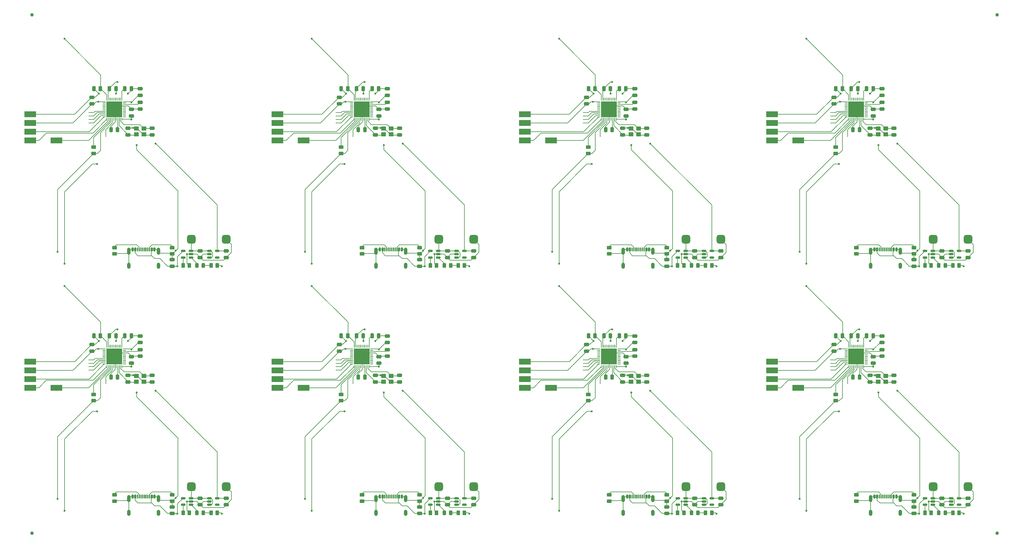
<source format=gbr>
%TF.GenerationSoftware,KiCad,Pcbnew,8.0.6-8.0.6-0~ubuntu24.04.1*%
%TF.CreationDate,2024-11-29T19:36:16+05:00*%
%TF.ProjectId,panel,70616e65-6c2e-46b6-9963-61645f706362,rev?*%
%TF.SameCoordinates,Original*%
%TF.FileFunction,Copper,L1,Top*%
%TF.FilePolarity,Positive*%
%FSLAX46Y46*%
G04 Gerber Fmt 4.6, Leading zero omitted, Abs format (unit mm)*
G04 Created by KiCad (PCBNEW 8.0.6-8.0.6-0~ubuntu24.04.1) date 2024-11-29 19:36:16*
%MOMM*%
%LPD*%
G01*
G04 APERTURE LIST*
G04 Aperture macros list*
%AMRoundRect*
0 Rectangle with rounded corners*
0 $1 Rounding radius*
0 $2 $3 $4 $5 $6 $7 $8 $9 X,Y pos of 4 corners*
0 Add a 4 corners polygon primitive as box body*
4,1,4,$2,$3,$4,$5,$6,$7,$8,$9,$2,$3,0*
0 Add four circle primitives for the rounded corners*
1,1,$1+$1,$2,$3*
1,1,$1+$1,$4,$5*
1,1,$1+$1,$6,$7*
1,1,$1+$1,$8,$9*
0 Add four rect primitives between the rounded corners*
20,1,$1+$1,$2,$3,$4,$5,0*
20,1,$1+$1,$4,$5,$6,$7,0*
20,1,$1+$1,$6,$7,$8,$9,0*
20,1,$1+$1,$8,$9,$2,$3,0*%
G04 Aperture macros list end*
%TA.AperFunction,SMDPad,CuDef*%
%ADD10RoundRect,0.250000X0.250000X0.475000X-0.250000X0.475000X-0.250000X-0.475000X0.250000X-0.475000X0*%
%TD*%
%TA.AperFunction,SMDPad,CuDef*%
%ADD11R,3.400000X1.800000*%
%TD*%
%TA.AperFunction,SMDPad,CuDef*%
%ADD12RoundRect,0.250000X-0.250000X-0.475000X0.250000X-0.475000X0.250000X0.475000X-0.250000X0.475000X0*%
%TD*%
%TA.AperFunction,SMDPad,CuDef*%
%ADD13RoundRect,0.150000X-0.150000X-0.425000X0.150000X-0.425000X0.150000X0.425000X-0.150000X0.425000X0*%
%TD*%
%TA.AperFunction,SMDPad,CuDef*%
%ADD14RoundRect,0.075000X-0.075000X-0.500000X0.075000X-0.500000X0.075000X0.500000X-0.075000X0.500000X0*%
%TD*%
%TA.AperFunction,ComponentPad*%
%ADD15O,1.000000X2.100000*%
%TD*%
%TA.AperFunction,ComponentPad*%
%ADD16O,1.000000X1.800000*%
%TD*%
%TA.AperFunction,SMDPad,CuDef*%
%ADD17RoundRect,0.250000X0.475000X-0.250000X0.475000X0.250000X-0.475000X0.250000X-0.475000X-0.250000X0*%
%TD*%
%TA.AperFunction,SMDPad,CuDef*%
%ADD18RoundRect,0.250000X-0.475000X0.250000X-0.475000X-0.250000X0.475000X-0.250000X0.475000X0.250000X0*%
%TD*%
%TA.AperFunction,SMDPad,CuDef*%
%ADD19RoundRect,0.250000X0.450000X-0.262500X0.450000X0.262500X-0.450000X0.262500X-0.450000X-0.262500X0*%
%TD*%
%TA.AperFunction,SMDPad,CuDef*%
%ADD20RoundRect,0.243750X-0.243750X-0.456250X0.243750X-0.456250X0.243750X0.456250X-0.243750X0.456250X0*%
%TD*%
%TA.AperFunction,SMDPad,CuDef*%
%ADD21RoundRect,0.150000X-0.512500X-0.150000X0.512500X-0.150000X0.512500X0.150000X-0.512500X0.150000X0*%
%TD*%
%TA.AperFunction,SMDPad,CuDef*%
%ADD22RoundRect,0.150000X0.512500X0.150000X-0.512500X0.150000X-0.512500X-0.150000X0.512500X-0.150000X0*%
%TD*%
%TA.AperFunction,SMDPad,CuDef*%
%ADD23C,1.000000*%
%TD*%
%TA.AperFunction,SMDPad,CuDef*%
%ADD24RoundRect,0.050000X-0.050000X0.350000X-0.050000X-0.350000X0.050000X-0.350000X0.050000X0.350000X0*%
%TD*%
%TA.AperFunction,SMDPad,CuDef*%
%ADD25RoundRect,0.050000X-0.350000X0.050000X-0.350000X-0.050000X0.350000X-0.050000X0.350000X0.050000X0*%
%TD*%
%TA.AperFunction,HeatsinkPad*%
%ADD26R,4.600000X4.600000*%
%TD*%
%TA.AperFunction,SMDPad,CuDef*%
%ADD27RoundRect,0.250000X-0.262500X-0.450000X0.262500X-0.450000X0.262500X0.450000X-0.262500X0.450000X0*%
%TD*%
%TA.AperFunction,SMDPad,CuDef*%
%ADD28RoundRect,0.250000X0.262500X0.450000X-0.262500X0.450000X-0.262500X-0.450000X0.262500X-0.450000X0*%
%TD*%
%TA.AperFunction,SMDPad,CuDef*%
%ADD29RoundRect,0.250000X-0.450000X0.262500X-0.450000X-0.262500X0.450000X-0.262500X0.450000X0.262500X0*%
%TD*%
%TA.AperFunction,SMDPad,CuDef*%
%ADD30RoundRect,0.625000X-0.625000X-0.625000X0.625000X-0.625000X0.625000X0.625000X-0.625000X0.625000X0*%
%TD*%
%TA.AperFunction,SMDPad,CuDef*%
%ADD31R,1.400000X1.200000*%
%TD*%
%TA.AperFunction,ViaPad*%
%ADD32C,0.600000*%
%TD*%
%TA.AperFunction,Conductor*%
%ADD33C,0.200000*%
%TD*%
G04 APERTURE END LIST*
D10*
%TO.P,C9,1*%
%TO.N,Board_5-GND*%
X104450000Y-116001500D03*
%TO.P,C9,2*%
%TO.N,Board_5-Net-(U1-NFC1{slash}P0.09)*%
X102550000Y-116001500D03*
%TD*%
D11*
%TO.P,TP5,1,1*%
%TO.N,Board_3-+3.3V*%
X223500000Y-54041500D03*
%TD*%
D12*
%TO.P,C8,1*%
%TO.N,Board_7-Net-(U1-DEC1)*%
X251050000Y-116001500D03*
%TO.P,C8,2*%
%TO.N,Board_7-GND*%
X252950000Y-116001500D03*
%TD*%
D10*
%TO.P,C10,1*%
%TO.N,Board_6-Net-(U1-NFC1{slash}P0.09)*%
X171950000Y-116031500D03*
%TO.P,C10,2*%
%TO.N,Board_6-GND*%
X170050000Y-116031500D03*
%TD*%
D13*
%TO.P,J1,A1,GND*%
%TO.N,Board_0-GND*%
X37300000Y-90821500D03*
%TO.P,J1,A4,VBUS*%
%TO.N,Board_0-Net-(U3-V_{CC})*%
X38100000Y-90821500D03*
D14*
%TO.P,J1,A5,CC1*%
%TO.N,Board_0-Net-(J1-CC1)*%
X39250000Y-90821500D03*
%TO.P,J1,A6,D+*%
%TO.N,Board_0-unconnected-(J1-D+-PadA6)*%
X40250000Y-90821500D03*
%TO.P,J1,A7,D-*%
%TO.N,Board_0-unconnected-(J1-D--PadA7)*%
X40750000Y-90821500D03*
%TO.P,J1,A8,SBU1*%
%TO.N,Board_0-unconnected-(J1-SBU1-PadA8)*%
X41750000Y-90821500D03*
D13*
%TO.P,J1,A9,VBUS*%
%TO.N,Board_0-Net-(U3-V_{CC})*%
X42900000Y-90821500D03*
%TO.P,J1,A12,GND*%
%TO.N,Board_0-GND*%
X43700000Y-90821500D03*
%TO.P,J1,B1,GND*%
X43700000Y-90821500D03*
%TO.P,J1,B4,VBUS*%
%TO.N,Board_0-Net-(U3-V_{CC})*%
X42900000Y-90821500D03*
D14*
%TO.P,J1,B5,CC2*%
%TO.N,Board_0-Net-(J1-CC2)*%
X42250000Y-90821500D03*
%TO.P,J1,B6,D+*%
%TO.N,Board_0-unconnected-(J1-D+-PadB6)*%
X41250000Y-90821500D03*
%TO.P,J1,B7,D-*%
%TO.N,Board_0-unconnected-(J1-D--PadB7)*%
X39750000Y-90821500D03*
%TO.P,J1,B8,SBU2*%
%TO.N,Board_0-unconnected-(J1-SBU2-PadB8)*%
X38750000Y-90821500D03*
D13*
%TO.P,J1,B9,VBUS*%
%TO.N,Board_0-Net-(U3-V_{CC})*%
X38100000Y-90821500D03*
%TO.P,J1,B12,GND*%
%TO.N,Board_0-GND*%
X37300000Y-90821500D03*
D15*
%TO.P,J1,S1,SHIELD*%
X36180000Y-91396500D03*
D16*
X36180000Y-95576500D03*
D15*
X44820000Y-91396500D03*
D16*
X44820000Y-95576500D03*
%TD*%
D17*
%TO.P,C1,1*%
%TO.N,Board_4-Net-(U1-XC1)*%
X36000000Y-129451500D03*
%TO.P,C1,2*%
%TO.N,Board_4-GND*%
X36000000Y-127551500D03*
%TD*%
D13*
%TO.P,J1,A1,GND*%
%TO.N,Board_1-GND*%
X109300000Y-90821500D03*
%TO.P,J1,A4,VBUS*%
%TO.N,Board_1-Net-(U3-V_{CC})*%
X110100000Y-90821500D03*
D14*
%TO.P,J1,A5,CC1*%
%TO.N,Board_1-Net-(J1-CC1)*%
X111250000Y-90821500D03*
%TO.P,J1,A6,D+*%
%TO.N,Board_1-unconnected-(J1-D+-PadA6)*%
X112250000Y-90821500D03*
%TO.P,J1,A7,D-*%
%TO.N,Board_1-unconnected-(J1-D--PadA7)*%
X112750000Y-90821500D03*
%TO.P,J1,A8,SBU1*%
%TO.N,Board_1-unconnected-(J1-SBU1-PadA8)*%
X113750000Y-90821500D03*
D13*
%TO.P,J1,A9,VBUS*%
%TO.N,Board_1-Net-(U3-V_{CC})*%
X114900000Y-90821500D03*
%TO.P,J1,A12,GND*%
%TO.N,Board_1-GND*%
X115700000Y-90821500D03*
%TO.P,J1,B1,GND*%
X115700000Y-90821500D03*
%TO.P,J1,B4,VBUS*%
%TO.N,Board_1-Net-(U3-V_{CC})*%
X114900000Y-90821500D03*
D14*
%TO.P,J1,B5,CC2*%
%TO.N,Board_1-Net-(J1-CC2)*%
X114250000Y-90821500D03*
%TO.P,J1,B6,D+*%
%TO.N,Board_1-unconnected-(J1-D+-PadB6)*%
X113250000Y-90821500D03*
%TO.P,J1,B7,D-*%
%TO.N,Board_1-unconnected-(J1-D--PadB7)*%
X111750000Y-90821500D03*
%TO.P,J1,B8,SBU2*%
%TO.N,Board_1-unconnected-(J1-SBU2-PadB8)*%
X110750000Y-90821500D03*
D13*
%TO.P,J1,B9,VBUS*%
%TO.N,Board_1-Net-(U3-V_{CC})*%
X110100000Y-90821500D03*
%TO.P,J1,B12,GND*%
%TO.N,Board_1-GND*%
X109300000Y-90821500D03*
D15*
%TO.P,J1,S1,SHIELD*%
X108180000Y-91396500D03*
D16*
X108180000Y-95576500D03*
D15*
X116820000Y-91396500D03*
D16*
X116820000Y-95576500D03*
%TD*%
D10*
%TO.P,C7,1*%
%TO.N,Board_7-Net-(U1-DEC3)*%
X248950000Y-128001500D03*
%TO.P,C7,2*%
%TO.N,Board_7-GND*%
X247050000Y-128001500D03*
%TD*%
D18*
%TO.P,C6,1*%
%TO.N,Board_1-Net-(U1-DEC4)*%
X111500000Y-48051500D03*
%TO.P,C6,2*%
%TO.N,Board_1-GND*%
X111500000Y-49951500D03*
%TD*%
D17*
%TO.P,C4,1*%
%TO.N,Board_4-+3.3V*%
X39500000Y-117951500D03*
%TO.P,C4,2*%
%TO.N,Board_4-GND*%
X39500000Y-116051500D03*
%TD*%
D19*
%TO.P,R4,1*%
%TO.N,Board_2-GND*%
X176090000Y-92136000D03*
%TO.P,R4,2*%
%TO.N,Board_2-Net-(J1-CC1)*%
X176090000Y-90311000D03*
%TD*%
D17*
%TO.P,C3,1*%
%TO.N,Board_5-+3.3V*%
X109000000Y-123951500D03*
%TO.P,C3,2*%
%TO.N,Board_5-GND*%
X109000000Y-122051500D03*
%TD*%
D11*
%TO.P,TP3,1,1*%
%TO.N,Board_1-Net-(U1-P0.21{slash}~{RESET})*%
X79500000Y-56581500D03*
%TD*%
%TO.P,TP4,1,1*%
%TO.N,Board_5-GND*%
X79500000Y-123501500D03*
%TD*%
D20*
%TO.P,D2,1,K*%
%TO.N,Board_6-Net-(D2-K)*%
X200044500Y-167541500D03*
%TO.P,D2,2,A*%
%TO.N,Board_6-Net-(D2-A)*%
X201919500Y-167541500D03*
%TD*%
D11*
%TO.P,TP3,1,1*%
%TO.N,Board_7-Net-(U1-P0.21{slash}~{RESET})*%
X223500000Y-128581500D03*
%TD*%
D17*
%TO.P,C4,1*%
%TO.N,Board_2-+3.3V*%
X183500000Y-45951500D03*
%TO.P,C4,2*%
%TO.N,Board_2-GND*%
X183500000Y-44051500D03*
%TD*%
D11*
%TO.P,TP5,1,1*%
%TO.N,Board_2-+3.3V*%
X151500000Y-54041500D03*
%TD*%
D18*
%TO.P,C6,1*%
%TO.N,Board_5-Net-(U1-DEC4)*%
X111500000Y-120051500D03*
%TO.P,C6,2*%
%TO.N,Board_5-GND*%
X111500000Y-121951500D03*
%TD*%
D17*
%TO.P,C5,1*%
%TO.N,Board_0-+3.3V*%
X25500000Y-48451500D03*
%TO.P,C5,2*%
%TO.N,Board_0-GND*%
X25500000Y-46551500D03*
%TD*%
D12*
%TO.P,C8,1*%
%TO.N,Board_5-Net-(U1-DEC1)*%
X107050000Y-116001500D03*
%TO.P,C8,2*%
%TO.N,Board_5-GND*%
X108950000Y-116001500D03*
%TD*%
D17*
%TO.P,C1,1*%
%TO.N,Board_3-Net-(U1-XC1)*%
X252000000Y-57451500D03*
%TO.P,C1,2*%
%TO.N,Board_3-GND*%
X252000000Y-55551500D03*
%TD*%
D21*
%TO.P,U2,1,IN*%
%TO.N,Board_0-Net-(BT1-+)*%
X59654500Y-91289500D03*
%TO.P,U2,2,GND*%
%TO.N,Board_0-GND*%
X59654500Y-92239500D03*
%TO.P,U2,3,EN*%
%TO.N,Board_0-Net-(BT1-+)*%
X59654500Y-93189500D03*
%TO.P,U2,4,NC*%
%TO.N,Board_0-unconnected-(U2-NC-Pad4)*%
X61929500Y-93189500D03*
%TO.P,U2,5,OUT*%
%TO.N,Board_0-+3.3V*%
X61929500Y-91289500D03*
%TD*%
D13*
%TO.P,J1,A1,GND*%
%TO.N,Board_2-GND*%
X181300000Y-90821500D03*
%TO.P,J1,A4,VBUS*%
%TO.N,Board_2-Net-(U3-V_{CC})*%
X182100000Y-90821500D03*
D14*
%TO.P,J1,A5,CC1*%
%TO.N,Board_2-Net-(J1-CC1)*%
X183250000Y-90821500D03*
%TO.P,J1,A6,D+*%
%TO.N,Board_2-unconnected-(J1-D+-PadA6)*%
X184250000Y-90821500D03*
%TO.P,J1,A7,D-*%
%TO.N,Board_2-unconnected-(J1-D--PadA7)*%
X184750000Y-90821500D03*
%TO.P,J1,A8,SBU1*%
%TO.N,Board_2-unconnected-(J1-SBU1-PadA8)*%
X185750000Y-90821500D03*
D13*
%TO.P,J1,A9,VBUS*%
%TO.N,Board_2-Net-(U3-V_{CC})*%
X186900000Y-90821500D03*
%TO.P,J1,A12,GND*%
%TO.N,Board_2-GND*%
X187700000Y-90821500D03*
%TO.P,J1,B1,GND*%
X187700000Y-90821500D03*
%TO.P,J1,B4,VBUS*%
%TO.N,Board_2-Net-(U3-V_{CC})*%
X186900000Y-90821500D03*
D14*
%TO.P,J1,B5,CC2*%
%TO.N,Board_2-Net-(J1-CC2)*%
X186250000Y-90821500D03*
%TO.P,J1,B6,D+*%
%TO.N,Board_2-unconnected-(J1-D+-PadB6)*%
X185250000Y-90821500D03*
%TO.P,J1,B7,D-*%
%TO.N,Board_2-unconnected-(J1-D--PadB7)*%
X183750000Y-90821500D03*
%TO.P,J1,B8,SBU2*%
%TO.N,Board_2-unconnected-(J1-SBU2-PadB8)*%
X182750000Y-90821500D03*
D13*
%TO.P,J1,B9,VBUS*%
%TO.N,Board_2-Net-(U3-V_{CC})*%
X182100000Y-90821500D03*
%TO.P,J1,B12,GND*%
%TO.N,Board_2-GND*%
X181300000Y-90821500D03*
D15*
%TO.P,J1,S1,SHIELD*%
X180180000Y-91396500D03*
D16*
X180180000Y-95576500D03*
D15*
X188820000Y-91396500D03*
D16*
X188820000Y-95576500D03*
%TD*%
D10*
%TO.P,C7,1*%
%TO.N,Board_1-Net-(U1-DEC3)*%
X104950000Y-56001500D03*
%TO.P,C7,2*%
%TO.N,Board_1-GND*%
X103050000Y-56001500D03*
%TD*%
D22*
%TO.P,U3,1,~{CHRG}*%
%TO.N,Board_6-Net-(D2-K)*%
X198309500Y-165189500D03*
%TO.P,U3,2,GND*%
%TO.N,Board_6-GND*%
X198309500Y-164239500D03*
%TO.P,U3,3,BAT*%
%TO.N,Board_6-Net-(BT1-+)*%
X198309500Y-163289500D03*
%TO.P,U3,4,V_{CC}*%
%TO.N,Board_6-Net-(U3-V_{CC})*%
X196034500Y-163289500D03*
%TO.P,U3,5,PROG*%
%TO.N,Board_6-Net-(U3-PROG)*%
X196034500Y-165189500D03*
%TD*%
D18*
%TO.P,C2,1*%
%TO.N,Board_0-Net-(U1-XC2)*%
X43000000Y-55551500D03*
%TO.P,C2,2*%
%TO.N,Board_0-GND*%
X43000000Y-57451500D03*
%TD*%
D23*
%TO.P,KiKit_FID_T_1,*%
%TO.N,*%
X8000000Y-22500000D03*
%TD*%
D11*
%TO.P,TP1,1,1*%
%TO.N,Board_5-Net-(U1-SWDIO)*%
X87120000Y-131121500D03*
%TD*%
D12*
%TO.P,C8,1*%
%TO.N,Board_3-Net-(U1-DEC1)*%
X251050000Y-44001500D03*
%TO.P,C8,2*%
%TO.N,Board_3-GND*%
X252950000Y-44001500D03*
%TD*%
D19*
%TO.P,R4,1*%
%TO.N,Board_5-GND*%
X104090000Y-164136000D03*
%TO.P,R4,2*%
%TO.N,Board_5-Net-(J1-CC1)*%
X104090000Y-162311000D03*
%TD*%
%TO.P,R4,1*%
%TO.N,Board_3-GND*%
X248090000Y-92136000D03*
%TO.P,R4,2*%
%TO.N,Board_3-Net-(J1-CC1)*%
X248090000Y-90311000D03*
%TD*%
D18*
%TO.P,C6,1*%
%TO.N,Board_2-Net-(U1-DEC4)*%
X183500000Y-48051500D03*
%TO.P,C6,2*%
%TO.N,Board_2-GND*%
X183500000Y-49951500D03*
%TD*%
D11*
%TO.P,TP3,1,1*%
%TO.N,Board_6-Net-(U1-P0.21{slash}~{RESET})*%
X151500000Y-128581500D03*
%TD*%
D21*
%TO.P,U2,1,IN*%
%TO.N,Board_3-Net-(BT1-+)*%
X275654500Y-91289500D03*
%TO.P,U2,2,GND*%
%TO.N,Board_3-GND*%
X275654500Y-92239500D03*
%TO.P,U2,3,EN*%
%TO.N,Board_3-Net-(BT1-+)*%
X275654500Y-93189500D03*
%TO.P,U2,4,NC*%
%TO.N,Board_3-unconnected-(U2-NC-Pad4)*%
X277929500Y-93189500D03*
%TO.P,U2,5,OUT*%
%TO.N,Board_3-+3.3V*%
X277929500Y-91289500D03*
%TD*%
D24*
%TO.P,U1,1,DEC1*%
%TO.N,Board_1-Net-(U1-DEC1)*%
X106200000Y-47051500D03*
%TO.P,U1,2,P0.00/XL1*%
%TO.N,Board_1-unconnected-(U1-P0.00{slash}XL1-Pad2)*%
X105800000Y-47051500D03*
%TO.P,U1,3,P0.01/XL2*%
%TO.N,Board_1-unconnected-(U1-P0.01{slash}XL2-Pad3)*%
X105400000Y-47051500D03*
%TO.P,U1,4,P0.02/AIN0*%
%TO.N,Board_1-unconnected-(U1-P0.02{slash}AIN0-Pad4)*%
X105000000Y-47051500D03*
%TO.P,U1,5,P0.03/AIN1*%
%TO.N,Board_1-unconnected-(U1-P0.03{slash}AIN1-Pad5)*%
X104600000Y-47051500D03*
%TO.P,U1,6,P0.04/AIN2*%
%TO.N,Board_1-unconnected-(U1-P0.04{slash}AIN2-Pad6)*%
X104200000Y-47051500D03*
%TO.P,U1,7,P0.05/AIN3*%
%TO.N,Board_1-unconnected-(U1-P0.05{slash}AIN3-Pad7)*%
X103800000Y-47051500D03*
%TO.P,U1,8,P0.06*%
%TO.N,Board_1-unconnected-(U1-P0.06-Pad8)*%
X103400000Y-47051500D03*
%TO.P,U1,9,P0.07*%
%TO.N,Board_1-unconnected-(U1-P0.07-Pad9)*%
X103000000Y-47051500D03*
%TO.P,U1,10,P0.08*%
%TO.N,Board_1-unconnected-(U1-P0.08-Pad10)*%
X102600000Y-47051500D03*
%TO.P,U1,11,NFC1/P0.09*%
%TO.N,Board_1-Net-(U1-NFC1{slash}P0.09)*%
X102200000Y-47051500D03*
%TO.P,U1,12,NFC2/P0.10*%
X101800000Y-47051500D03*
D25*
%TO.P,U1,13,VDD*%
%TO.N,Board_1-+3.3V*%
X101050000Y-47801500D03*
%TO.P,U1,14,P0.11*%
%TO.N,Board_1-unconnected-(U1-P0.11-Pad14)*%
X101050000Y-48201500D03*
%TO.P,U1,15,P0.12*%
%TO.N,Board_1-unconnected-(U1-P0.12-Pad15)*%
X101050000Y-48601500D03*
%TO.P,U1,16,P0.13*%
%TO.N,Board_1-unconnected-(U1-P0.13-Pad16)*%
X101050000Y-49001500D03*
%TO.P,U1,17,P0.14*%
%TO.N,Board_1-unconnected-(U1-P0.14-Pad17)*%
X101050000Y-49401500D03*
%TO.P,U1,18,P0.15*%
%TO.N,Board_1-unconnected-(U1-P0.15-Pad18)*%
X101050000Y-49801500D03*
%TO.P,U1,19,P0.16*%
%TO.N,Board_1-unconnected-(U1-P0.16-Pad19)*%
X101050000Y-50201500D03*
%TO.P,U1,20,P0.17*%
%TO.N,Board_1-unconnected-(U1-P0.17-Pad20)*%
X101050000Y-50601500D03*
%TO.P,U1,21,P0.18/SWO*%
%TO.N,Board_1-unconnected-(U1-P0.18{slash}SWO-Pad21)*%
X101050000Y-51001500D03*
%TO.P,U1,22,P0.19*%
%TO.N,Board_1-unconnected-(U1-P0.19-Pad22)*%
X101050000Y-51401500D03*
%TO.P,U1,23,P0.20*%
%TO.N,Board_1-unconnected-(U1-P0.20-Pad23)*%
X101050000Y-51801500D03*
%TO.P,U1,24,P0.21/~{RESET}*%
%TO.N,Board_1-Net-(U1-P0.21{slash}~{RESET})*%
X101050000Y-52201500D03*
D24*
%TO.P,U1,25,SWDCLK*%
%TO.N,Board_1-Net-(U1-SWDCLK)*%
X101800000Y-52951500D03*
%TO.P,U1,26,SWDIO*%
%TO.N,Board_1-Net-(U1-SWDIO)*%
X102200000Y-52951500D03*
%TO.P,U1,27,P0.22*%
%TO.N,Board_1-Net-(U1-P0.22)*%
X102600000Y-52951500D03*
%TO.P,U1,28,P0.23*%
%TO.N,Board_1-Net-(D1-K)*%
X103000000Y-52951500D03*
%TO.P,U1,29,P0.24*%
%TO.N,Board_1-unconnected-(U1-P0.24-Pad29)*%
X103400000Y-52951500D03*
%TO.P,U1,30,ANT*%
%TO.N,Board_1-unconnected-(U1-ANT-Pad30)*%
X103800000Y-52951500D03*
%TO.P,U1,31,VSS*%
%TO.N,Board_1-GND*%
X104200000Y-52951500D03*
%TO.P,U1,32,DEC2*%
%TO.N,Board_1-unconnected-(U1-DEC2-Pad32)*%
X104600000Y-52951500D03*
%TO.P,U1,33,DEC3*%
%TO.N,Board_1-Net-(U1-DEC3)*%
X105000000Y-52951500D03*
%TO.P,U1,34,XC1*%
%TO.N,Board_1-Net-(U1-XC1)*%
X105400000Y-52951500D03*
%TO.P,U1,35,XC2*%
%TO.N,Board_1-Net-(U1-XC2)*%
X105800000Y-52951500D03*
%TO.P,U1,36,VDD*%
%TO.N,Board_1-+3.3V*%
X106200000Y-52951500D03*
D25*
%TO.P,U1,37,P0.25*%
%TO.N,Board_1-unconnected-(U1-P0.25-Pad37)*%
X106950000Y-52201500D03*
%TO.P,U1,38,P0.26*%
%TO.N,Board_1-unconnected-(U1-P0.26-Pad38)*%
X106950000Y-51801500D03*
%TO.P,U1,39,P0.27*%
%TO.N,Board_1-unconnected-(U1-P0.27-Pad39)*%
X106950000Y-51401500D03*
%TO.P,U1,40,P0.28/AIN4*%
%TO.N,Board_1-unconnected-(U1-P0.28{slash}AIN4-Pad40)*%
X106950000Y-51001500D03*
%TO.P,U1,41,P0.29/AIN5*%
%TO.N,Board_1-unconnected-(U1-P0.29{slash}AIN5-Pad41)*%
X106950000Y-50601500D03*
%TO.P,U1,42,P0.30/AIN6*%
%TO.N,Board_1-unconnected-(U1-P0.30{slash}AIN6-Pad42)*%
X106950000Y-50201500D03*
%TO.P,U1,43,P0.31/AIN7*%
%TO.N,Board_1-unconnected-(U1-P0.31{slash}AIN7-Pad43)*%
X106950000Y-49801500D03*
%TO.P,U1,44,NC*%
%TO.N,Board_1-unconnected-(U1-NC-Pad44)*%
X106950000Y-49401500D03*
%TO.P,U1,45,VSS*%
%TO.N,Board_1-GND*%
X106950000Y-49001500D03*
%TO.P,U1,46,DEC4*%
%TO.N,Board_1-Net-(U1-DEC4)*%
X106950000Y-48601500D03*
%TO.P,U1,47,DCC*%
%TO.N,Board_1-unconnected-(U1-DCC-Pad47)*%
X106950000Y-48201500D03*
%TO.P,U1,48,VDD*%
%TO.N,Board_1-+3.3V*%
X106950000Y-47801500D03*
D26*
%TO.P,U1,49,VSS*%
%TO.N,Board_1-GND*%
X104000000Y-50001500D03*
%TD*%
D24*
%TO.P,U1,1,DEC1*%
%TO.N,Board_4-Net-(U1-DEC1)*%
X34200000Y-119051500D03*
%TO.P,U1,2,P0.00/XL1*%
%TO.N,Board_4-unconnected-(U1-P0.00{slash}XL1-Pad2)*%
X33800000Y-119051500D03*
%TO.P,U1,3,P0.01/XL2*%
%TO.N,Board_4-unconnected-(U1-P0.01{slash}XL2-Pad3)*%
X33400000Y-119051500D03*
%TO.P,U1,4,P0.02/AIN0*%
%TO.N,Board_4-unconnected-(U1-P0.02{slash}AIN0-Pad4)*%
X33000000Y-119051500D03*
%TO.P,U1,5,P0.03/AIN1*%
%TO.N,Board_4-unconnected-(U1-P0.03{slash}AIN1-Pad5)*%
X32600000Y-119051500D03*
%TO.P,U1,6,P0.04/AIN2*%
%TO.N,Board_4-unconnected-(U1-P0.04{slash}AIN2-Pad6)*%
X32200000Y-119051500D03*
%TO.P,U1,7,P0.05/AIN3*%
%TO.N,Board_4-unconnected-(U1-P0.05{slash}AIN3-Pad7)*%
X31800000Y-119051500D03*
%TO.P,U1,8,P0.06*%
%TO.N,Board_4-unconnected-(U1-P0.06-Pad8)*%
X31400000Y-119051500D03*
%TO.P,U1,9,P0.07*%
%TO.N,Board_4-unconnected-(U1-P0.07-Pad9)*%
X31000000Y-119051500D03*
%TO.P,U1,10,P0.08*%
%TO.N,Board_4-unconnected-(U1-P0.08-Pad10)*%
X30600000Y-119051500D03*
%TO.P,U1,11,NFC1/P0.09*%
%TO.N,Board_4-Net-(U1-NFC1{slash}P0.09)*%
X30200000Y-119051500D03*
%TO.P,U1,12,NFC2/P0.10*%
X29800000Y-119051500D03*
D25*
%TO.P,U1,13,VDD*%
%TO.N,Board_4-+3.3V*%
X29050000Y-119801500D03*
%TO.P,U1,14,P0.11*%
%TO.N,Board_4-unconnected-(U1-P0.11-Pad14)*%
X29050000Y-120201500D03*
%TO.P,U1,15,P0.12*%
%TO.N,Board_4-unconnected-(U1-P0.12-Pad15)*%
X29050000Y-120601500D03*
%TO.P,U1,16,P0.13*%
%TO.N,Board_4-unconnected-(U1-P0.13-Pad16)*%
X29050000Y-121001500D03*
%TO.P,U1,17,P0.14*%
%TO.N,Board_4-unconnected-(U1-P0.14-Pad17)*%
X29050000Y-121401500D03*
%TO.P,U1,18,P0.15*%
%TO.N,Board_4-unconnected-(U1-P0.15-Pad18)*%
X29050000Y-121801500D03*
%TO.P,U1,19,P0.16*%
%TO.N,Board_4-unconnected-(U1-P0.16-Pad19)*%
X29050000Y-122201500D03*
%TO.P,U1,20,P0.17*%
%TO.N,Board_4-unconnected-(U1-P0.17-Pad20)*%
X29050000Y-122601500D03*
%TO.P,U1,21,P0.18/SWO*%
%TO.N,Board_4-unconnected-(U1-P0.18{slash}SWO-Pad21)*%
X29050000Y-123001500D03*
%TO.P,U1,22,P0.19*%
%TO.N,Board_4-unconnected-(U1-P0.19-Pad22)*%
X29050000Y-123401500D03*
%TO.P,U1,23,P0.20*%
%TO.N,Board_4-unconnected-(U1-P0.20-Pad23)*%
X29050000Y-123801500D03*
%TO.P,U1,24,P0.21/~{RESET}*%
%TO.N,Board_4-Net-(U1-P0.21{slash}~{RESET})*%
X29050000Y-124201500D03*
D24*
%TO.P,U1,25,SWDCLK*%
%TO.N,Board_4-Net-(U1-SWDCLK)*%
X29800000Y-124951500D03*
%TO.P,U1,26,SWDIO*%
%TO.N,Board_4-Net-(U1-SWDIO)*%
X30200000Y-124951500D03*
%TO.P,U1,27,P0.22*%
%TO.N,Board_4-Net-(U1-P0.22)*%
X30600000Y-124951500D03*
%TO.P,U1,28,P0.23*%
%TO.N,Board_4-Net-(D1-K)*%
X31000000Y-124951500D03*
%TO.P,U1,29,P0.24*%
%TO.N,Board_4-unconnected-(U1-P0.24-Pad29)*%
X31400000Y-124951500D03*
%TO.P,U1,30,ANT*%
%TO.N,Board_4-unconnected-(U1-ANT-Pad30)*%
X31800000Y-124951500D03*
%TO.P,U1,31,VSS*%
%TO.N,Board_4-GND*%
X32200000Y-124951500D03*
%TO.P,U1,32,DEC2*%
%TO.N,Board_4-unconnected-(U1-DEC2-Pad32)*%
X32600000Y-124951500D03*
%TO.P,U1,33,DEC3*%
%TO.N,Board_4-Net-(U1-DEC3)*%
X33000000Y-124951500D03*
%TO.P,U1,34,XC1*%
%TO.N,Board_4-Net-(U1-XC1)*%
X33400000Y-124951500D03*
%TO.P,U1,35,XC2*%
%TO.N,Board_4-Net-(U1-XC2)*%
X33800000Y-124951500D03*
%TO.P,U1,36,VDD*%
%TO.N,Board_4-+3.3V*%
X34200000Y-124951500D03*
D25*
%TO.P,U1,37,P0.25*%
%TO.N,Board_4-unconnected-(U1-P0.25-Pad37)*%
X34950000Y-124201500D03*
%TO.P,U1,38,P0.26*%
%TO.N,Board_4-unconnected-(U1-P0.26-Pad38)*%
X34950000Y-123801500D03*
%TO.P,U1,39,P0.27*%
%TO.N,Board_4-unconnected-(U1-P0.27-Pad39)*%
X34950000Y-123401500D03*
%TO.P,U1,40,P0.28/AIN4*%
%TO.N,Board_4-unconnected-(U1-P0.28{slash}AIN4-Pad40)*%
X34950000Y-123001500D03*
%TO.P,U1,41,P0.29/AIN5*%
%TO.N,Board_4-unconnected-(U1-P0.29{slash}AIN5-Pad41)*%
X34950000Y-122601500D03*
%TO.P,U1,42,P0.30/AIN6*%
%TO.N,Board_4-unconnected-(U1-P0.30{slash}AIN6-Pad42)*%
X34950000Y-122201500D03*
%TO.P,U1,43,P0.31/AIN7*%
%TO.N,Board_4-unconnected-(U1-P0.31{slash}AIN7-Pad43)*%
X34950000Y-121801500D03*
%TO.P,U1,44,NC*%
%TO.N,Board_4-unconnected-(U1-NC-Pad44)*%
X34950000Y-121401500D03*
%TO.P,U1,45,VSS*%
%TO.N,Board_4-GND*%
X34950000Y-121001500D03*
%TO.P,U1,46,DEC4*%
%TO.N,Board_4-Net-(U1-DEC4)*%
X34950000Y-120601500D03*
%TO.P,U1,47,DCC*%
%TO.N,Board_4-unconnected-(U1-DCC-Pad47)*%
X34950000Y-120201500D03*
%TO.P,U1,48,VDD*%
%TO.N,Board_4-+3.3V*%
X34950000Y-119801500D03*
D26*
%TO.P,U1,49,VSS*%
%TO.N,Board_4-GND*%
X32000000Y-122001500D03*
%TD*%
D10*
%TO.P,C9,1*%
%TO.N,Board_2-GND*%
X176450000Y-44001500D03*
%TO.P,C9,2*%
%TO.N,Board_2-Net-(U1-NFC1{slash}P0.09)*%
X174550000Y-44001500D03*
%TD*%
D27*
%TO.P,R2,1*%
%TO.N,Board_2-Net-(U3-PROG)*%
X196005500Y-95541500D03*
%TO.P,R2,2*%
%TO.N,Board_2-GND*%
X197830500Y-95541500D03*
%TD*%
D24*
%TO.P,U1,1,DEC1*%
%TO.N,Board_5-Net-(U1-DEC1)*%
X106200000Y-119051500D03*
%TO.P,U1,2,P0.00/XL1*%
%TO.N,Board_5-unconnected-(U1-P0.00{slash}XL1-Pad2)*%
X105800000Y-119051500D03*
%TO.P,U1,3,P0.01/XL2*%
%TO.N,Board_5-unconnected-(U1-P0.01{slash}XL2-Pad3)*%
X105400000Y-119051500D03*
%TO.P,U1,4,P0.02/AIN0*%
%TO.N,Board_5-unconnected-(U1-P0.02{slash}AIN0-Pad4)*%
X105000000Y-119051500D03*
%TO.P,U1,5,P0.03/AIN1*%
%TO.N,Board_5-unconnected-(U1-P0.03{slash}AIN1-Pad5)*%
X104600000Y-119051500D03*
%TO.P,U1,6,P0.04/AIN2*%
%TO.N,Board_5-unconnected-(U1-P0.04{slash}AIN2-Pad6)*%
X104200000Y-119051500D03*
%TO.P,U1,7,P0.05/AIN3*%
%TO.N,Board_5-unconnected-(U1-P0.05{slash}AIN3-Pad7)*%
X103800000Y-119051500D03*
%TO.P,U1,8,P0.06*%
%TO.N,Board_5-unconnected-(U1-P0.06-Pad8)*%
X103400000Y-119051500D03*
%TO.P,U1,9,P0.07*%
%TO.N,Board_5-unconnected-(U1-P0.07-Pad9)*%
X103000000Y-119051500D03*
%TO.P,U1,10,P0.08*%
%TO.N,Board_5-unconnected-(U1-P0.08-Pad10)*%
X102600000Y-119051500D03*
%TO.P,U1,11,NFC1/P0.09*%
%TO.N,Board_5-Net-(U1-NFC1{slash}P0.09)*%
X102200000Y-119051500D03*
%TO.P,U1,12,NFC2/P0.10*%
X101800000Y-119051500D03*
D25*
%TO.P,U1,13,VDD*%
%TO.N,Board_5-+3.3V*%
X101050000Y-119801500D03*
%TO.P,U1,14,P0.11*%
%TO.N,Board_5-unconnected-(U1-P0.11-Pad14)*%
X101050000Y-120201500D03*
%TO.P,U1,15,P0.12*%
%TO.N,Board_5-unconnected-(U1-P0.12-Pad15)*%
X101050000Y-120601500D03*
%TO.P,U1,16,P0.13*%
%TO.N,Board_5-unconnected-(U1-P0.13-Pad16)*%
X101050000Y-121001500D03*
%TO.P,U1,17,P0.14*%
%TO.N,Board_5-unconnected-(U1-P0.14-Pad17)*%
X101050000Y-121401500D03*
%TO.P,U1,18,P0.15*%
%TO.N,Board_5-unconnected-(U1-P0.15-Pad18)*%
X101050000Y-121801500D03*
%TO.P,U1,19,P0.16*%
%TO.N,Board_5-unconnected-(U1-P0.16-Pad19)*%
X101050000Y-122201500D03*
%TO.P,U1,20,P0.17*%
%TO.N,Board_5-unconnected-(U1-P0.17-Pad20)*%
X101050000Y-122601500D03*
%TO.P,U1,21,P0.18/SWO*%
%TO.N,Board_5-unconnected-(U1-P0.18{slash}SWO-Pad21)*%
X101050000Y-123001500D03*
%TO.P,U1,22,P0.19*%
%TO.N,Board_5-unconnected-(U1-P0.19-Pad22)*%
X101050000Y-123401500D03*
%TO.P,U1,23,P0.20*%
%TO.N,Board_5-unconnected-(U1-P0.20-Pad23)*%
X101050000Y-123801500D03*
%TO.P,U1,24,P0.21/~{RESET}*%
%TO.N,Board_5-Net-(U1-P0.21{slash}~{RESET})*%
X101050000Y-124201500D03*
D24*
%TO.P,U1,25,SWDCLK*%
%TO.N,Board_5-Net-(U1-SWDCLK)*%
X101800000Y-124951500D03*
%TO.P,U1,26,SWDIO*%
%TO.N,Board_5-Net-(U1-SWDIO)*%
X102200000Y-124951500D03*
%TO.P,U1,27,P0.22*%
%TO.N,Board_5-Net-(U1-P0.22)*%
X102600000Y-124951500D03*
%TO.P,U1,28,P0.23*%
%TO.N,Board_5-Net-(D1-K)*%
X103000000Y-124951500D03*
%TO.P,U1,29,P0.24*%
%TO.N,Board_5-unconnected-(U1-P0.24-Pad29)*%
X103400000Y-124951500D03*
%TO.P,U1,30,ANT*%
%TO.N,Board_5-unconnected-(U1-ANT-Pad30)*%
X103800000Y-124951500D03*
%TO.P,U1,31,VSS*%
%TO.N,Board_5-GND*%
X104200000Y-124951500D03*
%TO.P,U1,32,DEC2*%
%TO.N,Board_5-unconnected-(U1-DEC2-Pad32)*%
X104600000Y-124951500D03*
%TO.P,U1,33,DEC3*%
%TO.N,Board_5-Net-(U1-DEC3)*%
X105000000Y-124951500D03*
%TO.P,U1,34,XC1*%
%TO.N,Board_5-Net-(U1-XC1)*%
X105400000Y-124951500D03*
%TO.P,U1,35,XC2*%
%TO.N,Board_5-Net-(U1-XC2)*%
X105800000Y-124951500D03*
%TO.P,U1,36,VDD*%
%TO.N,Board_5-+3.3V*%
X106200000Y-124951500D03*
D25*
%TO.P,U1,37,P0.25*%
%TO.N,Board_5-unconnected-(U1-P0.25-Pad37)*%
X106950000Y-124201500D03*
%TO.P,U1,38,P0.26*%
%TO.N,Board_5-unconnected-(U1-P0.26-Pad38)*%
X106950000Y-123801500D03*
%TO.P,U1,39,P0.27*%
%TO.N,Board_5-unconnected-(U1-P0.27-Pad39)*%
X106950000Y-123401500D03*
%TO.P,U1,40,P0.28/AIN4*%
%TO.N,Board_5-unconnected-(U1-P0.28{slash}AIN4-Pad40)*%
X106950000Y-123001500D03*
%TO.P,U1,41,P0.29/AIN5*%
%TO.N,Board_5-unconnected-(U1-P0.29{slash}AIN5-Pad41)*%
X106950000Y-122601500D03*
%TO.P,U1,42,P0.30/AIN6*%
%TO.N,Board_5-unconnected-(U1-P0.30{slash}AIN6-Pad42)*%
X106950000Y-122201500D03*
%TO.P,U1,43,P0.31/AIN7*%
%TO.N,Board_5-unconnected-(U1-P0.31{slash}AIN7-Pad43)*%
X106950000Y-121801500D03*
%TO.P,U1,44,NC*%
%TO.N,Board_5-unconnected-(U1-NC-Pad44)*%
X106950000Y-121401500D03*
%TO.P,U1,45,VSS*%
%TO.N,Board_5-GND*%
X106950000Y-121001500D03*
%TO.P,U1,46,DEC4*%
%TO.N,Board_5-Net-(U1-DEC4)*%
X106950000Y-120601500D03*
%TO.P,U1,47,DCC*%
%TO.N,Board_5-unconnected-(U1-DCC-Pad47)*%
X106950000Y-120201500D03*
%TO.P,U1,48,VDD*%
%TO.N,Board_5-+3.3V*%
X106950000Y-119801500D03*
D26*
%TO.P,U1,49,VSS*%
%TO.N,Board_5-GND*%
X104000000Y-122001500D03*
%TD*%
D18*
%TO.P,C11,1*%
%TO.N,Board_5-+3.3V*%
X136602000Y-163289500D03*
%TO.P,C11,2*%
%TO.N,Board_5-GND*%
X136602000Y-165189500D03*
%TD*%
%TO.P,C12,1*%
%TO.N,Board_5-Net-(BT1-+)*%
X128982000Y-163289500D03*
%TO.P,C12,2*%
%TO.N,Board_5-GND*%
X128982000Y-165189500D03*
%TD*%
D11*
%TO.P,TP1,1,1*%
%TO.N,Board_3-Net-(U1-SWDIO)*%
X231120000Y-59121500D03*
%TD*%
D18*
%TO.P,C11,1*%
%TO.N,Board_7-+3.3V*%
X280602000Y-163289500D03*
%TO.P,C11,2*%
%TO.N,Board_7-GND*%
X280602000Y-165189500D03*
%TD*%
D11*
%TO.P,TP3,1,1*%
%TO.N,Board_3-Net-(U1-P0.21{slash}~{RESET})*%
X223500000Y-56581500D03*
%TD*%
D23*
%TO.P,KiKit_FID_T_2,*%
%TO.N,*%
X289000000Y-22500000D03*
%TD*%
D17*
%TO.P,C3,1*%
%TO.N,Board_7-+3.3V*%
X253000000Y-123951500D03*
%TO.P,C3,2*%
%TO.N,Board_7-GND*%
X253000000Y-122051500D03*
%TD*%
D11*
%TO.P,TP5,1,1*%
%TO.N,Board_1-+3.3V*%
X79500000Y-54041500D03*
%TD*%
D20*
%TO.P,D2,1,K*%
%TO.N,Board_1-Net-(D2-K)*%
X128044500Y-95541500D03*
%TO.P,D2,2,A*%
%TO.N,Board_1-Net-(D2-A)*%
X129919500Y-95541500D03*
%TD*%
D10*
%TO.P,C7,1*%
%TO.N,Board_6-Net-(U1-DEC3)*%
X176950000Y-128001500D03*
%TO.P,C7,2*%
%TO.N,Board_6-GND*%
X175050000Y-128001500D03*
%TD*%
D17*
%TO.P,C5,1*%
%TO.N,Board_4-+3.3V*%
X25500000Y-120451500D03*
%TO.P,C5,2*%
%TO.N,Board_4-GND*%
X25500000Y-118551500D03*
%TD*%
%TO.P,C13,1*%
%TO.N,Board_0-Net-(U3-V_{CC})*%
X48854000Y-95729500D03*
%TO.P,C13,2*%
%TO.N,Board_0-GND*%
X48854000Y-93829500D03*
%TD*%
D12*
%TO.P,C8,1*%
%TO.N,Board_6-Net-(U1-DEC1)*%
X179050000Y-116001500D03*
%TO.P,C8,2*%
%TO.N,Board_6-GND*%
X180950000Y-116001500D03*
%TD*%
D28*
%TO.P,R3,1*%
%TO.N,Board_3-Net-(U3-V_{CC})*%
X277958500Y-95541500D03*
%TO.P,R3,2*%
%TO.N,Board_3-Net-(D2-A)*%
X276133500Y-95541500D03*
%TD*%
D29*
%TO.P,R1,1*%
%TO.N,Board_1-Net-(U1-P0.22)*%
X98000000Y-61089000D03*
%TO.P,R1,2*%
%TO.N,Board_1-Net-(D1-K)*%
X98000000Y-62914000D03*
%TD*%
D10*
%TO.P,C10,1*%
%TO.N,Board_2-Net-(U1-NFC1{slash}P0.09)*%
X171950000Y-44031500D03*
%TO.P,C10,2*%
%TO.N,Board_2-GND*%
X170050000Y-44031500D03*
%TD*%
D11*
%TO.P,TP2,1,1*%
%TO.N,Board_1-Net-(U1-SWDCLK)*%
X79500000Y-59121500D03*
%TD*%
D17*
%TO.P,C5,1*%
%TO.N,Board_7-+3.3V*%
X241500000Y-120451500D03*
%TO.P,C5,2*%
%TO.N,Board_7-GND*%
X241500000Y-118551500D03*
%TD*%
D22*
%TO.P,U3,1,~{CHRG}*%
%TO.N,Board_3-Net-(D2-K)*%
X270309500Y-93189500D03*
%TO.P,U3,2,GND*%
%TO.N,Board_3-GND*%
X270309500Y-92239500D03*
%TO.P,U3,3,BAT*%
%TO.N,Board_3-Net-(BT1-+)*%
X270309500Y-91289500D03*
%TO.P,U3,4,V_{CC}*%
%TO.N,Board_3-Net-(U3-V_{CC})*%
X268034500Y-91289500D03*
%TO.P,U3,5,PROG*%
%TO.N,Board_3-Net-(U3-PROG)*%
X268034500Y-93189500D03*
%TD*%
D29*
%TO.P,R1,1*%
%TO.N,Board_2-Net-(U1-P0.22)*%
X170000000Y-61089000D03*
%TO.P,R1,2*%
%TO.N,Board_2-Net-(D1-K)*%
X170000000Y-62914000D03*
%TD*%
D30*
%TO.P,BT1,1,+*%
%TO.N,Board_6-Net-(BT1-+)*%
X198442000Y-159921500D03*
%TO.P,BT1,2,-*%
%TO.N,Board_6-GND*%
X208602000Y-159921500D03*
%TD*%
D21*
%TO.P,U2,1,IN*%
%TO.N,Board_1-Net-(BT1-+)*%
X131654500Y-91289500D03*
%TO.P,U2,2,GND*%
%TO.N,Board_1-GND*%
X131654500Y-92239500D03*
%TO.P,U2,3,EN*%
%TO.N,Board_1-Net-(BT1-+)*%
X131654500Y-93189500D03*
%TO.P,U2,4,NC*%
%TO.N,Board_1-unconnected-(U2-NC-Pad4)*%
X133929500Y-93189500D03*
%TO.P,U2,5,OUT*%
%TO.N,Board_1-+3.3V*%
X133929500Y-91289500D03*
%TD*%
D18*
%TO.P,C6,1*%
%TO.N,Board_7-Net-(U1-DEC4)*%
X255500000Y-120051500D03*
%TO.P,C6,2*%
%TO.N,Board_7-GND*%
X255500000Y-121951500D03*
%TD*%
%TO.P,C6,1*%
%TO.N,Board_4-Net-(U1-DEC4)*%
X39500000Y-120051500D03*
%TO.P,C6,2*%
%TO.N,Board_4-GND*%
X39500000Y-121951500D03*
%TD*%
D20*
%TO.P,D2,1,K*%
%TO.N,Board_5-Net-(D2-K)*%
X128044500Y-167541500D03*
%TO.P,D2,2,A*%
%TO.N,Board_5-Net-(D2-A)*%
X129919500Y-167541500D03*
%TD*%
D30*
%TO.P,BT1,1,+*%
%TO.N,Board_7-Net-(BT1-+)*%
X270442000Y-159921500D03*
%TO.P,BT1,2,-*%
%TO.N,Board_7-GND*%
X280602000Y-159921500D03*
%TD*%
D19*
%TO.P,R4,1*%
%TO.N,Board_6-GND*%
X176090000Y-164136000D03*
%TO.P,R4,2*%
%TO.N,Board_6-Net-(J1-CC1)*%
X176090000Y-162311000D03*
%TD*%
D17*
%TO.P,C4,1*%
%TO.N,Board_0-+3.3V*%
X39500000Y-45951500D03*
%TO.P,C4,2*%
%TO.N,Board_0-GND*%
X39500000Y-44051500D03*
%TD*%
%TO.P,C1,1*%
%TO.N,Board_0-Net-(U1-XC1)*%
X36000000Y-57451500D03*
%TO.P,C1,2*%
%TO.N,Board_0-GND*%
X36000000Y-55551500D03*
%TD*%
D27*
%TO.P,R2,1*%
%TO.N,Board_5-Net-(U3-PROG)*%
X124005500Y-167541500D03*
%TO.P,R2,2*%
%TO.N,Board_5-GND*%
X125830500Y-167541500D03*
%TD*%
D22*
%TO.P,U3,1,~{CHRG}*%
%TO.N,Board_7-Net-(D2-K)*%
X270309500Y-165189500D03*
%TO.P,U3,2,GND*%
%TO.N,Board_7-GND*%
X270309500Y-164239500D03*
%TO.P,U3,3,BAT*%
%TO.N,Board_7-Net-(BT1-+)*%
X270309500Y-163289500D03*
%TO.P,U3,4,V_{CC}*%
%TO.N,Board_7-Net-(U3-V_{CC})*%
X268034500Y-163289500D03*
%TO.P,U3,5,PROG*%
%TO.N,Board_7-Net-(U3-PROG)*%
X268034500Y-165189500D03*
%TD*%
D27*
%TO.P,R2,1*%
%TO.N,Board_3-Net-(U3-PROG)*%
X268005500Y-95541500D03*
%TO.P,R2,2*%
%TO.N,Board_3-GND*%
X269830500Y-95541500D03*
%TD*%
D11*
%TO.P,TP1,1,1*%
%TO.N,Board_1-Net-(U1-SWDIO)*%
X87120000Y-59121500D03*
%TD*%
D18*
%TO.P,C11,1*%
%TO.N,Board_1-+3.3V*%
X136602000Y-91289500D03*
%TO.P,C11,2*%
%TO.N,Board_1-GND*%
X136602000Y-93189500D03*
%TD*%
D10*
%TO.P,C7,1*%
%TO.N,Board_4-Net-(U1-DEC3)*%
X32950000Y-128001500D03*
%TO.P,C7,2*%
%TO.N,Board_4-GND*%
X31050000Y-128001500D03*
%TD*%
D18*
%TO.P,C2,1*%
%TO.N,Board_6-Net-(U1-XC2)*%
X187000000Y-127551500D03*
%TO.P,C2,2*%
%TO.N,Board_6-GND*%
X187000000Y-129451500D03*
%TD*%
D17*
%TO.P,C5,1*%
%TO.N,Board_5-+3.3V*%
X97500000Y-120451500D03*
%TO.P,C5,2*%
%TO.N,Board_5-GND*%
X97500000Y-118551500D03*
%TD*%
D29*
%TO.P,R5,1*%
%TO.N,Board_3-Net-(J1-CC2)*%
X264854000Y-90311000D03*
%TO.P,R5,2*%
%TO.N,Board_3-GND*%
X264854000Y-92136000D03*
%TD*%
D11*
%TO.P,TP1,1,1*%
%TO.N,Board_2-Net-(U1-SWDIO)*%
X159120000Y-59121500D03*
%TD*%
D29*
%TO.P,R1,1*%
%TO.N,Board_4-Net-(U1-P0.22)*%
X26000000Y-133089000D03*
%TO.P,R1,2*%
%TO.N,Board_4-Net-(D1-K)*%
X26000000Y-134914000D03*
%TD*%
D17*
%TO.P,C1,1*%
%TO.N,Board_1-Net-(U1-XC1)*%
X108000000Y-57451500D03*
%TO.P,C1,2*%
%TO.N,Board_1-GND*%
X108000000Y-55551500D03*
%TD*%
D29*
%TO.P,R5,1*%
%TO.N,Board_1-Net-(J1-CC2)*%
X120854000Y-90311000D03*
%TO.P,R5,2*%
%TO.N,Board_1-GND*%
X120854000Y-92136000D03*
%TD*%
D10*
%TO.P,C10,1*%
%TO.N,Board_7-Net-(U1-NFC1{slash}P0.09)*%
X243950000Y-116031500D03*
%TO.P,C10,2*%
%TO.N,Board_7-GND*%
X242050000Y-116031500D03*
%TD*%
D17*
%TO.P,C3,1*%
%TO.N,Board_4-+3.3V*%
X37000000Y-123951500D03*
%TO.P,C3,2*%
%TO.N,Board_4-GND*%
X37000000Y-122051500D03*
%TD*%
D29*
%TO.P,R5,1*%
%TO.N,Board_5-Net-(J1-CC2)*%
X120854000Y-162311000D03*
%TO.P,R5,2*%
%TO.N,Board_5-GND*%
X120854000Y-164136000D03*
%TD*%
D10*
%TO.P,C9,1*%
%TO.N,Board_7-GND*%
X248450000Y-116001500D03*
%TO.P,C9,2*%
%TO.N,Board_7-Net-(U1-NFC1{slash}P0.09)*%
X246550000Y-116001500D03*
%TD*%
D17*
%TO.P,C13,1*%
%TO.N,Board_6-Net-(U3-V_{CC})*%
X192854000Y-167729500D03*
%TO.P,C13,2*%
%TO.N,Board_6-GND*%
X192854000Y-165829500D03*
%TD*%
D11*
%TO.P,TP4,1,1*%
%TO.N,Board_6-GND*%
X151500000Y-123501500D03*
%TD*%
D18*
%TO.P,C11,1*%
%TO.N,Board_0-+3.3V*%
X64602000Y-91289500D03*
%TO.P,C11,2*%
%TO.N,Board_0-GND*%
X64602000Y-93189500D03*
%TD*%
D17*
%TO.P,C3,1*%
%TO.N,Board_2-+3.3V*%
X181000000Y-51951500D03*
%TO.P,C3,2*%
%TO.N,Board_2-GND*%
X181000000Y-50051500D03*
%TD*%
D10*
%TO.P,C9,1*%
%TO.N,Board_4-GND*%
X32450000Y-116001500D03*
%TO.P,C9,2*%
%TO.N,Board_4-Net-(U1-NFC1{slash}P0.09)*%
X30550000Y-116001500D03*
%TD*%
D11*
%TO.P,TP2,1,1*%
%TO.N,Board_6-Net-(U1-SWDCLK)*%
X151500000Y-131121500D03*
%TD*%
%TO.P,TP5,1,1*%
%TO.N,Board_7-+3.3V*%
X223500000Y-126041500D03*
%TD*%
D24*
%TO.P,U1,1,DEC1*%
%TO.N,Board_2-Net-(U1-DEC1)*%
X178200000Y-47051500D03*
%TO.P,U1,2,P0.00/XL1*%
%TO.N,Board_2-unconnected-(U1-P0.00{slash}XL1-Pad2)*%
X177800000Y-47051500D03*
%TO.P,U1,3,P0.01/XL2*%
%TO.N,Board_2-unconnected-(U1-P0.01{slash}XL2-Pad3)*%
X177400000Y-47051500D03*
%TO.P,U1,4,P0.02/AIN0*%
%TO.N,Board_2-unconnected-(U1-P0.02{slash}AIN0-Pad4)*%
X177000000Y-47051500D03*
%TO.P,U1,5,P0.03/AIN1*%
%TO.N,Board_2-unconnected-(U1-P0.03{slash}AIN1-Pad5)*%
X176600000Y-47051500D03*
%TO.P,U1,6,P0.04/AIN2*%
%TO.N,Board_2-unconnected-(U1-P0.04{slash}AIN2-Pad6)*%
X176200000Y-47051500D03*
%TO.P,U1,7,P0.05/AIN3*%
%TO.N,Board_2-unconnected-(U1-P0.05{slash}AIN3-Pad7)*%
X175800000Y-47051500D03*
%TO.P,U1,8,P0.06*%
%TO.N,Board_2-unconnected-(U1-P0.06-Pad8)*%
X175400000Y-47051500D03*
%TO.P,U1,9,P0.07*%
%TO.N,Board_2-unconnected-(U1-P0.07-Pad9)*%
X175000000Y-47051500D03*
%TO.P,U1,10,P0.08*%
%TO.N,Board_2-unconnected-(U1-P0.08-Pad10)*%
X174600000Y-47051500D03*
%TO.P,U1,11,NFC1/P0.09*%
%TO.N,Board_2-Net-(U1-NFC1{slash}P0.09)*%
X174200000Y-47051500D03*
%TO.P,U1,12,NFC2/P0.10*%
X173800000Y-47051500D03*
D25*
%TO.P,U1,13,VDD*%
%TO.N,Board_2-+3.3V*%
X173050000Y-47801500D03*
%TO.P,U1,14,P0.11*%
%TO.N,Board_2-unconnected-(U1-P0.11-Pad14)*%
X173050000Y-48201500D03*
%TO.P,U1,15,P0.12*%
%TO.N,Board_2-unconnected-(U1-P0.12-Pad15)*%
X173050000Y-48601500D03*
%TO.P,U1,16,P0.13*%
%TO.N,Board_2-unconnected-(U1-P0.13-Pad16)*%
X173050000Y-49001500D03*
%TO.P,U1,17,P0.14*%
%TO.N,Board_2-unconnected-(U1-P0.14-Pad17)*%
X173050000Y-49401500D03*
%TO.P,U1,18,P0.15*%
%TO.N,Board_2-unconnected-(U1-P0.15-Pad18)*%
X173050000Y-49801500D03*
%TO.P,U1,19,P0.16*%
%TO.N,Board_2-unconnected-(U1-P0.16-Pad19)*%
X173050000Y-50201500D03*
%TO.P,U1,20,P0.17*%
%TO.N,Board_2-unconnected-(U1-P0.17-Pad20)*%
X173050000Y-50601500D03*
%TO.P,U1,21,P0.18/SWO*%
%TO.N,Board_2-unconnected-(U1-P0.18{slash}SWO-Pad21)*%
X173050000Y-51001500D03*
%TO.P,U1,22,P0.19*%
%TO.N,Board_2-unconnected-(U1-P0.19-Pad22)*%
X173050000Y-51401500D03*
%TO.P,U1,23,P0.20*%
%TO.N,Board_2-unconnected-(U1-P0.20-Pad23)*%
X173050000Y-51801500D03*
%TO.P,U1,24,P0.21/~{RESET}*%
%TO.N,Board_2-Net-(U1-P0.21{slash}~{RESET})*%
X173050000Y-52201500D03*
D24*
%TO.P,U1,25,SWDCLK*%
%TO.N,Board_2-Net-(U1-SWDCLK)*%
X173800000Y-52951500D03*
%TO.P,U1,26,SWDIO*%
%TO.N,Board_2-Net-(U1-SWDIO)*%
X174200000Y-52951500D03*
%TO.P,U1,27,P0.22*%
%TO.N,Board_2-Net-(U1-P0.22)*%
X174600000Y-52951500D03*
%TO.P,U1,28,P0.23*%
%TO.N,Board_2-Net-(D1-K)*%
X175000000Y-52951500D03*
%TO.P,U1,29,P0.24*%
%TO.N,Board_2-unconnected-(U1-P0.24-Pad29)*%
X175400000Y-52951500D03*
%TO.P,U1,30,ANT*%
%TO.N,Board_2-unconnected-(U1-ANT-Pad30)*%
X175800000Y-52951500D03*
%TO.P,U1,31,VSS*%
%TO.N,Board_2-GND*%
X176200000Y-52951500D03*
%TO.P,U1,32,DEC2*%
%TO.N,Board_2-unconnected-(U1-DEC2-Pad32)*%
X176600000Y-52951500D03*
%TO.P,U1,33,DEC3*%
%TO.N,Board_2-Net-(U1-DEC3)*%
X177000000Y-52951500D03*
%TO.P,U1,34,XC1*%
%TO.N,Board_2-Net-(U1-XC1)*%
X177400000Y-52951500D03*
%TO.P,U1,35,XC2*%
%TO.N,Board_2-Net-(U1-XC2)*%
X177800000Y-52951500D03*
%TO.P,U1,36,VDD*%
%TO.N,Board_2-+3.3V*%
X178200000Y-52951500D03*
D25*
%TO.P,U1,37,P0.25*%
%TO.N,Board_2-unconnected-(U1-P0.25-Pad37)*%
X178950000Y-52201500D03*
%TO.P,U1,38,P0.26*%
%TO.N,Board_2-unconnected-(U1-P0.26-Pad38)*%
X178950000Y-51801500D03*
%TO.P,U1,39,P0.27*%
%TO.N,Board_2-unconnected-(U1-P0.27-Pad39)*%
X178950000Y-51401500D03*
%TO.P,U1,40,P0.28/AIN4*%
%TO.N,Board_2-unconnected-(U1-P0.28{slash}AIN4-Pad40)*%
X178950000Y-51001500D03*
%TO.P,U1,41,P0.29/AIN5*%
%TO.N,Board_2-unconnected-(U1-P0.29{slash}AIN5-Pad41)*%
X178950000Y-50601500D03*
%TO.P,U1,42,P0.30/AIN6*%
%TO.N,Board_2-unconnected-(U1-P0.30{slash}AIN6-Pad42)*%
X178950000Y-50201500D03*
%TO.P,U1,43,P0.31/AIN7*%
%TO.N,Board_2-unconnected-(U1-P0.31{slash}AIN7-Pad43)*%
X178950000Y-49801500D03*
%TO.P,U1,44,NC*%
%TO.N,Board_2-unconnected-(U1-NC-Pad44)*%
X178950000Y-49401500D03*
%TO.P,U1,45,VSS*%
%TO.N,Board_2-GND*%
X178950000Y-49001500D03*
%TO.P,U1,46,DEC4*%
%TO.N,Board_2-Net-(U1-DEC4)*%
X178950000Y-48601500D03*
%TO.P,U1,47,DCC*%
%TO.N,Board_2-unconnected-(U1-DCC-Pad47)*%
X178950000Y-48201500D03*
%TO.P,U1,48,VDD*%
%TO.N,Board_2-+3.3V*%
X178950000Y-47801500D03*
D26*
%TO.P,U1,49,VSS*%
%TO.N,Board_2-GND*%
X176000000Y-50001500D03*
%TD*%
D30*
%TO.P,BT1,1,+*%
%TO.N,Board_2-Net-(BT1-+)*%
X198442000Y-87921500D03*
%TO.P,BT1,2,-*%
%TO.N,Board_2-GND*%
X208602000Y-87921500D03*
%TD*%
D17*
%TO.P,C1,1*%
%TO.N,Board_7-Net-(U1-XC1)*%
X252000000Y-129451500D03*
%TO.P,C1,2*%
%TO.N,Board_7-GND*%
X252000000Y-127551500D03*
%TD*%
D10*
%TO.P,C10,1*%
%TO.N,Board_4-Net-(U1-NFC1{slash}P0.09)*%
X27950000Y-116031500D03*
%TO.P,C10,2*%
%TO.N,Board_4-GND*%
X26050000Y-116031500D03*
%TD*%
D30*
%TO.P,BT1,1,+*%
%TO.N,Board_0-Net-(BT1-+)*%
X54442000Y-87921500D03*
%TO.P,BT1,2,-*%
%TO.N,Board_0-GND*%
X64602000Y-87921500D03*
%TD*%
D29*
%TO.P,R1,1*%
%TO.N,Board_0-Net-(U1-P0.22)*%
X26000000Y-61089000D03*
%TO.P,R1,2*%
%TO.N,Board_0-Net-(D1-K)*%
X26000000Y-62914000D03*
%TD*%
D18*
%TO.P,C12,1*%
%TO.N,Board_2-Net-(BT1-+)*%
X200982000Y-91289500D03*
%TO.P,C12,2*%
%TO.N,Board_2-GND*%
X200982000Y-93189500D03*
%TD*%
%TO.P,C6,1*%
%TO.N,Board_0-Net-(U1-DEC4)*%
X39500000Y-48051500D03*
%TO.P,C6,2*%
%TO.N,Board_0-GND*%
X39500000Y-49951500D03*
%TD*%
D10*
%TO.P,C9,1*%
%TO.N,Board_6-GND*%
X176450000Y-116001500D03*
%TO.P,C9,2*%
%TO.N,Board_6-Net-(U1-NFC1{slash}P0.09)*%
X174550000Y-116001500D03*
%TD*%
D11*
%TO.P,TP5,1,1*%
%TO.N,Board_5-+3.3V*%
X79500000Y-126041500D03*
%TD*%
D10*
%TO.P,C9,1*%
%TO.N,Board_1-GND*%
X104450000Y-44001500D03*
%TO.P,C9,2*%
%TO.N,Board_1-Net-(U1-NFC1{slash}P0.09)*%
X102550000Y-44001500D03*
%TD*%
%TO.P,C10,1*%
%TO.N,Board_1-Net-(U1-NFC1{slash}P0.09)*%
X99950000Y-44031500D03*
%TO.P,C10,2*%
%TO.N,Board_1-GND*%
X98050000Y-44031500D03*
%TD*%
D17*
%TO.P,C5,1*%
%TO.N,Board_2-+3.3V*%
X169500000Y-48451500D03*
%TO.P,C5,2*%
%TO.N,Board_2-GND*%
X169500000Y-46551500D03*
%TD*%
D29*
%TO.P,R5,1*%
%TO.N,Board_4-Net-(J1-CC2)*%
X48854000Y-162311000D03*
%TO.P,R5,2*%
%TO.N,Board_4-GND*%
X48854000Y-164136000D03*
%TD*%
D11*
%TO.P,TP2,1,1*%
%TO.N,Board_4-Net-(U1-SWDCLK)*%
X7500000Y-131121500D03*
%TD*%
D24*
%TO.P,U1,1,DEC1*%
%TO.N,Board_7-Net-(U1-DEC1)*%
X250200000Y-119051500D03*
%TO.P,U1,2,P0.00/XL1*%
%TO.N,Board_7-unconnected-(U1-P0.00{slash}XL1-Pad2)*%
X249800000Y-119051500D03*
%TO.P,U1,3,P0.01/XL2*%
%TO.N,Board_7-unconnected-(U1-P0.01{slash}XL2-Pad3)*%
X249400000Y-119051500D03*
%TO.P,U1,4,P0.02/AIN0*%
%TO.N,Board_7-unconnected-(U1-P0.02{slash}AIN0-Pad4)*%
X249000000Y-119051500D03*
%TO.P,U1,5,P0.03/AIN1*%
%TO.N,Board_7-unconnected-(U1-P0.03{slash}AIN1-Pad5)*%
X248600000Y-119051500D03*
%TO.P,U1,6,P0.04/AIN2*%
%TO.N,Board_7-unconnected-(U1-P0.04{slash}AIN2-Pad6)*%
X248200000Y-119051500D03*
%TO.P,U1,7,P0.05/AIN3*%
%TO.N,Board_7-unconnected-(U1-P0.05{slash}AIN3-Pad7)*%
X247800000Y-119051500D03*
%TO.P,U1,8,P0.06*%
%TO.N,Board_7-unconnected-(U1-P0.06-Pad8)*%
X247400000Y-119051500D03*
%TO.P,U1,9,P0.07*%
%TO.N,Board_7-unconnected-(U1-P0.07-Pad9)*%
X247000000Y-119051500D03*
%TO.P,U1,10,P0.08*%
%TO.N,Board_7-unconnected-(U1-P0.08-Pad10)*%
X246600000Y-119051500D03*
%TO.P,U1,11,NFC1/P0.09*%
%TO.N,Board_7-Net-(U1-NFC1{slash}P0.09)*%
X246200000Y-119051500D03*
%TO.P,U1,12,NFC2/P0.10*%
X245800000Y-119051500D03*
D25*
%TO.P,U1,13,VDD*%
%TO.N,Board_7-+3.3V*%
X245050000Y-119801500D03*
%TO.P,U1,14,P0.11*%
%TO.N,Board_7-unconnected-(U1-P0.11-Pad14)*%
X245050000Y-120201500D03*
%TO.P,U1,15,P0.12*%
%TO.N,Board_7-unconnected-(U1-P0.12-Pad15)*%
X245050000Y-120601500D03*
%TO.P,U1,16,P0.13*%
%TO.N,Board_7-unconnected-(U1-P0.13-Pad16)*%
X245050000Y-121001500D03*
%TO.P,U1,17,P0.14*%
%TO.N,Board_7-unconnected-(U1-P0.14-Pad17)*%
X245050000Y-121401500D03*
%TO.P,U1,18,P0.15*%
%TO.N,Board_7-unconnected-(U1-P0.15-Pad18)*%
X245050000Y-121801500D03*
%TO.P,U1,19,P0.16*%
%TO.N,Board_7-unconnected-(U1-P0.16-Pad19)*%
X245050000Y-122201500D03*
%TO.P,U1,20,P0.17*%
%TO.N,Board_7-unconnected-(U1-P0.17-Pad20)*%
X245050000Y-122601500D03*
%TO.P,U1,21,P0.18/SWO*%
%TO.N,Board_7-unconnected-(U1-P0.18{slash}SWO-Pad21)*%
X245050000Y-123001500D03*
%TO.P,U1,22,P0.19*%
%TO.N,Board_7-unconnected-(U1-P0.19-Pad22)*%
X245050000Y-123401500D03*
%TO.P,U1,23,P0.20*%
%TO.N,Board_7-unconnected-(U1-P0.20-Pad23)*%
X245050000Y-123801500D03*
%TO.P,U1,24,P0.21/~{RESET}*%
%TO.N,Board_7-Net-(U1-P0.21{slash}~{RESET})*%
X245050000Y-124201500D03*
D24*
%TO.P,U1,25,SWDCLK*%
%TO.N,Board_7-Net-(U1-SWDCLK)*%
X245800000Y-124951500D03*
%TO.P,U1,26,SWDIO*%
%TO.N,Board_7-Net-(U1-SWDIO)*%
X246200000Y-124951500D03*
%TO.P,U1,27,P0.22*%
%TO.N,Board_7-Net-(U1-P0.22)*%
X246600000Y-124951500D03*
%TO.P,U1,28,P0.23*%
%TO.N,Board_7-Net-(D1-K)*%
X247000000Y-124951500D03*
%TO.P,U1,29,P0.24*%
%TO.N,Board_7-unconnected-(U1-P0.24-Pad29)*%
X247400000Y-124951500D03*
%TO.P,U1,30,ANT*%
%TO.N,Board_7-unconnected-(U1-ANT-Pad30)*%
X247800000Y-124951500D03*
%TO.P,U1,31,VSS*%
%TO.N,Board_7-GND*%
X248200000Y-124951500D03*
%TO.P,U1,32,DEC2*%
%TO.N,Board_7-unconnected-(U1-DEC2-Pad32)*%
X248600000Y-124951500D03*
%TO.P,U1,33,DEC3*%
%TO.N,Board_7-Net-(U1-DEC3)*%
X249000000Y-124951500D03*
%TO.P,U1,34,XC1*%
%TO.N,Board_7-Net-(U1-XC1)*%
X249400000Y-124951500D03*
%TO.P,U1,35,XC2*%
%TO.N,Board_7-Net-(U1-XC2)*%
X249800000Y-124951500D03*
%TO.P,U1,36,VDD*%
%TO.N,Board_7-+3.3V*%
X250200000Y-124951500D03*
D25*
%TO.P,U1,37,P0.25*%
%TO.N,Board_7-unconnected-(U1-P0.25-Pad37)*%
X250950000Y-124201500D03*
%TO.P,U1,38,P0.26*%
%TO.N,Board_7-unconnected-(U1-P0.26-Pad38)*%
X250950000Y-123801500D03*
%TO.P,U1,39,P0.27*%
%TO.N,Board_7-unconnected-(U1-P0.27-Pad39)*%
X250950000Y-123401500D03*
%TO.P,U1,40,P0.28/AIN4*%
%TO.N,Board_7-unconnected-(U1-P0.28{slash}AIN4-Pad40)*%
X250950000Y-123001500D03*
%TO.P,U1,41,P0.29/AIN5*%
%TO.N,Board_7-unconnected-(U1-P0.29{slash}AIN5-Pad41)*%
X250950000Y-122601500D03*
%TO.P,U1,42,P0.30/AIN6*%
%TO.N,Board_7-unconnected-(U1-P0.30{slash}AIN6-Pad42)*%
X250950000Y-122201500D03*
%TO.P,U1,43,P0.31/AIN7*%
%TO.N,Board_7-unconnected-(U1-P0.31{slash}AIN7-Pad43)*%
X250950000Y-121801500D03*
%TO.P,U1,44,NC*%
%TO.N,Board_7-unconnected-(U1-NC-Pad44)*%
X250950000Y-121401500D03*
%TO.P,U1,45,VSS*%
%TO.N,Board_7-GND*%
X250950000Y-121001500D03*
%TO.P,U1,46,DEC4*%
%TO.N,Board_7-Net-(U1-DEC4)*%
X250950000Y-120601500D03*
%TO.P,U1,47,DCC*%
%TO.N,Board_7-unconnected-(U1-DCC-Pad47)*%
X250950000Y-120201500D03*
%TO.P,U1,48,VDD*%
%TO.N,Board_7-+3.3V*%
X250950000Y-119801500D03*
D26*
%TO.P,U1,49,VSS*%
%TO.N,Board_7-GND*%
X248000000Y-122001500D03*
%TD*%
D11*
%TO.P,TP3,1,1*%
%TO.N,Board_5-Net-(U1-P0.21{slash}~{RESET})*%
X79500000Y-128581500D03*
%TD*%
D17*
%TO.P,C13,1*%
%TO.N,Board_4-Net-(U3-V_{CC})*%
X48854000Y-167729500D03*
%TO.P,C13,2*%
%TO.N,Board_4-GND*%
X48854000Y-165829500D03*
%TD*%
D30*
%TO.P,BT1,1,+*%
%TO.N,Board_3-Net-(BT1-+)*%
X270442000Y-87921500D03*
%TO.P,BT1,2,-*%
%TO.N,Board_3-GND*%
X280602000Y-87921500D03*
%TD*%
D11*
%TO.P,TP1,1,1*%
%TO.N,Board_7-Net-(U1-SWDIO)*%
X231120000Y-131121500D03*
%TD*%
D20*
%TO.P,D2,1,K*%
%TO.N,Board_0-Net-(D2-K)*%
X56044500Y-95541500D03*
%TO.P,D2,2,A*%
%TO.N,Board_0-Net-(D2-A)*%
X57919500Y-95541500D03*
%TD*%
D11*
%TO.P,TP5,1,1*%
%TO.N,Board_0-+3.3V*%
X7500000Y-54041500D03*
%TD*%
%TO.P,TP3,1,1*%
%TO.N,Board_0-Net-(U1-P0.21{slash}~{RESET})*%
X7500000Y-56581500D03*
%TD*%
%TO.P,TP2,1,1*%
%TO.N,Board_0-Net-(U1-SWDCLK)*%
X7500000Y-59121500D03*
%TD*%
%TO.P,TP4,1,1*%
%TO.N,Board_7-GND*%
X223500000Y-123501500D03*
%TD*%
D17*
%TO.P,C4,1*%
%TO.N,Board_1-+3.3V*%
X111500000Y-45951500D03*
%TO.P,C4,2*%
%TO.N,Board_1-GND*%
X111500000Y-44051500D03*
%TD*%
D18*
%TO.P,C6,1*%
%TO.N,Board_6-Net-(U1-DEC4)*%
X183500000Y-120051500D03*
%TO.P,C6,2*%
%TO.N,Board_6-GND*%
X183500000Y-121951500D03*
%TD*%
D29*
%TO.P,R1,1*%
%TO.N,Board_5-Net-(U1-P0.22)*%
X98000000Y-133089000D03*
%TO.P,R1,2*%
%TO.N,Board_5-Net-(D1-K)*%
X98000000Y-134914000D03*
%TD*%
D17*
%TO.P,C13,1*%
%TO.N,Board_7-Net-(U3-V_{CC})*%
X264854000Y-167729500D03*
%TO.P,C13,2*%
%TO.N,Board_7-GND*%
X264854000Y-165829500D03*
%TD*%
D24*
%TO.P,U1,1,DEC1*%
%TO.N,Board_3-Net-(U1-DEC1)*%
X250200000Y-47051500D03*
%TO.P,U1,2,P0.00/XL1*%
%TO.N,Board_3-unconnected-(U1-P0.00{slash}XL1-Pad2)*%
X249800000Y-47051500D03*
%TO.P,U1,3,P0.01/XL2*%
%TO.N,Board_3-unconnected-(U1-P0.01{slash}XL2-Pad3)*%
X249400000Y-47051500D03*
%TO.P,U1,4,P0.02/AIN0*%
%TO.N,Board_3-unconnected-(U1-P0.02{slash}AIN0-Pad4)*%
X249000000Y-47051500D03*
%TO.P,U1,5,P0.03/AIN1*%
%TO.N,Board_3-unconnected-(U1-P0.03{slash}AIN1-Pad5)*%
X248600000Y-47051500D03*
%TO.P,U1,6,P0.04/AIN2*%
%TO.N,Board_3-unconnected-(U1-P0.04{slash}AIN2-Pad6)*%
X248200000Y-47051500D03*
%TO.P,U1,7,P0.05/AIN3*%
%TO.N,Board_3-unconnected-(U1-P0.05{slash}AIN3-Pad7)*%
X247800000Y-47051500D03*
%TO.P,U1,8,P0.06*%
%TO.N,Board_3-unconnected-(U1-P0.06-Pad8)*%
X247400000Y-47051500D03*
%TO.P,U1,9,P0.07*%
%TO.N,Board_3-unconnected-(U1-P0.07-Pad9)*%
X247000000Y-47051500D03*
%TO.P,U1,10,P0.08*%
%TO.N,Board_3-unconnected-(U1-P0.08-Pad10)*%
X246600000Y-47051500D03*
%TO.P,U1,11,NFC1/P0.09*%
%TO.N,Board_3-Net-(U1-NFC1{slash}P0.09)*%
X246200000Y-47051500D03*
%TO.P,U1,12,NFC2/P0.10*%
X245800000Y-47051500D03*
D25*
%TO.P,U1,13,VDD*%
%TO.N,Board_3-+3.3V*%
X245050000Y-47801500D03*
%TO.P,U1,14,P0.11*%
%TO.N,Board_3-unconnected-(U1-P0.11-Pad14)*%
X245050000Y-48201500D03*
%TO.P,U1,15,P0.12*%
%TO.N,Board_3-unconnected-(U1-P0.12-Pad15)*%
X245050000Y-48601500D03*
%TO.P,U1,16,P0.13*%
%TO.N,Board_3-unconnected-(U1-P0.13-Pad16)*%
X245050000Y-49001500D03*
%TO.P,U1,17,P0.14*%
%TO.N,Board_3-unconnected-(U1-P0.14-Pad17)*%
X245050000Y-49401500D03*
%TO.P,U1,18,P0.15*%
%TO.N,Board_3-unconnected-(U1-P0.15-Pad18)*%
X245050000Y-49801500D03*
%TO.P,U1,19,P0.16*%
%TO.N,Board_3-unconnected-(U1-P0.16-Pad19)*%
X245050000Y-50201500D03*
%TO.P,U1,20,P0.17*%
%TO.N,Board_3-unconnected-(U1-P0.17-Pad20)*%
X245050000Y-50601500D03*
%TO.P,U1,21,P0.18/SWO*%
%TO.N,Board_3-unconnected-(U1-P0.18{slash}SWO-Pad21)*%
X245050000Y-51001500D03*
%TO.P,U1,22,P0.19*%
%TO.N,Board_3-unconnected-(U1-P0.19-Pad22)*%
X245050000Y-51401500D03*
%TO.P,U1,23,P0.20*%
%TO.N,Board_3-unconnected-(U1-P0.20-Pad23)*%
X245050000Y-51801500D03*
%TO.P,U1,24,P0.21/~{RESET}*%
%TO.N,Board_3-Net-(U1-P0.21{slash}~{RESET})*%
X245050000Y-52201500D03*
D24*
%TO.P,U1,25,SWDCLK*%
%TO.N,Board_3-Net-(U1-SWDCLK)*%
X245800000Y-52951500D03*
%TO.P,U1,26,SWDIO*%
%TO.N,Board_3-Net-(U1-SWDIO)*%
X246200000Y-52951500D03*
%TO.P,U1,27,P0.22*%
%TO.N,Board_3-Net-(U1-P0.22)*%
X246600000Y-52951500D03*
%TO.P,U1,28,P0.23*%
%TO.N,Board_3-Net-(D1-K)*%
X247000000Y-52951500D03*
%TO.P,U1,29,P0.24*%
%TO.N,Board_3-unconnected-(U1-P0.24-Pad29)*%
X247400000Y-52951500D03*
%TO.P,U1,30,ANT*%
%TO.N,Board_3-unconnected-(U1-ANT-Pad30)*%
X247800000Y-52951500D03*
%TO.P,U1,31,VSS*%
%TO.N,Board_3-GND*%
X248200000Y-52951500D03*
%TO.P,U1,32,DEC2*%
%TO.N,Board_3-unconnected-(U1-DEC2-Pad32)*%
X248600000Y-52951500D03*
%TO.P,U1,33,DEC3*%
%TO.N,Board_3-Net-(U1-DEC3)*%
X249000000Y-52951500D03*
%TO.P,U1,34,XC1*%
%TO.N,Board_3-Net-(U1-XC1)*%
X249400000Y-52951500D03*
%TO.P,U1,35,XC2*%
%TO.N,Board_3-Net-(U1-XC2)*%
X249800000Y-52951500D03*
%TO.P,U1,36,VDD*%
%TO.N,Board_3-+3.3V*%
X250200000Y-52951500D03*
D25*
%TO.P,U1,37,P0.25*%
%TO.N,Board_3-unconnected-(U1-P0.25-Pad37)*%
X250950000Y-52201500D03*
%TO.P,U1,38,P0.26*%
%TO.N,Board_3-unconnected-(U1-P0.26-Pad38)*%
X250950000Y-51801500D03*
%TO.P,U1,39,P0.27*%
%TO.N,Board_3-unconnected-(U1-P0.27-Pad39)*%
X250950000Y-51401500D03*
%TO.P,U1,40,P0.28/AIN4*%
%TO.N,Board_3-unconnected-(U1-P0.28{slash}AIN4-Pad40)*%
X250950000Y-51001500D03*
%TO.P,U1,41,P0.29/AIN5*%
%TO.N,Board_3-unconnected-(U1-P0.29{slash}AIN5-Pad41)*%
X250950000Y-50601500D03*
%TO.P,U1,42,P0.30/AIN6*%
%TO.N,Board_3-unconnected-(U1-P0.30{slash}AIN6-Pad42)*%
X250950000Y-50201500D03*
%TO.P,U1,43,P0.31/AIN7*%
%TO.N,Board_3-unconnected-(U1-P0.31{slash}AIN7-Pad43)*%
X250950000Y-49801500D03*
%TO.P,U1,44,NC*%
%TO.N,Board_3-unconnected-(U1-NC-Pad44)*%
X250950000Y-49401500D03*
%TO.P,U1,45,VSS*%
%TO.N,Board_3-GND*%
X250950000Y-49001500D03*
%TO.P,U1,46,DEC4*%
%TO.N,Board_3-Net-(U1-DEC4)*%
X250950000Y-48601500D03*
%TO.P,U1,47,DCC*%
%TO.N,Board_3-unconnected-(U1-DCC-Pad47)*%
X250950000Y-48201500D03*
%TO.P,U1,48,VDD*%
%TO.N,Board_3-+3.3V*%
X250950000Y-47801500D03*
D26*
%TO.P,U1,49,VSS*%
%TO.N,Board_3-GND*%
X248000000Y-50001500D03*
%TD*%
D17*
%TO.P,C5,1*%
%TO.N,Board_3-+3.3V*%
X241500000Y-48451500D03*
%TO.P,C5,2*%
%TO.N,Board_3-GND*%
X241500000Y-46551500D03*
%TD*%
%TO.P,C1,1*%
%TO.N,Board_2-Net-(U1-XC1)*%
X180000000Y-57451500D03*
%TO.P,C1,2*%
%TO.N,Board_2-GND*%
X180000000Y-55551500D03*
%TD*%
D29*
%TO.P,R1,1*%
%TO.N,Board_6-Net-(U1-P0.22)*%
X170000000Y-133089000D03*
%TO.P,R1,2*%
%TO.N,Board_6-Net-(D1-K)*%
X170000000Y-134914000D03*
%TD*%
D18*
%TO.P,C11,1*%
%TO.N,Board_4-+3.3V*%
X64602000Y-163289500D03*
%TO.P,C11,2*%
%TO.N,Board_4-GND*%
X64602000Y-165189500D03*
%TD*%
D29*
%TO.P,R5,1*%
%TO.N,Board_6-Net-(J1-CC2)*%
X192854000Y-162311000D03*
%TO.P,R5,2*%
%TO.N,Board_6-GND*%
X192854000Y-164136000D03*
%TD*%
D17*
%TO.P,C4,1*%
%TO.N,Board_3-+3.3V*%
X255500000Y-45951500D03*
%TO.P,C4,2*%
%TO.N,Board_3-GND*%
X255500000Y-44051500D03*
%TD*%
D10*
%TO.P,C7,1*%
%TO.N,Board_0-Net-(U1-DEC3)*%
X32950000Y-56001500D03*
%TO.P,C7,2*%
%TO.N,Board_0-GND*%
X31050000Y-56001500D03*
%TD*%
D31*
%TO.P,Y1,1,1*%
%TO.N,Board_3-Net-(U1-XC1)*%
X254400000Y-57351500D03*
%TO.P,Y1,2,2*%
%TO.N,Board_3-GND*%
X256600000Y-57351500D03*
%TO.P,Y1,3,3*%
%TO.N,Board_3-Net-(U1-XC2)*%
X256600000Y-55651500D03*
%TO.P,Y1,4,4*%
%TO.N,Board_3-GND*%
X254400000Y-55651500D03*
%TD*%
D21*
%TO.P,U2,1,IN*%
%TO.N,Board_4-Net-(BT1-+)*%
X59654500Y-163289500D03*
%TO.P,U2,2,GND*%
%TO.N,Board_4-GND*%
X59654500Y-164239500D03*
%TO.P,U2,3,EN*%
%TO.N,Board_4-Net-(BT1-+)*%
X59654500Y-165189500D03*
%TO.P,U2,4,NC*%
%TO.N,Board_4-unconnected-(U2-NC-Pad4)*%
X61929500Y-165189500D03*
%TO.P,U2,5,OUT*%
%TO.N,Board_4-+3.3V*%
X61929500Y-163289500D03*
%TD*%
D20*
%TO.P,D2,1,K*%
%TO.N,Board_7-Net-(D2-K)*%
X272044500Y-167541500D03*
%TO.P,D2,2,A*%
%TO.N,Board_7-Net-(D2-A)*%
X273919500Y-167541500D03*
%TD*%
D31*
%TO.P,Y1,1,1*%
%TO.N,Board_6-Net-(U1-XC1)*%
X182400000Y-129351500D03*
%TO.P,Y1,2,2*%
%TO.N,Board_6-GND*%
X184600000Y-129351500D03*
%TO.P,Y1,3,3*%
%TO.N,Board_6-Net-(U1-XC2)*%
X184600000Y-127651500D03*
%TO.P,Y1,4,4*%
%TO.N,Board_6-GND*%
X182400000Y-127651500D03*
%TD*%
D11*
%TO.P,TP3,1,1*%
%TO.N,Board_4-Net-(U1-P0.21{slash}~{RESET})*%
X7500000Y-128581500D03*
%TD*%
D28*
%TO.P,R3,1*%
%TO.N,Board_6-Net-(U3-V_{CC})*%
X205958500Y-167541500D03*
%TO.P,R3,2*%
%TO.N,Board_6-Net-(D2-A)*%
X204133500Y-167541500D03*
%TD*%
D11*
%TO.P,TP2,1,1*%
%TO.N,Board_7-Net-(U1-SWDCLK)*%
X223500000Y-131121500D03*
%TD*%
D17*
%TO.P,C3,1*%
%TO.N,Board_0-+3.3V*%
X37000000Y-51951500D03*
%TO.P,C3,2*%
%TO.N,Board_0-GND*%
X37000000Y-50051500D03*
%TD*%
D18*
%TO.P,C2,1*%
%TO.N,Board_2-Net-(U1-XC2)*%
X187000000Y-55551500D03*
%TO.P,C2,2*%
%TO.N,Board_2-GND*%
X187000000Y-57451500D03*
%TD*%
D17*
%TO.P,C4,1*%
%TO.N,Board_6-+3.3V*%
X183500000Y-117951500D03*
%TO.P,C4,2*%
%TO.N,Board_6-GND*%
X183500000Y-116051500D03*
%TD*%
D18*
%TO.P,C2,1*%
%TO.N,Board_5-Net-(U1-XC2)*%
X115000000Y-127551500D03*
%TO.P,C2,2*%
%TO.N,Board_5-GND*%
X115000000Y-129451500D03*
%TD*%
D17*
%TO.P,C1,1*%
%TO.N,Board_5-Net-(U1-XC1)*%
X108000000Y-129451500D03*
%TO.P,C1,2*%
%TO.N,Board_5-GND*%
X108000000Y-127551500D03*
%TD*%
D21*
%TO.P,U2,1,IN*%
%TO.N,Board_5-Net-(BT1-+)*%
X131654500Y-163289500D03*
%TO.P,U2,2,GND*%
%TO.N,Board_5-GND*%
X131654500Y-164239500D03*
%TO.P,U2,3,EN*%
%TO.N,Board_5-Net-(BT1-+)*%
X131654500Y-165189500D03*
%TO.P,U2,4,NC*%
%TO.N,Board_5-unconnected-(U2-NC-Pad4)*%
X133929500Y-165189500D03*
%TO.P,U2,5,OUT*%
%TO.N,Board_5-+3.3V*%
X133929500Y-163289500D03*
%TD*%
D12*
%TO.P,C8,1*%
%TO.N,Board_0-Net-(U1-DEC1)*%
X35050000Y-44001500D03*
%TO.P,C8,2*%
%TO.N,Board_0-GND*%
X36950000Y-44001500D03*
%TD*%
D13*
%TO.P,J1,A1,GND*%
%TO.N,Board_3-GND*%
X253300000Y-90821500D03*
%TO.P,J1,A4,VBUS*%
%TO.N,Board_3-Net-(U3-V_{CC})*%
X254100000Y-90821500D03*
D14*
%TO.P,J1,A5,CC1*%
%TO.N,Board_3-Net-(J1-CC1)*%
X255250000Y-90821500D03*
%TO.P,J1,A6,D+*%
%TO.N,Board_3-unconnected-(J1-D+-PadA6)*%
X256250000Y-90821500D03*
%TO.P,J1,A7,D-*%
%TO.N,Board_3-unconnected-(J1-D--PadA7)*%
X256750000Y-90821500D03*
%TO.P,J1,A8,SBU1*%
%TO.N,Board_3-unconnected-(J1-SBU1-PadA8)*%
X257750000Y-90821500D03*
D13*
%TO.P,J1,A9,VBUS*%
%TO.N,Board_3-Net-(U3-V_{CC})*%
X258900000Y-90821500D03*
%TO.P,J1,A12,GND*%
%TO.N,Board_3-GND*%
X259700000Y-90821500D03*
%TO.P,J1,B1,GND*%
X259700000Y-90821500D03*
%TO.P,J1,B4,VBUS*%
%TO.N,Board_3-Net-(U3-V_{CC})*%
X258900000Y-90821500D03*
D14*
%TO.P,J1,B5,CC2*%
%TO.N,Board_3-Net-(J1-CC2)*%
X258250000Y-90821500D03*
%TO.P,J1,B6,D+*%
%TO.N,Board_3-unconnected-(J1-D+-PadB6)*%
X257250000Y-90821500D03*
%TO.P,J1,B7,D-*%
%TO.N,Board_3-unconnected-(J1-D--PadB7)*%
X255750000Y-90821500D03*
%TO.P,J1,B8,SBU2*%
%TO.N,Board_3-unconnected-(J1-SBU2-PadB8)*%
X254750000Y-90821500D03*
D13*
%TO.P,J1,B9,VBUS*%
%TO.N,Board_3-Net-(U3-V_{CC})*%
X254100000Y-90821500D03*
%TO.P,J1,B12,GND*%
%TO.N,Board_3-GND*%
X253300000Y-90821500D03*
D15*
%TO.P,J1,S1,SHIELD*%
X252180000Y-91396500D03*
D16*
X252180000Y-95576500D03*
D15*
X260820000Y-91396500D03*
D16*
X260820000Y-95576500D03*
%TD*%
D13*
%TO.P,J1,A1,GND*%
%TO.N,Board_5-GND*%
X109300000Y-162821500D03*
%TO.P,J1,A4,VBUS*%
%TO.N,Board_5-Net-(U3-V_{CC})*%
X110100000Y-162821500D03*
D14*
%TO.P,J1,A5,CC1*%
%TO.N,Board_5-Net-(J1-CC1)*%
X111250000Y-162821500D03*
%TO.P,J1,A6,D+*%
%TO.N,Board_5-unconnected-(J1-D+-PadA6)*%
X112250000Y-162821500D03*
%TO.P,J1,A7,D-*%
%TO.N,Board_5-unconnected-(J1-D--PadA7)*%
X112750000Y-162821500D03*
%TO.P,J1,A8,SBU1*%
%TO.N,Board_5-unconnected-(J1-SBU1-PadA8)*%
X113750000Y-162821500D03*
D13*
%TO.P,J1,A9,VBUS*%
%TO.N,Board_5-Net-(U3-V_{CC})*%
X114900000Y-162821500D03*
%TO.P,J1,A12,GND*%
%TO.N,Board_5-GND*%
X115700000Y-162821500D03*
%TO.P,J1,B1,GND*%
X115700000Y-162821500D03*
%TO.P,J1,B4,VBUS*%
%TO.N,Board_5-Net-(U3-V_{CC})*%
X114900000Y-162821500D03*
D14*
%TO.P,J1,B5,CC2*%
%TO.N,Board_5-Net-(J1-CC2)*%
X114250000Y-162821500D03*
%TO.P,J1,B6,D+*%
%TO.N,Board_5-unconnected-(J1-D+-PadB6)*%
X113250000Y-162821500D03*
%TO.P,J1,B7,D-*%
%TO.N,Board_5-unconnected-(J1-D--PadB7)*%
X111750000Y-162821500D03*
%TO.P,J1,B8,SBU2*%
%TO.N,Board_5-unconnected-(J1-SBU2-PadB8)*%
X110750000Y-162821500D03*
D13*
%TO.P,J1,B9,VBUS*%
%TO.N,Board_5-Net-(U3-V_{CC})*%
X110100000Y-162821500D03*
%TO.P,J1,B12,GND*%
%TO.N,Board_5-GND*%
X109300000Y-162821500D03*
D15*
%TO.P,J1,S1,SHIELD*%
X108180000Y-163396500D03*
D16*
X108180000Y-167576500D03*
D15*
X116820000Y-163396500D03*
D16*
X116820000Y-167576500D03*
%TD*%
D17*
%TO.P,C4,1*%
%TO.N,Board_7-+3.3V*%
X255500000Y-117951500D03*
%TO.P,C4,2*%
%TO.N,Board_7-GND*%
X255500000Y-116051500D03*
%TD*%
D23*
%TO.P,KiKit_FID_T_4,*%
%TO.N,*%
X289000000Y-173503500D03*
%TD*%
D19*
%TO.P,R4,1*%
%TO.N,Board_1-GND*%
X104090000Y-92136000D03*
%TO.P,R4,2*%
%TO.N,Board_1-Net-(J1-CC1)*%
X104090000Y-90311000D03*
%TD*%
D30*
%TO.P,BT1,1,+*%
%TO.N,Board_5-Net-(BT1-+)*%
X126442000Y-159921500D03*
%TO.P,BT1,2,-*%
%TO.N,Board_5-GND*%
X136602000Y-159921500D03*
%TD*%
D11*
%TO.P,TP4,1,1*%
%TO.N,Board_0-GND*%
X7500000Y-51501500D03*
%TD*%
D22*
%TO.P,U3,1,~{CHRG}*%
%TO.N,Board_1-Net-(D2-K)*%
X126309500Y-93189500D03*
%TO.P,U3,2,GND*%
%TO.N,Board_1-GND*%
X126309500Y-92239500D03*
%TO.P,U3,3,BAT*%
%TO.N,Board_1-Net-(BT1-+)*%
X126309500Y-91289500D03*
%TO.P,U3,4,V_{CC}*%
%TO.N,Board_1-Net-(U3-V_{CC})*%
X124034500Y-91289500D03*
%TO.P,U3,5,PROG*%
%TO.N,Board_1-Net-(U3-PROG)*%
X124034500Y-93189500D03*
%TD*%
%TO.P,U3,1,~{CHRG}*%
%TO.N,Board_5-Net-(D2-K)*%
X126309500Y-165189500D03*
%TO.P,U3,2,GND*%
%TO.N,Board_5-GND*%
X126309500Y-164239500D03*
%TO.P,U3,3,BAT*%
%TO.N,Board_5-Net-(BT1-+)*%
X126309500Y-163289500D03*
%TO.P,U3,4,V_{CC}*%
%TO.N,Board_5-Net-(U3-V_{CC})*%
X124034500Y-163289500D03*
%TO.P,U3,5,PROG*%
%TO.N,Board_5-Net-(U3-PROG)*%
X124034500Y-165189500D03*
%TD*%
D28*
%TO.P,R3,1*%
%TO.N,Board_0-Net-(U3-V_{CC})*%
X61958500Y-95541500D03*
%TO.P,R3,2*%
%TO.N,Board_0-Net-(D2-A)*%
X60133500Y-95541500D03*
%TD*%
D11*
%TO.P,TP4,1,1*%
%TO.N,Board_2-GND*%
X151500000Y-51501500D03*
%TD*%
%TO.P,TP4,1,1*%
%TO.N,Board_3-GND*%
X223500000Y-51501500D03*
%TD*%
D24*
%TO.P,U1,1,DEC1*%
%TO.N,Board_6-Net-(U1-DEC1)*%
X178200000Y-119051500D03*
%TO.P,U1,2,P0.00/XL1*%
%TO.N,Board_6-unconnected-(U1-P0.00{slash}XL1-Pad2)*%
X177800000Y-119051500D03*
%TO.P,U1,3,P0.01/XL2*%
%TO.N,Board_6-unconnected-(U1-P0.01{slash}XL2-Pad3)*%
X177400000Y-119051500D03*
%TO.P,U1,4,P0.02/AIN0*%
%TO.N,Board_6-unconnected-(U1-P0.02{slash}AIN0-Pad4)*%
X177000000Y-119051500D03*
%TO.P,U1,5,P0.03/AIN1*%
%TO.N,Board_6-unconnected-(U1-P0.03{slash}AIN1-Pad5)*%
X176600000Y-119051500D03*
%TO.P,U1,6,P0.04/AIN2*%
%TO.N,Board_6-unconnected-(U1-P0.04{slash}AIN2-Pad6)*%
X176200000Y-119051500D03*
%TO.P,U1,7,P0.05/AIN3*%
%TO.N,Board_6-unconnected-(U1-P0.05{slash}AIN3-Pad7)*%
X175800000Y-119051500D03*
%TO.P,U1,8,P0.06*%
%TO.N,Board_6-unconnected-(U1-P0.06-Pad8)*%
X175400000Y-119051500D03*
%TO.P,U1,9,P0.07*%
%TO.N,Board_6-unconnected-(U1-P0.07-Pad9)*%
X175000000Y-119051500D03*
%TO.P,U1,10,P0.08*%
%TO.N,Board_6-unconnected-(U1-P0.08-Pad10)*%
X174600000Y-119051500D03*
%TO.P,U1,11,NFC1/P0.09*%
%TO.N,Board_6-Net-(U1-NFC1{slash}P0.09)*%
X174200000Y-119051500D03*
%TO.P,U1,12,NFC2/P0.10*%
X173800000Y-119051500D03*
D25*
%TO.P,U1,13,VDD*%
%TO.N,Board_6-+3.3V*%
X173050000Y-119801500D03*
%TO.P,U1,14,P0.11*%
%TO.N,Board_6-unconnected-(U1-P0.11-Pad14)*%
X173050000Y-120201500D03*
%TO.P,U1,15,P0.12*%
%TO.N,Board_6-unconnected-(U1-P0.12-Pad15)*%
X173050000Y-120601500D03*
%TO.P,U1,16,P0.13*%
%TO.N,Board_6-unconnected-(U1-P0.13-Pad16)*%
X173050000Y-121001500D03*
%TO.P,U1,17,P0.14*%
%TO.N,Board_6-unconnected-(U1-P0.14-Pad17)*%
X173050000Y-121401500D03*
%TO.P,U1,18,P0.15*%
%TO.N,Board_6-unconnected-(U1-P0.15-Pad18)*%
X173050000Y-121801500D03*
%TO.P,U1,19,P0.16*%
%TO.N,Board_6-unconnected-(U1-P0.16-Pad19)*%
X173050000Y-122201500D03*
%TO.P,U1,20,P0.17*%
%TO.N,Board_6-unconnected-(U1-P0.17-Pad20)*%
X173050000Y-122601500D03*
%TO.P,U1,21,P0.18/SWO*%
%TO.N,Board_6-unconnected-(U1-P0.18{slash}SWO-Pad21)*%
X173050000Y-123001500D03*
%TO.P,U1,22,P0.19*%
%TO.N,Board_6-unconnected-(U1-P0.19-Pad22)*%
X173050000Y-123401500D03*
%TO.P,U1,23,P0.20*%
%TO.N,Board_6-unconnected-(U1-P0.20-Pad23)*%
X173050000Y-123801500D03*
%TO.P,U1,24,P0.21/~{RESET}*%
%TO.N,Board_6-Net-(U1-P0.21{slash}~{RESET})*%
X173050000Y-124201500D03*
D24*
%TO.P,U1,25,SWDCLK*%
%TO.N,Board_6-Net-(U1-SWDCLK)*%
X173800000Y-124951500D03*
%TO.P,U1,26,SWDIO*%
%TO.N,Board_6-Net-(U1-SWDIO)*%
X174200000Y-124951500D03*
%TO.P,U1,27,P0.22*%
%TO.N,Board_6-Net-(U1-P0.22)*%
X174600000Y-124951500D03*
%TO.P,U1,28,P0.23*%
%TO.N,Board_6-Net-(D1-K)*%
X175000000Y-124951500D03*
%TO.P,U1,29,P0.24*%
%TO.N,Board_6-unconnected-(U1-P0.24-Pad29)*%
X175400000Y-124951500D03*
%TO.P,U1,30,ANT*%
%TO.N,Board_6-unconnected-(U1-ANT-Pad30)*%
X175800000Y-124951500D03*
%TO.P,U1,31,VSS*%
%TO.N,Board_6-GND*%
X176200000Y-124951500D03*
%TO.P,U1,32,DEC2*%
%TO.N,Board_6-unconnected-(U1-DEC2-Pad32)*%
X176600000Y-124951500D03*
%TO.P,U1,33,DEC3*%
%TO.N,Board_6-Net-(U1-DEC3)*%
X177000000Y-124951500D03*
%TO.P,U1,34,XC1*%
%TO.N,Board_6-Net-(U1-XC1)*%
X177400000Y-124951500D03*
%TO.P,U1,35,XC2*%
%TO.N,Board_6-Net-(U1-XC2)*%
X177800000Y-124951500D03*
%TO.P,U1,36,VDD*%
%TO.N,Board_6-+3.3V*%
X178200000Y-124951500D03*
D25*
%TO.P,U1,37,P0.25*%
%TO.N,Board_6-unconnected-(U1-P0.25-Pad37)*%
X178950000Y-124201500D03*
%TO.P,U1,38,P0.26*%
%TO.N,Board_6-unconnected-(U1-P0.26-Pad38)*%
X178950000Y-123801500D03*
%TO.P,U1,39,P0.27*%
%TO.N,Board_6-unconnected-(U1-P0.27-Pad39)*%
X178950000Y-123401500D03*
%TO.P,U1,40,P0.28/AIN4*%
%TO.N,Board_6-unconnected-(U1-P0.28{slash}AIN4-Pad40)*%
X178950000Y-123001500D03*
%TO.P,U1,41,P0.29/AIN5*%
%TO.N,Board_6-unconnected-(U1-P0.29{slash}AIN5-Pad41)*%
X178950000Y-122601500D03*
%TO.P,U1,42,P0.30/AIN6*%
%TO.N,Board_6-unconnected-(U1-P0.30{slash}AIN6-Pad42)*%
X178950000Y-122201500D03*
%TO.P,U1,43,P0.31/AIN7*%
%TO.N,Board_6-unconnected-(U1-P0.31{slash}AIN7-Pad43)*%
X178950000Y-121801500D03*
%TO.P,U1,44,NC*%
%TO.N,Board_6-unconnected-(U1-NC-Pad44)*%
X178950000Y-121401500D03*
%TO.P,U1,45,VSS*%
%TO.N,Board_6-GND*%
X178950000Y-121001500D03*
%TO.P,U1,46,DEC4*%
%TO.N,Board_6-Net-(U1-DEC4)*%
X178950000Y-120601500D03*
%TO.P,U1,47,DCC*%
%TO.N,Board_6-unconnected-(U1-DCC-Pad47)*%
X178950000Y-120201500D03*
%TO.P,U1,48,VDD*%
%TO.N,Board_6-+3.3V*%
X178950000Y-119801500D03*
D26*
%TO.P,U1,49,VSS*%
%TO.N,Board_6-GND*%
X176000000Y-122001500D03*
%TD*%
D31*
%TO.P,Y1,1,1*%
%TO.N,Board_0-Net-(U1-XC1)*%
X38400000Y-57351500D03*
%TO.P,Y1,2,2*%
%TO.N,Board_0-GND*%
X40600000Y-57351500D03*
%TO.P,Y1,3,3*%
%TO.N,Board_0-Net-(U1-XC2)*%
X40600000Y-55651500D03*
%TO.P,Y1,4,4*%
%TO.N,Board_0-GND*%
X38400000Y-55651500D03*
%TD*%
D11*
%TO.P,TP5,1,1*%
%TO.N,Board_6-+3.3V*%
X151500000Y-126041500D03*
%TD*%
D20*
%TO.P,D2,1,K*%
%TO.N,Board_2-Net-(D2-K)*%
X200044500Y-95541500D03*
%TO.P,D2,2,A*%
%TO.N,Board_2-Net-(D2-A)*%
X201919500Y-95541500D03*
%TD*%
D31*
%TO.P,Y1,1,1*%
%TO.N,Board_5-Net-(U1-XC1)*%
X110400000Y-129351500D03*
%TO.P,Y1,2,2*%
%TO.N,Board_5-GND*%
X112600000Y-129351500D03*
%TO.P,Y1,3,3*%
%TO.N,Board_5-Net-(U1-XC2)*%
X112600000Y-127651500D03*
%TO.P,Y1,4,4*%
%TO.N,Board_5-GND*%
X110400000Y-127651500D03*
%TD*%
D11*
%TO.P,TP2,1,1*%
%TO.N,Board_5-Net-(U1-SWDCLK)*%
X79500000Y-131121500D03*
%TD*%
D17*
%TO.P,C1,1*%
%TO.N,Board_6-Net-(U1-XC1)*%
X180000000Y-129451500D03*
%TO.P,C1,2*%
%TO.N,Board_6-GND*%
X180000000Y-127551500D03*
%TD*%
D28*
%TO.P,R3,1*%
%TO.N,Board_7-Net-(U3-V_{CC})*%
X277958500Y-167541500D03*
%TO.P,R3,2*%
%TO.N,Board_7-Net-(D2-A)*%
X276133500Y-167541500D03*
%TD*%
D17*
%TO.P,C4,1*%
%TO.N,Board_5-+3.3V*%
X111500000Y-117951500D03*
%TO.P,C4,2*%
%TO.N,Board_5-GND*%
X111500000Y-116051500D03*
%TD*%
D20*
%TO.P,D2,1,K*%
%TO.N,Board_4-Net-(D2-K)*%
X56044500Y-167541500D03*
%TO.P,D2,2,A*%
%TO.N,Board_4-Net-(D2-A)*%
X57919500Y-167541500D03*
%TD*%
D24*
%TO.P,U1,1,DEC1*%
%TO.N,Board_0-Net-(U1-DEC1)*%
X34200000Y-47051500D03*
%TO.P,U1,2,P0.00/XL1*%
%TO.N,Board_0-unconnected-(U1-P0.00{slash}XL1-Pad2)*%
X33800000Y-47051500D03*
%TO.P,U1,3,P0.01/XL2*%
%TO.N,Board_0-unconnected-(U1-P0.01{slash}XL2-Pad3)*%
X33400000Y-47051500D03*
%TO.P,U1,4,P0.02/AIN0*%
%TO.N,Board_0-unconnected-(U1-P0.02{slash}AIN0-Pad4)*%
X33000000Y-47051500D03*
%TO.P,U1,5,P0.03/AIN1*%
%TO.N,Board_0-unconnected-(U1-P0.03{slash}AIN1-Pad5)*%
X32600000Y-47051500D03*
%TO.P,U1,6,P0.04/AIN2*%
%TO.N,Board_0-unconnected-(U1-P0.04{slash}AIN2-Pad6)*%
X32200000Y-47051500D03*
%TO.P,U1,7,P0.05/AIN3*%
%TO.N,Board_0-unconnected-(U1-P0.05{slash}AIN3-Pad7)*%
X31800000Y-47051500D03*
%TO.P,U1,8,P0.06*%
%TO.N,Board_0-unconnected-(U1-P0.06-Pad8)*%
X31400000Y-47051500D03*
%TO.P,U1,9,P0.07*%
%TO.N,Board_0-unconnected-(U1-P0.07-Pad9)*%
X31000000Y-47051500D03*
%TO.P,U1,10,P0.08*%
%TO.N,Board_0-unconnected-(U1-P0.08-Pad10)*%
X30600000Y-47051500D03*
%TO.P,U1,11,NFC1/P0.09*%
%TO.N,Board_0-Net-(U1-NFC1{slash}P0.09)*%
X30200000Y-47051500D03*
%TO.P,U1,12,NFC2/P0.10*%
X29800000Y-47051500D03*
D25*
%TO.P,U1,13,VDD*%
%TO.N,Board_0-+3.3V*%
X29050000Y-47801500D03*
%TO.P,U1,14,P0.11*%
%TO.N,Board_0-unconnected-(U1-P0.11-Pad14)*%
X29050000Y-48201500D03*
%TO.P,U1,15,P0.12*%
%TO.N,Board_0-unconnected-(U1-P0.12-Pad15)*%
X29050000Y-48601500D03*
%TO.P,U1,16,P0.13*%
%TO.N,Board_0-unconnected-(U1-P0.13-Pad16)*%
X29050000Y-49001500D03*
%TO.P,U1,17,P0.14*%
%TO.N,Board_0-unconnected-(U1-P0.14-Pad17)*%
X29050000Y-49401500D03*
%TO.P,U1,18,P0.15*%
%TO.N,Board_0-unconnected-(U1-P0.15-Pad18)*%
X29050000Y-49801500D03*
%TO.P,U1,19,P0.16*%
%TO.N,Board_0-unconnected-(U1-P0.16-Pad19)*%
X29050000Y-50201500D03*
%TO.P,U1,20,P0.17*%
%TO.N,Board_0-unconnected-(U1-P0.17-Pad20)*%
X29050000Y-50601500D03*
%TO.P,U1,21,P0.18/SWO*%
%TO.N,Board_0-unconnected-(U1-P0.18{slash}SWO-Pad21)*%
X29050000Y-51001500D03*
%TO.P,U1,22,P0.19*%
%TO.N,Board_0-unconnected-(U1-P0.19-Pad22)*%
X29050000Y-51401500D03*
%TO.P,U1,23,P0.20*%
%TO.N,Board_0-unconnected-(U1-P0.20-Pad23)*%
X29050000Y-51801500D03*
%TO.P,U1,24,P0.21/~{RESET}*%
%TO.N,Board_0-Net-(U1-P0.21{slash}~{RESET})*%
X29050000Y-52201500D03*
D24*
%TO.P,U1,25,SWDCLK*%
%TO.N,Board_0-Net-(U1-SWDCLK)*%
X29800000Y-52951500D03*
%TO.P,U1,26,SWDIO*%
%TO.N,Board_0-Net-(U1-SWDIO)*%
X30200000Y-52951500D03*
%TO.P,U1,27,P0.22*%
%TO.N,Board_0-Net-(U1-P0.22)*%
X30600000Y-52951500D03*
%TO.P,U1,28,P0.23*%
%TO.N,Board_0-Net-(D1-K)*%
X31000000Y-52951500D03*
%TO.P,U1,29,P0.24*%
%TO.N,Board_0-unconnected-(U1-P0.24-Pad29)*%
X31400000Y-52951500D03*
%TO.P,U1,30,ANT*%
%TO.N,Board_0-unconnected-(U1-ANT-Pad30)*%
X31800000Y-52951500D03*
%TO.P,U1,31,VSS*%
%TO.N,Board_0-GND*%
X32200000Y-52951500D03*
%TO.P,U1,32,DEC2*%
%TO.N,Board_0-unconnected-(U1-DEC2-Pad32)*%
X32600000Y-52951500D03*
%TO.P,U1,33,DEC3*%
%TO.N,Board_0-Net-(U1-DEC3)*%
X33000000Y-52951500D03*
%TO.P,U1,34,XC1*%
%TO.N,Board_0-Net-(U1-XC1)*%
X33400000Y-52951500D03*
%TO.P,U1,35,XC2*%
%TO.N,Board_0-Net-(U1-XC2)*%
X33800000Y-52951500D03*
%TO.P,U1,36,VDD*%
%TO.N,Board_0-+3.3V*%
X34200000Y-52951500D03*
D25*
%TO.P,U1,37,P0.25*%
%TO.N,Board_0-unconnected-(U1-P0.25-Pad37)*%
X34950000Y-52201500D03*
%TO.P,U1,38,P0.26*%
%TO.N,Board_0-unconnected-(U1-P0.26-Pad38)*%
X34950000Y-51801500D03*
%TO.P,U1,39,P0.27*%
%TO.N,Board_0-unconnected-(U1-P0.27-Pad39)*%
X34950000Y-51401500D03*
%TO.P,U1,40,P0.28/AIN4*%
%TO.N,Board_0-unconnected-(U1-P0.28{slash}AIN4-Pad40)*%
X34950000Y-51001500D03*
%TO.P,U1,41,P0.29/AIN5*%
%TO.N,Board_0-unconnected-(U1-P0.29{slash}AIN5-Pad41)*%
X34950000Y-50601500D03*
%TO.P,U1,42,P0.30/AIN6*%
%TO.N,Board_0-unconnected-(U1-P0.30{slash}AIN6-Pad42)*%
X34950000Y-50201500D03*
%TO.P,U1,43,P0.31/AIN7*%
%TO.N,Board_0-unconnected-(U1-P0.31{slash}AIN7-Pad43)*%
X34950000Y-49801500D03*
%TO.P,U1,44,NC*%
%TO.N,Board_0-unconnected-(U1-NC-Pad44)*%
X34950000Y-49401500D03*
%TO.P,U1,45,VSS*%
%TO.N,Board_0-GND*%
X34950000Y-49001500D03*
%TO.P,U1,46,DEC4*%
%TO.N,Board_0-Net-(U1-DEC4)*%
X34950000Y-48601500D03*
%TO.P,U1,47,DCC*%
%TO.N,Board_0-unconnected-(U1-DCC-Pad47)*%
X34950000Y-48201500D03*
%TO.P,U1,48,VDD*%
%TO.N,Board_0-+3.3V*%
X34950000Y-47801500D03*
D26*
%TO.P,U1,49,VSS*%
%TO.N,Board_0-GND*%
X32000000Y-50001500D03*
%TD*%
D10*
%TO.P,C9,1*%
%TO.N,Board_3-GND*%
X248450000Y-44001500D03*
%TO.P,C9,2*%
%TO.N,Board_3-Net-(U1-NFC1{slash}P0.09)*%
X246550000Y-44001500D03*
%TD*%
D22*
%TO.P,U3,1,~{CHRG}*%
%TO.N,Board_2-Net-(D2-K)*%
X198309500Y-93189500D03*
%TO.P,U3,2,GND*%
%TO.N,Board_2-GND*%
X198309500Y-92239500D03*
%TO.P,U3,3,BAT*%
%TO.N,Board_2-Net-(BT1-+)*%
X198309500Y-91289500D03*
%TO.P,U3,4,V_{CC}*%
%TO.N,Board_2-Net-(U3-V_{CC})*%
X196034500Y-91289500D03*
%TO.P,U3,5,PROG*%
%TO.N,Board_2-Net-(U3-PROG)*%
X196034500Y-93189500D03*
%TD*%
D11*
%TO.P,TP4,1,1*%
%TO.N,Board_4-GND*%
X7500000Y-123501500D03*
%TD*%
%TO.P,TP2,1,1*%
%TO.N,Board_3-Net-(U1-SWDCLK)*%
X223500000Y-59121500D03*
%TD*%
D19*
%TO.P,R4,1*%
%TO.N,Board_7-GND*%
X248090000Y-164136000D03*
%TO.P,R4,2*%
%TO.N,Board_7-Net-(J1-CC1)*%
X248090000Y-162311000D03*
%TD*%
D11*
%TO.P,TP5,1,1*%
%TO.N,Board_4-+3.3V*%
X7500000Y-126041500D03*
%TD*%
D10*
%TO.P,C10,1*%
%TO.N,Board_5-Net-(U1-NFC1{slash}P0.09)*%
X99950000Y-116031500D03*
%TO.P,C10,2*%
%TO.N,Board_5-GND*%
X98050000Y-116031500D03*
%TD*%
D18*
%TO.P,C12,1*%
%TO.N,Board_0-Net-(BT1-+)*%
X56982000Y-91289500D03*
%TO.P,C12,2*%
%TO.N,Board_0-GND*%
X56982000Y-93189500D03*
%TD*%
D27*
%TO.P,R2,1*%
%TO.N,Board_0-Net-(U3-PROG)*%
X52005500Y-95541500D03*
%TO.P,R2,2*%
%TO.N,Board_0-GND*%
X53830500Y-95541500D03*
%TD*%
D17*
%TO.P,C13,1*%
%TO.N,Board_2-Net-(U3-V_{CC})*%
X192854000Y-95729500D03*
%TO.P,C13,2*%
%TO.N,Board_2-GND*%
X192854000Y-93829500D03*
%TD*%
D18*
%TO.P,C2,1*%
%TO.N,Board_4-Net-(U1-XC2)*%
X43000000Y-127551500D03*
%TO.P,C2,2*%
%TO.N,Board_4-GND*%
X43000000Y-129451500D03*
%TD*%
D31*
%TO.P,Y1,1,1*%
%TO.N,Board_2-Net-(U1-XC1)*%
X182400000Y-57351500D03*
%TO.P,Y1,2,2*%
%TO.N,Board_2-GND*%
X184600000Y-57351500D03*
%TO.P,Y1,3,3*%
%TO.N,Board_2-Net-(U1-XC2)*%
X184600000Y-55651500D03*
%TO.P,Y1,4,4*%
%TO.N,Board_2-GND*%
X182400000Y-55651500D03*
%TD*%
D22*
%TO.P,U3,1,~{CHRG}*%
%TO.N,Board_0-Net-(D2-K)*%
X54309500Y-93189500D03*
%TO.P,U3,2,GND*%
%TO.N,Board_0-GND*%
X54309500Y-92239500D03*
%TO.P,U3,3,BAT*%
%TO.N,Board_0-Net-(BT1-+)*%
X54309500Y-91289500D03*
%TO.P,U3,4,V_{CC}*%
%TO.N,Board_0-Net-(U3-V_{CC})*%
X52034500Y-91289500D03*
%TO.P,U3,5,PROG*%
%TO.N,Board_0-Net-(U3-PROG)*%
X52034500Y-93189500D03*
%TD*%
D27*
%TO.P,R2,1*%
%TO.N,Board_7-Net-(U3-PROG)*%
X268005500Y-167541500D03*
%TO.P,R2,2*%
%TO.N,Board_7-GND*%
X269830500Y-167541500D03*
%TD*%
D10*
%TO.P,C7,1*%
%TO.N,Board_3-Net-(U1-DEC3)*%
X248950000Y-56001500D03*
%TO.P,C7,2*%
%TO.N,Board_3-GND*%
X247050000Y-56001500D03*
%TD*%
D29*
%TO.P,R5,1*%
%TO.N,Board_2-Net-(J1-CC2)*%
X192854000Y-90311000D03*
%TO.P,R5,2*%
%TO.N,Board_2-GND*%
X192854000Y-92136000D03*
%TD*%
D27*
%TO.P,R2,1*%
%TO.N,Board_6-Net-(U3-PROG)*%
X196005500Y-167541500D03*
%TO.P,R2,2*%
%TO.N,Board_6-GND*%
X197830500Y-167541500D03*
%TD*%
D12*
%TO.P,C8,1*%
%TO.N,Board_1-Net-(U1-DEC1)*%
X107050000Y-44001500D03*
%TO.P,C8,2*%
%TO.N,Board_1-GND*%
X108950000Y-44001500D03*
%TD*%
D29*
%TO.P,R5,1*%
%TO.N,Board_7-Net-(J1-CC2)*%
X264854000Y-162311000D03*
%TO.P,R5,2*%
%TO.N,Board_7-GND*%
X264854000Y-164136000D03*
%TD*%
D11*
%TO.P,TP2,1,1*%
%TO.N,Board_2-Net-(U1-SWDCLK)*%
X151500000Y-59121500D03*
%TD*%
D31*
%TO.P,Y1,1,1*%
%TO.N,Board_4-Net-(U1-XC1)*%
X38400000Y-129351500D03*
%TO.P,Y1,2,2*%
%TO.N,Board_4-GND*%
X40600000Y-129351500D03*
%TO.P,Y1,3,3*%
%TO.N,Board_4-Net-(U1-XC2)*%
X40600000Y-127651500D03*
%TO.P,Y1,4,4*%
%TO.N,Board_4-GND*%
X38400000Y-127651500D03*
%TD*%
D13*
%TO.P,J1,A1,GND*%
%TO.N,Board_7-GND*%
X253300000Y-162821500D03*
%TO.P,J1,A4,VBUS*%
%TO.N,Board_7-Net-(U3-V_{CC})*%
X254100000Y-162821500D03*
D14*
%TO.P,J1,A5,CC1*%
%TO.N,Board_7-Net-(J1-CC1)*%
X255250000Y-162821500D03*
%TO.P,J1,A6,D+*%
%TO.N,Board_7-unconnected-(J1-D+-PadA6)*%
X256250000Y-162821500D03*
%TO.P,J1,A7,D-*%
%TO.N,Board_7-unconnected-(J1-D--PadA7)*%
X256750000Y-162821500D03*
%TO.P,J1,A8,SBU1*%
%TO.N,Board_7-unconnected-(J1-SBU1-PadA8)*%
X257750000Y-162821500D03*
D13*
%TO.P,J1,A9,VBUS*%
%TO.N,Board_7-Net-(U3-V_{CC})*%
X258900000Y-162821500D03*
%TO.P,J1,A12,GND*%
%TO.N,Board_7-GND*%
X259700000Y-162821500D03*
%TO.P,J1,B1,GND*%
X259700000Y-162821500D03*
%TO.P,J1,B4,VBUS*%
%TO.N,Board_7-Net-(U3-V_{CC})*%
X258900000Y-162821500D03*
D14*
%TO.P,J1,B5,CC2*%
%TO.N,Board_7-Net-(J1-CC2)*%
X258250000Y-162821500D03*
%TO.P,J1,B6,D+*%
%TO.N,Board_7-unconnected-(J1-D+-PadB6)*%
X257250000Y-162821500D03*
%TO.P,J1,B7,D-*%
%TO.N,Board_7-unconnected-(J1-D--PadB7)*%
X255750000Y-162821500D03*
%TO.P,J1,B8,SBU2*%
%TO.N,Board_7-unconnected-(J1-SBU2-PadB8)*%
X254750000Y-162821500D03*
D13*
%TO.P,J1,B9,VBUS*%
%TO.N,Board_7-Net-(U3-V_{CC})*%
X254100000Y-162821500D03*
%TO.P,J1,B12,GND*%
%TO.N,Board_7-GND*%
X253300000Y-162821500D03*
D15*
%TO.P,J1,S1,SHIELD*%
X252180000Y-163396500D03*
D16*
X252180000Y-167576500D03*
D15*
X260820000Y-163396500D03*
D16*
X260820000Y-167576500D03*
%TD*%
D11*
%TO.P,TP3,1,1*%
%TO.N,Board_2-Net-(U1-P0.21{slash}~{RESET})*%
X151500000Y-56581500D03*
%TD*%
D12*
%TO.P,C8,1*%
%TO.N,Board_4-Net-(U1-DEC1)*%
X35050000Y-116001500D03*
%TO.P,C8,2*%
%TO.N,Board_4-GND*%
X36950000Y-116001500D03*
%TD*%
D30*
%TO.P,BT1,1,+*%
%TO.N,Board_4-Net-(BT1-+)*%
X54442000Y-159921500D03*
%TO.P,BT1,2,-*%
%TO.N,Board_4-GND*%
X64602000Y-159921500D03*
%TD*%
D17*
%TO.P,C13,1*%
%TO.N,Board_5-Net-(U3-V_{CC})*%
X120854000Y-167729500D03*
%TO.P,C13,2*%
%TO.N,Board_5-GND*%
X120854000Y-165829500D03*
%TD*%
D29*
%TO.P,R1,1*%
%TO.N,Board_3-Net-(U1-P0.22)*%
X242000000Y-61089000D03*
%TO.P,R1,2*%
%TO.N,Board_3-Net-(D1-K)*%
X242000000Y-62914000D03*
%TD*%
D18*
%TO.P,C12,1*%
%TO.N,Board_6-Net-(BT1-+)*%
X200982000Y-163289500D03*
%TO.P,C12,2*%
%TO.N,Board_6-GND*%
X200982000Y-165189500D03*
%TD*%
%TO.P,C11,1*%
%TO.N,Board_3-+3.3V*%
X280602000Y-91289500D03*
%TO.P,C11,2*%
%TO.N,Board_3-GND*%
X280602000Y-93189500D03*
%TD*%
D10*
%TO.P,C9,1*%
%TO.N,Board_0-GND*%
X32450000Y-44001500D03*
%TO.P,C9,2*%
%TO.N,Board_0-Net-(U1-NFC1{slash}P0.09)*%
X30550000Y-44001500D03*
%TD*%
D17*
%TO.P,C13,1*%
%TO.N,Board_3-Net-(U3-V_{CC})*%
X264854000Y-95729500D03*
%TO.P,C13,2*%
%TO.N,Board_3-GND*%
X264854000Y-93829500D03*
%TD*%
D31*
%TO.P,Y1,1,1*%
%TO.N,Board_1-Net-(U1-XC1)*%
X110400000Y-57351500D03*
%TO.P,Y1,2,2*%
%TO.N,Board_1-GND*%
X112600000Y-57351500D03*
%TO.P,Y1,3,3*%
%TO.N,Board_1-Net-(U1-XC2)*%
X112600000Y-55651500D03*
%TO.P,Y1,4,4*%
%TO.N,Board_1-GND*%
X110400000Y-55651500D03*
%TD*%
D17*
%TO.P,C3,1*%
%TO.N,Board_3-+3.3V*%
X253000000Y-51951500D03*
%TO.P,C3,2*%
%TO.N,Board_3-GND*%
X253000000Y-50051500D03*
%TD*%
D28*
%TO.P,R3,1*%
%TO.N,Board_2-Net-(U3-V_{CC})*%
X205958500Y-95541500D03*
%TO.P,R3,2*%
%TO.N,Board_2-Net-(D2-A)*%
X204133500Y-95541500D03*
%TD*%
D18*
%TO.P,C11,1*%
%TO.N,Board_2-+3.3V*%
X208602000Y-91289500D03*
%TO.P,C11,2*%
%TO.N,Board_2-GND*%
X208602000Y-93189500D03*
%TD*%
D13*
%TO.P,J1,A1,GND*%
%TO.N,Board_4-GND*%
X37300000Y-162821500D03*
%TO.P,J1,A4,VBUS*%
%TO.N,Board_4-Net-(U3-V_{CC})*%
X38100000Y-162821500D03*
D14*
%TO.P,J1,A5,CC1*%
%TO.N,Board_4-Net-(J1-CC1)*%
X39250000Y-162821500D03*
%TO.P,J1,A6,D+*%
%TO.N,Board_4-unconnected-(J1-D+-PadA6)*%
X40250000Y-162821500D03*
%TO.P,J1,A7,D-*%
%TO.N,Board_4-unconnected-(J1-D--PadA7)*%
X40750000Y-162821500D03*
%TO.P,J1,A8,SBU1*%
%TO.N,Board_4-unconnected-(J1-SBU1-PadA8)*%
X41750000Y-162821500D03*
D13*
%TO.P,J1,A9,VBUS*%
%TO.N,Board_4-Net-(U3-V_{CC})*%
X42900000Y-162821500D03*
%TO.P,J1,A12,GND*%
%TO.N,Board_4-GND*%
X43700000Y-162821500D03*
%TO.P,J1,B1,GND*%
X43700000Y-162821500D03*
%TO.P,J1,B4,VBUS*%
%TO.N,Board_4-Net-(U3-V_{CC})*%
X42900000Y-162821500D03*
D14*
%TO.P,J1,B5,CC2*%
%TO.N,Board_4-Net-(J1-CC2)*%
X42250000Y-162821500D03*
%TO.P,J1,B6,D+*%
%TO.N,Board_4-unconnected-(J1-D+-PadB6)*%
X41250000Y-162821500D03*
%TO.P,J1,B7,D-*%
%TO.N,Board_4-unconnected-(J1-D--PadB7)*%
X39750000Y-162821500D03*
%TO.P,J1,B8,SBU2*%
%TO.N,Board_4-unconnected-(J1-SBU2-PadB8)*%
X38750000Y-162821500D03*
D13*
%TO.P,J1,B9,VBUS*%
%TO.N,Board_4-Net-(U3-V_{CC})*%
X38100000Y-162821500D03*
%TO.P,J1,B12,GND*%
%TO.N,Board_4-GND*%
X37300000Y-162821500D03*
D15*
%TO.P,J1,S1,SHIELD*%
X36180000Y-163396500D03*
D16*
X36180000Y-167576500D03*
D15*
X44820000Y-163396500D03*
D16*
X44820000Y-167576500D03*
%TD*%
D18*
%TO.P,C12,1*%
%TO.N,Board_3-Net-(BT1-+)*%
X272982000Y-91289500D03*
%TO.P,C12,2*%
%TO.N,Board_3-GND*%
X272982000Y-93189500D03*
%TD*%
D29*
%TO.P,R5,1*%
%TO.N,Board_0-Net-(J1-CC2)*%
X48854000Y-90311000D03*
%TO.P,R5,2*%
%TO.N,Board_0-GND*%
X48854000Y-92136000D03*
%TD*%
D18*
%TO.P,C11,1*%
%TO.N,Board_6-+3.3V*%
X208602000Y-163289500D03*
%TO.P,C11,2*%
%TO.N,Board_6-GND*%
X208602000Y-165189500D03*
%TD*%
D23*
%TO.P,KiKit_FID_T_3,*%
%TO.N,*%
X8000000Y-173503500D03*
%TD*%
D31*
%TO.P,Y1,1,1*%
%TO.N,Board_7-Net-(U1-XC1)*%
X254400000Y-129351500D03*
%TO.P,Y1,2,2*%
%TO.N,Board_7-GND*%
X256600000Y-129351500D03*
%TO.P,Y1,3,3*%
%TO.N,Board_7-Net-(U1-XC2)*%
X256600000Y-127651500D03*
%TO.P,Y1,4,4*%
%TO.N,Board_7-GND*%
X254400000Y-127651500D03*
%TD*%
D18*
%TO.P,C2,1*%
%TO.N,Board_1-Net-(U1-XC2)*%
X115000000Y-55551500D03*
%TO.P,C2,2*%
%TO.N,Board_1-GND*%
X115000000Y-57451500D03*
%TD*%
D11*
%TO.P,TP4,1,1*%
%TO.N,Board_1-GND*%
X79500000Y-51501500D03*
%TD*%
D28*
%TO.P,R3,1*%
%TO.N,Board_4-Net-(U3-V_{CC})*%
X61958500Y-167541500D03*
%TO.P,R3,2*%
%TO.N,Board_4-Net-(D2-A)*%
X60133500Y-167541500D03*
%TD*%
D27*
%TO.P,R2,1*%
%TO.N,Board_4-Net-(U3-PROG)*%
X52005500Y-167541500D03*
%TO.P,R2,2*%
%TO.N,Board_4-GND*%
X53830500Y-167541500D03*
%TD*%
%TO.P,R2,1*%
%TO.N,Board_1-Net-(U3-PROG)*%
X124005500Y-95541500D03*
%TO.P,R2,2*%
%TO.N,Board_1-GND*%
X125830500Y-95541500D03*
%TD*%
D17*
%TO.P,C5,1*%
%TO.N,Board_6-+3.3V*%
X169500000Y-120451500D03*
%TO.P,C5,2*%
%TO.N,Board_6-GND*%
X169500000Y-118551500D03*
%TD*%
D28*
%TO.P,R3,1*%
%TO.N,Board_1-Net-(U3-V_{CC})*%
X133958500Y-95541500D03*
%TO.P,R3,2*%
%TO.N,Board_1-Net-(D2-A)*%
X132133500Y-95541500D03*
%TD*%
D17*
%TO.P,C5,1*%
%TO.N,Board_1-+3.3V*%
X97500000Y-48451500D03*
%TO.P,C5,2*%
%TO.N,Board_1-GND*%
X97500000Y-46551500D03*
%TD*%
D18*
%TO.P,C12,1*%
%TO.N,Board_4-Net-(BT1-+)*%
X56982000Y-163289500D03*
%TO.P,C12,2*%
%TO.N,Board_4-GND*%
X56982000Y-165189500D03*
%TD*%
D22*
%TO.P,U3,1,~{CHRG}*%
%TO.N,Board_4-Net-(D2-K)*%
X54309500Y-165189500D03*
%TO.P,U3,2,GND*%
%TO.N,Board_4-GND*%
X54309500Y-164239500D03*
%TO.P,U3,3,BAT*%
%TO.N,Board_4-Net-(BT1-+)*%
X54309500Y-163289500D03*
%TO.P,U3,4,V_{CC}*%
%TO.N,Board_4-Net-(U3-V_{CC})*%
X52034500Y-163289500D03*
%TO.P,U3,5,PROG*%
%TO.N,Board_4-Net-(U3-PROG)*%
X52034500Y-165189500D03*
%TD*%
D10*
%TO.P,C10,1*%
%TO.N,Board_0-Net-(U1-NFC1{slash}P0.09)*%
X27950000Y-44031500D03*
%TO.P,C10,2*%
%TO.N,Board_0-GND*%
X26050000Y-44031500D03*
%TD*%
D11*
%TO.P,TP1,1,1*%
%TO.N,Board_6-Net-(U1-SWDIO)*%
X159120000Y-131121500D03*
%TD*%
D20*
%TO.P,D2,1,K*%
%TO.N,Board_3-Net-(D2-K)*%
X272044500Y-95541500D03*
%TO.P,D2,2,A*%
%TO.N,Board_3-Net-(D2-A)*%
X273919500Y-95541500D03*
%TD*%
D21*
%TO.P,U2,1,IN*%
%TO.N,Board_2-Net-(BT1-+)*%
X203654500Y-91289500D03*
%TO.P,U2,2,GND*%
%TO.N,Board_2-GND*%
X203654500Y-92239500D03*
%TO.P,U2,3,EN*%
%TO.N,Board_2-Net-(BT1-+)*%
X203654500Y-93189500D03*
%TO.P,U2,4,NC*%
%TO.N,Board_2-unconnected-(U2-NC-Pad4)*%
X205929500Y-93189500D03*
%TO.P,U2,5,OUT*%
%TO.N,Board_2-+3.3V*%
X205929500Y-91289500D03*
%TD*%
D18*
%TO.P,C12,1*%
%TO.N,Board_1-Net-(BT1-+)*%
X128982000Y-91289500D03*
%TO.P,C12,2*%
%TO.N,Board_1-GND*%
X128982000Y-93189500D03*
%TD*%
D12*
%TO.P,C8,1*%
%TO.N,Board_2-Net-(U1-DEC1)*%
X179050000Y-44001500D03*
%TO.P,C8,2*%
%TO.N,Board_2-GND*%
X180950000Y-44001500D03*
%TD*%
D10*
%TO.P,C7,1*%
%TO.N,Board_5-Net-(U1-DEC3)*%
X104950000Y-128001500D03*
%TO.P,C7,2*%
%TO.N,Board_5-GND*%
X103050000Y-128001500D03*
%TD*%
%TO.P,C10,1*%
%TO.N,Board_3-Net-(U1-NFC1{slash}P0.09)*%
X243950000Y-44031500D03*
%TO.P,C10,2*%
%TO.N,Board_3-GND*%
X242050000Y-44031500D03*
%TD*%
D18*
%TO.P,C2,1*%
%TO.N,Board_7-Net-(U1-XC2)*%
X259000000Y-127551500D03*
%TO.P,C2,2*%
%TO.N,Board_7-GND*%
X259000000Y-129451500D03*
%TD*%
%TO.P,C2,1*%
%TO.N,Board_3-Net-(U1-XC2)*%
X259000000Y-55551500D03*
%TO.P,C2,2*%
%TO.N,Board_3-GND*%
X259000000Y-57451500D03*
%TD*%
D29*
%TO.P,R1,1*%
%TO.N,Board_7-Net-(U1-P0.22)*%
X242000000Y-133089000D03*
%TO.P,R1,2*%
%TO.N,Board_7-Net-(D1-K)*%
X242000000Y-134914000D03*
%TD*%
D13*
%TO.P,J1,A1,GND*%
%TO.N,Board_6-GND*%
X181300000Y-162821500D03*
%TO.P,J1,A4,VBUS*%
%TO.N,Board_6-Net-(U3-V_{CC})*%
X182100000Y-162821500D03*
D14*
%TO.P,J1,A5,CC1*%
%TO.N,Board_6-Net-(J1-CC1)*%
X183250000Y-162821500D03*
%TO.P,J1,A6,D+*%
%TO.N,Board_6-unconnected-(J1-D+-PadA6)*%
X184250000Y-162821500D03*
%TO.P,J1,A7,D-*%
%TO.N,Board_6-unconnected-(J1-D--PadA7)*%
X184750000Y-162821500D03*
%TO.P,J1,A8,SBU1*%
%TO.N,Board_6-unconnected-(J1-SBU1-PadA8)*%
X185750000Y-162821500D03*
D13*
%TO.P,J1,A9,VBUS*%
%TO.N,Board_6-Net-(U3-V_{CC})*%
X186900000Y-162821500D03*
%TO.P,J1,A12,GND*%
%TO.N,Board_6-GND*%
X187700000Y-162821500D03*
%TO.P,J1,B1,GND*%
X187700000Y-162821500D03*
%TO.P,J1,B4,VBUS*%
%TO.N,Board_6-Net-(U3-V_{CC})*%
X186900000Y-162821500D03*
D14*
%TO.P,J1,B5,CC2*%
%TO.N,Board_6-Net-(J1-CC2)*%
X186250000Y-162821500D03*
%TO.P,J1,B6,D+*%
%TO.N,Board_6-unconnected-(J1-D+-PadB6)*%
X185250000Y-162821500D03*
%TO.P,J1,B7,D-*%
%TO.N,Board_6-unconnected-(J1-D--PadB7)*%
X183750000Y-162821500D03*
%TO.P,J1,B8,SBU2*%
%TO.N,Board_6-unconnected-(J1-SBU2-PadB8)*%
X182750000Y-162821500D03*
D13*
%TO.P,J1,B9,VBUS*%
%TO.N,Board_6-Net-(U3-V_{CC})*%
X182100000Y-162821500D03*
%TO.P,J1,B12,GND*%
%TO.N,Board_6-GND*%
X181300000Y-162821500D03*
D15*
%TO.P,J1,S1,SHIELD*%
X180180000Y-163396500D03*
D16*
X180180000Y-167576500D03*
D15*
X188820000Y-163396500D03*
D16*
X188820000Y-167576500D03*
%TD*%
D11*
%TO.P,TP1,1,1*%
%TO.N,Board_0-Net-(U1-SWDIO)*%
X15120000Y-59121500D03*
%TD*%
D28*
%TO.P,R3,1*%
%TO.N,Board_5-Net-(U3-V_{CC})*%
X133958500Y-167541500D03*
%TO.P,R3,2*%
%TO.N,Board_5-Net-(D2-A)*%
X132133500Y-167541500D03*
%TD*%
D21*
%TO.P,U2,1,IN*%
%TO.N,Board_7-Net-(BT1-+)*%
X275654500Y-163289500D03*
%TO.P,U2,2,GND*%
%TO.N,Board_7-GND*%
X275654500Y-164239500D03*
%TO.P,U2,3,EN*%
%TO.N,Board_7-Net-(BT1-+)*%
X275654500Y-165189500D03*
%TO.P,U2,4,NC*%
%TO.N,Board_7-unconnected-(U2-NC-Pad4)*%
X277929500Y-165189500D03*
%TO.P,U2,5,OUT*%
%TO.N,Board_7-+3.3V*%
X277929500Y-163289500D03*
%TD*%
D17*
%TO.P,C3,1*%
%TO.N,Board_1-+3.3V*%
X109000000Y-51951500D03*
%TO.P,C3,2*%
%TO.N,Board_1-GND*%
X109000000Y-50051500D03*
%TD*%
D21*
%TO.P,U2,1,IN*%
%TO.N,Board_6-Net-(BT1-+)*%
X203654500Y-163289500D03*
%TO.P,U2,2,GND*%
%TO.N,Board_6-GND*%
X203654500Y-164239500D03*
%TO.P,U2,3,EN*%
%TO.N,Board_6-Net-(BT1-+)*%
X203654500Y-165189500D03*
%TO.P,U2,4,NC*%
%TO.N,Board_6-unconnected-(U2-NC-Pad4)*%
X205929500Y-165189500D03*
%TO.P,U2,5,OUT*%
%TO.N,Board_6-+3.3V*%
X205929500Y-163289500D03*
%TD*%
D11*
%TO.P,TP1,1,1*%
%TO.N,Board_4-Net-(U1-SWDIO)*%
X15120000Y-131121500D03*
%TD*%
D18*
%TO.P,C12,1*%
%TO.N,Board_7-Net-(BT1-+)*%
X272982000Y-163289500D03*
%TO.P,C12,2*%
%TO.N,Board_7-GND*%
X272982000Y-165189500D03*
%TD*%
D10*
%TO.P,C7,1*%
%TO.N,Board_2-Net-(U1-DEC3)*%
X176950000Y-56001500D03*
%TO.P,C7,2*%
%TO.N,Board_2-GND*%
X175050000Y-56001500D03*
%TD*%
D19*
%TO.P,R4,1*%
%TO.N,Board_4-GND*%
X32090000Y-164136000D03*
%TO.P,R4,2*%
%TO.N,Board_4-Net-(J1-CC1)*%
X32090000Y-162311000D03*
%TD*%
D17*
%TO.P,C13,1*%
%TO.N,Board_1-Net-(U3-V_{CC})*%
X120854000Y-95729500D03*
%TO.P,C13,2*%
%TO.N,Board_1-GND*%
X120854000Y-93829500D03*
%TD*%
D18*
%TO.P,C6,1*%
%TO.N,Board_3-Net-(U1-DEC4)*%
X255500000Y-48051500D03*
%TO.P,C6,2*%
%TO.N,Board_3-GND*%
X255500000Y-49951500D03*
%TD*%
D30*
%TO.P,BT1,1,+*%
%TO.N,Board_1-Net-(BT1-+)*%
X126442000Y-87921500D03*
%TO.P,BT1,2,-*%
%TO.N,Board_1-GND*%
X136602000Y-87921500D03*
%TD*%
D17*
%TO.P,C3,1*%
%TO.N,Board_6-+3.3V*%
X181000000Y-123951500D03*
%TO.P,C3,2*%
%TO.N,Board_6-GND*%
X181000000Y-122051500D03*
%TD*%
D19*
%TO.P,R4,1*%
%TO.N,Board_0-GND*%
X32090000Y-92136000D03*
%TO.P,R4,2*%
%TO.N,Board_0-Net-(J1-CC1)*%
X32090000Y-90311000D03*
%TD*%
D32*
%TO.N,Board_0-+3.3V*%
X37000000Y-48001500D03*
X27300000Y-47801500D03*
X44000000Y-60001500D03*
X17500000Y-95001500D03*
X37000000Y-53001500D03*
X27000000Y-66001500D03*
%TO.N,Board_0-GND*%
X38500000Y-60489500D03*
X32500000Y-45501500D03*
X37500000Y-55501500D03*
X33500000Y-51501500D03*
X27500000Y-45501500D03*
X33500000Y-48501500D03*
X49870000Y-91223500D03*
X30500000Y-48501500D03*
X53172000Y-92239500D03*
X36000000Y-45501500D03*
%TO.N,Board_0-Net-(D1-K)*%
X15500000Y-91501500D03*
%TO.N,Board_0-Net-(U1-NFC1{slash}P0.09)*%
X17500000Y-29501500D03*
X32900000Y-42101500D03*
%TO.N,Board_0-Net-(U3-V_{CC})*%
X63332000Y-95795500D03*
X50378000Y-95795500D03*
%TO.N,Board_1-+3.3V*%
X99000000Y-66001500D03*
X89500000Y-95001500D03*
X116000000Y-60001500D03*
X109000000Y-53001500D03*
X109000000Y-48001500D03*
X99300000Y-47801500D03*
%TO.N,Board_1-GND*%
X105500000Y-48501500D03*
X102500000Y-48501500D03*
X110500000Y-60489500D03*
X108000000Y-45501500D03*
X99500000Y-45501500D03*
X105500000Y-51501500D03*
X121870000Y-91223500D03*
X109500000Y-55501500D03*
X104500000Y-45501500D03*
X125172000Y-92239500D03*
%TO.N,Board_1-Net-(D1-K)*%
X87500000Y-91501500D03*
%TO.N,Board_1-Net-(U1-NFC1{slash}P0.09)*%
X89500000Y-29501500D03*
X104900000Y-42101500D03*
%TO.N,Board_1-Net-(U3-V_{CC})*%
X135332000Y-95795500D03*
X122378000Y-95795500D03*
%TO.N,Board_2-+3.3V*%
X171300000Y-47801500D03*
X161500000Y-95001500D03*
X171000000Y-66001500D03*
X181000000Y-48001500D03*
X181000000Y-53001500D03*
X188000000Y-60001500D03*
%TO.N,Board_2-GND*%
X176500000Y-45501500D03*
X177500000Y-48501500D03*
X177500000Y-51501500D03*
X197172000Y-92239500D03*
X180000000Y-45501500D03*
X182500000Y-60489500D03*
X181500000Y-55501500D03*
X174500000Y-48501500D03*
X171500000Y-45501500D03*
X193870000Y-91223500D03*
%TO.N,Board_2-Net-(D1-K)*%
X159500000Y-91501500D03*
%TO.N,Board_2-Net-(U1-NFC1{slash}P0.09)*%
X176900000Y-42101500D03*
X161500000Y-29501500D03*
%TO.N,Board_2-Net-(U3-V_{CC})*%
X194378000Y-95795500D03*
X207332000Y-95795500D03*
%TO.N,Board_3-+3.3V*%
X253000000Y-48001500D03*
X253000000Y-53001500D03*
X233500000Y-95001500D03*
X243000000Y-66001500D03*
X243300000Y-47801500D03*
X260000000Y-60001500D03*
%TO.N,Board_3-GND*%
X248500000Y-45501500D03*
X243500000Y-45501500D03*
X254500000Y-60489500D03*
X253500000Y-55501500D03*
X249500000Y-51501500D03*
X246500000Y-48501500D03*
X249500000Y-48501500D03*
X252000000Y-45501500D03*
X269172000Y-92239500D03*
X265870000Y-91223500D03*
%TO.N,Board_3-Net-(D1-K)*%
X231500000Y-91501500D03*
%TO.N,Board_3-Net-(U1-NFC1{slash}P0.09)*%
X248900000Y-42101500D03*
X233500000Y-29501500D03*
%TO.N,Board_3-Net-(U3-V_{CC})*%
X266378000Y-95795500D03*
X279332000Y-95795500D03*
%TO.N,Board_4-+3.3V*%
X37000000Y-125001500D03*
X44000000Y-132001500D03*
X27300000Y-119801500D03*
X27000000Y-138001500D03*
X17500000Y-167001500D03*
X37000000Y-120001500D03*
%TO.N,Board_4-GND*%
X33500000Y-123501500D03*
X32500000Y-117501500D03*
X53172000Y-164239500D03*
X36000000Y-117501500D03*
X37500000Y-127501500D03*
X38500000Y-132489500D03*
X27500000Y-117501500D03*
X30500000Y-120501500D03*
X49870000Y-163223500D03*
X33500000Y-120501500D03*
%TO.N,Board_4-Net-(D1-K)*%
X15500000Y-163501500D03*
%TO.N,Board_4-Net-(U1-NFC1{slash}P0.09)*%
X32900000Y-114101500D03*
X17500000Y-101501500D03*
%TO.N,Board_4-Net-(U3-V_{CC})*%
X50378000Y-167795500D03*
X63332000Y-167795500D03*
%TO.N,Board_5-+3.3V*%
X89500000Y-167001500D03*
X99300000Y-119801500D03*
X116000000Y-132001500D03*
X109000000Y-120001500D03*
X109000000Y-125001500D03*
X99000000Y-138001500D03*
%TO.N,Board_5-GND*%
X109500000Y-127501500D03*
X99500000Y-117501500D03*
X121870000Y-163223500D03*
X108000000Y-117501500D03*
X105500000Y-123501500D03*
X110500000Y-132489500D03*
X102500000Y-120501500D03*
X105500000Y-120501500D03*
X104500000Y-117501500D03*
X125172000Y-164239500D03*
%TO.N,Board_5-Net-(D1-K)*%
X87500000Y-163501500D03*
%TO.N,Board_5-Net-(U1-NFC1{slash}P0.09)*%
X104900000Y-114101500D03*
X89500000Y-101501500D03*
%TO.N,Board_5-Net-(U3-V_{CC})*%
X135332000Y-167795500D03*
X122378000Y-167795500D03*
%TO.N,Board_6-+3.3V*%
X161500000Y-167001500D03*
X171300000Y-119801500D03*
X181000000Y-120001500D03*
X188000000Y-132001500D03*
X171000000Y-138001500D03*
X181000000Y-125001500D03*
%TO.N,Board_6-GND*%
X177500000Y-123501500D03*
X174500000Y-120501500D03*
X181500000Y-127501500D03*
X176500000Y-117501500D03*
X177500000Y-120501500D03*
X182500000Y-132489500D03*
X171500000Y-117501500D03*
X197172000Y-164239500D03*
X180000000Y-117501500D03*
X193870000Y-163223500D03*
%TO.N,Board_6-Net-(D1-K)*%
X159500000Y-163501500D03*
%TO.N,Board_6-Net-(U1-NFC1{slash}P0.09)*%
X161500000Y-101501500D03*
X176900000Y-114101500D03*
%TO.N,Board_6-Net-(U3-V_{CC})*%
X207332000Y-167795500D03*
X194378000Y-167795500D03*
%TO.N,Board_7-+3.3V*%
X253000000Y-120001500D03*
X233500000Y-167001500D03*
X260000000Y-132001500D03*
X253000000Y-125001500D03*
X243300000Y-119801500D03*
X243000000Y-138001500D03*
%TO.N,Board_7-GND*%
X243500000Y-117501500D03*
X269172000Y-164239500D03*
X254500000Y-132489500D03*
X249500000Y-123501500D03*
X249500000Y-120501500D03*
X265870000Y-163223500D03*
X253500000Y-127501500D03*
X248500000Y-117501500D03*
X246500000Y-120501500D03*
X252000000Y-117501500D03*
%TO.N,Board_7-Net-(D1-K)*%
X231500000Y-163501500D03*
%TO.N,Board_7-Net-(U1-NFC1{slash}P0.09)*%
X248900000Y-114101500D03*
X233500000Y-101501500D03*
%TO.N,Board_7-Net-(U3-V_{CC})*%
X266378000Y-167795500D03*
X279332000Y-167795500D03*
%TD*%
D33*
%TO.N,Board_0-+3.3V*%
X37000000Y-53001500D02*
X37050000Y-52951500D01*
X17500000Y-74094836D02*
X17500000Y-95001500D01*
X34200000Y-52951500D02*
X36950000Y-52951500D01*
X27000000Y-66001500D02*
X25593336Y-66001500D01*
X19997500Y-54041500D02*
X25500000Y-48539000D01*
X37000000Y-48001500D02*
X38962500Y-46039000D01*
X25593336Y-66001500D02*
X17500000Y-74094836D01*
X37000000Y-48001500D02*
X36800000Y-47801500D01*
X7500000Y-54041500D02*
X19997500Y-54041500D01*
X44048000Y-60001500D02*
X61929500Y-77883000D01*
X36950000Y-52951500D02*
X37000000Y-53001500D01*
X61929500Y-91289500D02*
X64602000Y-91289500D01*
X38962500Y-46039000D02*
X39500000Y-46039000D01*
X61929500Y-77883000D02*
X61929500Y-91289500D01*
X37000000Y-53001500D02*
X37000000Y-52039000D01*
X36800000Y-47801500D02*
X34950000Y-47801500D01*
X27300000Y-47801500D02*
X26767500Y-47801500D01*
X26767500Y-47801500D02*
X26000000Y-48569000D01*
X27300000Y-47801500D02*
X29050000Y-47801500D01*
X44000000Y-60001500D02*
X44048000Y-60001500D01*
%TO.N,Board_0-GND*%
X43700000Y-90821500D02*
X44245000Y-90821500D01*
X20462500Y-51501500D02*
X25500000Y-46464000D01*
X37037500Y-44001500D02*
X37037500Y-44464000D01*
X40600000Y-57351500D02*
X40850000Y-57351500D01*
X49179500Y-91914000D02*
X45337500Y-91914000D01*
X37000000Y-49964000D02*
X39425000Y-49964000D01*
X37000000Y-44001500D02*
X39462500Y-44001500D01*
X37300000Y-90821500D02*
X36755000Y-90821500D01*
X53172000Y-94883000D02*
X53830500Y-95541500D01*
X38212500Y-55464000D02*
X38400000Y-55651500D01*
X32200000Y-52951500D02*
X32200000Y-50201500D01*
X34950000Y-49001500D02*
X36037500Y-49001500D01*
X38650000Y-55651500D02*
X40350000Y-57351500D01*
X31037500Y-56076500D02*
X30962500Y-56001500D01*
X32500000Y-45501500D02*
X32537500Y-45464000D01*
X48854000Y-93001500D02*
X48854000Y-93829500D01*
X64602000Y-93189500D02*
X66126000Y-91665500D01*
X26000000Y-46494000D02*
X26507500Y-46494000D01*
X32200000Y-50201500D02*
X32000000Y-50001500D01*
X53172000Y-92239500D02*
X54309500Y-92239500D01*
X7500000Y-51501500D02*
X20462500Y-51501500D01*
X27500000Y-45501500D02*
X26030000Y-44031500D01*
X30962500Y-55039000D02*
X30962500Y-56001500D01*
X36180000Y-91396500D02*
X36180000Y-95576500D01*
X32200000Y-52951500D02*
X32200000Y-53801500D01*
X40350000Y-57351500D02*
X40600000Y-57351500D01*
X66126000Y-91665500D02*
X66126000Y-89445500D01*
X38500000Y-60489500D02*
X38500000Y-61819500D01*
X33000000Y-49001500D02*
X32000000Y-50001500D01*
X26030000Y-44031500D02*
X25962500Y-44031500D01*
X63774000Y-94017500D02*
X64602000Y-93189500D01*
X50500000Y-73819500D02*
X50500000Y-90593500D01*
X32200000Y-53801500D02*
X30962500Y-55039000D01*
X36755000Y-90821500D02*
X36180000Y-91396500D01*
X45337500Y-91914000D02*
X44820000Y-91396500D01*
X34950000Y-49001500D02*
X33000000Y-49001500D01*
X39425000Y-49964000D02*
X39500000Y-50039000D01*
X37037500Y-44001500D02*
X37000000Y-44001500D01*
X50500000Y-90593500D02*
X49179500Y-91914000D01*
X38400000Y-55651500D02*
X38650000Y-55651500D01*
X41037500Y-57539000D02*
X43000000Y-57539000D01*
X39462500Y-44001500D02*
X39500000Y-43964000D01*
X32537500Y-45464000D02*
X32537500Y-44031500D01*
X57810000Y-94017500D02*
X63774000Y-94017500D01*
X32000000Y-92001500D02*
X35575000Y-92001500D01*
X66126000Y-89445500D02*
X64602000Y-87921500D01*
X36000000Y-55464000D02*
X38212500Y-55464000D01*
X57932000Y-92239500D02*
X56982000Y-93189500D01*
X44245000Y-90821500D02*
X44820000Y-91396500D01*
X36037500Y-49001500D02*
X37000000Y-49964000D01*
X40850000Y-57351500D02*
X41037500Y-57539000D01*
X38500000Y-61819500D02*
X50500000Y-73819500D01*
X37037500Y-44464000D02*
X36000000Y-45501500D01*
X56982000Y-93189500D02*
X57810000Y-94017500D01*
X53172000Y-92239500D02*
X53172000Y-94883000D01*
X48854000Y-92136000D02*
X48854000Y-93001500D01*
X56032000Y-92239500D02*
X56982000Y-93189500D01*
X54309500Y-92239500D02*
X56032000Y-92239500D01*
X35575000Y-92001500D02*
X36180000Y-91396500D01*
X59654500Y-92239500D02*
X57932000Y-92239500D01*
X26507500Y-46494000D02*
X27500000Y-45501500D01*
%TO.N,Board_0-Net-(BT1-+)*%
X56982000Y-91289500D02*
X59654500Y-91289500D01*
X54442000Y-91157000D02*
X54309500Y-91289500D01*
X59654500Y-93189500D02*
X60316999Y-93189500D01*
X60096000Y-91289500D02*
X59654500Y-91289500D01*
X60617000Y-92889499D02*
X60617000Y-91810500D01*
X54442000Y-87921500D02*
X54442000Y-91157000D01*
X60617000Y-91810500D02*
X60096000Y-91289500D01*
X54309500Y-91289500D02*
X56982000Y-91289500D01*
X60316999Y-93189500D02*
X60617000Y-92889499D01*
%TO.N,Board_0-Net-(D1-K)*%
X31000000Y-52951500D02*
X31000000Y-53779232D01*
X26000000Y-62914000D02*
X15500000Y-73414000D01*
X27087500Y-62914000D02*
X26000000Y-62914000D01*
X28000000Y-62001500D02*
X27087500Y-62914000D01*
X15500000Y-73414000D02*
X15500000Y-91501500D01*
X28000000Y-56779232D02*
X28000000Y-62001500D01*
X31000000Y-53779232D02*
X28000000Y-56779232D01*
%TO.N,Board_0-Net-(D2-A)*%
X57919500Y-95541500D02*
X60133500Y-95541500D01*
%TO.N,Board_0-Net-(D2-K)*%
X54309500Y-93189500D02*
X56044500Y-94924500D01*
X56044500Y-94924500D02*
X56044500Y-95541500D01*
%TO.N,Board_0-Net-(J1-CC1)*%
X39250000Y-90714090D02*
X39250000Y-91321500D01*
X32587500Y-89501500D02*
X38537410Y-89501500D01*
X39250000Y-90214090D02*
X39250000Y-90821500D01*
X38537410Y-89501500D02*
X39250000Y-90214090D01*
X32000000Y-90089000D02*
X32587500Y-89501500D01*
%TO.N,Board_0-Net-(J1-CC2)*%
X48412500Y-89501500D02*
X49000000Y-90089000D01*
X42250000Y-90821500D02*
X42250000Y-90246501D01*
X42250000Y-90746501D02*
X42250000Y-91321500D01*
X42995001Y-89501500D02*
X48412500Y-89501500D01*
X42250000Y-90246501D02*
X42995001Y-89501500D01*
%TO.N,Board_0-Net-(U1-DEC1)*%
X34200000Y-47051500D02*
X34200000Y-44764000D01*
X34200000Y-44764000D02*
X34962500Y-44001500D01*
%TO.N,Board_0-Net-(U1-DEC3)*%
X33000000Y-55964000D02*
X33037500Y-56001500D01*
X33000000Y-52951500D02*
X33000000Y-55964000D01*
%TO.N,Board_0-Net-(U1-DEC4)*%
X38862500Y-48601500D02*
X39500000Y-47964000D01*
X34950000Y-48601500D02*
X38862500Y-48601500D01*
%TO.N,Board_0-Net-(U1-NFC1{slash}P0.09)*%
X29800000Y-45794000D02*
X28037500Y-44031500D01*
X32392500Y-42101500D02*
X30462500Y-44031500D01*
X30462500Y-44031500D02*
X30462500Y-44464000D01*
X29800000Y-47051500D02*
X29800000Y-45794000D01*
X30200000Y-44726500D02*
X30200000Y-47051500D01*
X30462500Y-44464000D02*
X30200000Y-44726500D01*
X28037500Y-40039000D02*
X17500000Y-29501500D01*
X32900000Y-42101500D02*
X32392500Y-42101500D01*
X28037500Y-44031500D02*
X28037500Y-40039000D01*
X32900000Y-41901500D02*
X32900000Y-42101500D01*
%TO.N,Board_0-Net-(U1-P0.21{slash}~{RESET})*%
X29050000Y-52201500D02*
X24670000Y-56581500D01*
X24670000Y-56581500D02*
X7500000Y-56581500D01*
%TO.N,Board_0-Net-(U1-P0.22)*%
X30600000Y-52951500D02*
X30600000Y-53613546D01*
X26000000Y-58213546D02*
X26000000Y-61089000D01*
X30600000Y-53613546D02*
X26000000Y-58213546D01*
%TO.N,Board_0-Net-(U1-SWDCLK)*%
X10040000Y-59121500D02*
X7500000Y-59121500D01*
X25770000Y-56981500D02*
X12180000Y-56981500D01*
X29800000Y-52951500D02*
X25770000Y-56981500D01*
X12180000Y-56981500D02*
X10040000Y-59121500D01*
%TO.N,Board_0-Net-(U1-SWDIO)*%
X30200000Y-52951500D02*
X30200000Y-53447860D01*
X24526360Y-59121500D02*
X15120000Y-59121500D01*
X30200000Y-53447860D02*
X24526360Y-59121500D01*
%TO.N,Board_0-Net-(U1-XC1)*%
X38212500Y-57539000D02*
X38400000Y-57351500D01*
X36000000Y-57539000D02*
X38212500Y-57539000D01*
X33400000Y-52951500D02*
X33400000Y-54766756D01*
X36000000Y-57366756D02*
X36000000Y-57539000D01*
X33400000Y-54766756D02*
X36000000Y-57366756D01*
%TO.N,Board_0-Net-(U1-XC2)*%
X33800000Y-52951500D02*
X33800000Y-53447860D01*
X40600000Y-55651500D02*
X42812500Y-55651500D01*
X42812500Y-55651500D02*
X43000000Y-55464000D01*
X34853640Y-54501500D02*
X39450000Y-54501500D01*
X33800000Y-53447860D02*
X34853640Y-54501500D01*
X39450000Y-54501500D02*
X40600000Y-55651500D01*
%TO.N,Board_0-Net-(U3-PROG)*%
X52005500Y-95541500D02*
X52005500Y-93218500D01*
X52005500Y-93218500D02*
X52034500Y-93189500D01*
%TO.N,Board_0-Net-(U3-V_{CC})*%
X47471629Y-95729500D02*
X45251629Y-93509500D01*
X63078000Y-95541500D02*
X63332000Y-95795500D01*
X48920000Y-95795500D02*
X50378000Y-95795500D01*
X43774000Y-93509500D02*
X42940594Y-92676094D01*
X38100000Y-91321500D02*
X38100000Y-91896499D01*
X50378000Y-92946000D02*
X52034500Y-91289500D01*
X38879595Y-92676094D02*
X42715000Y-92676094D01*
X38100000Y-91896499D02*
X38879595Y-92676094D01*
X42940594Y-92676094D02*
X42715000Y-92676094D01*
X45251629Y-93509500D02*
X43774000Y-93509500D01*
X48854000Y-95729500D02*
X47471629Y-95729500D01*
X42715000Y-91006500D02*
X42715000Y-92676094D01*
X42900000Y-90821500D02*
X42715000Y-91006500D01*
X50378000Y-95795500D02*
X50378000Y-92946000D01*
X48854000Y-95729500D02*
X48920000Y-95795500D01*
X61958500Y-95541500D02*
X63078000Y-95541500D01*
%TO.N,Board_0-unconnected-(U1-P0.17-Pad20)*%
X26400000Y-50601500D02*
X26000000Y-51001500D01*
X29050000Y-50601500D02*
X26400000Y-50601500D01*
X26000000Y-51001500D02*
X24500000Y-51001500D01*
%TO.N,Board_0-unconnected-(U1-P0.18{slash}SWO-Pad21)*%
X29050000Y-51001500D02*
X27000000Y-51001500D01*
X27000000Y-51001500D02*
X26000000Y-52001500D01*
X26000000Y-52001500D02*
X24500000Y-52001500D01*
%TO.N,Board_0-unconnected-(U1-P0.19-Pad22)*%
X29050000Y-51401500D02*
X27600000Y-51401500D01*
X27600000Y-51401500D02*
X26000000Y-53001500D01*
X26000000Y-53001500D02*
X24500000Y-53001500D01*
%TO.N,Board_0-unconnected-(U1-P0.20-Pad23)*%
X29050000Y-51801500D02*
X28200000Y-51801500D01*
X26000000Y-54001500D02*
X24500000Y-54001500D01*
X28200000Y-51801500D02*
X26000000Y-54001500D01*
%TO.N,Board_0-unconnected-(U1-P0.24-Pad29)*%
X31400000Y-52951500D02*
X31400000Y-54035814D01*
X29500000Y-55935814D02*
X29500000Y-58001500D01*
X31400000Y-54035814D02*
X29500000Y-55935814D01*
%TO.N,Board_1-+3.3V*%
X106200000Y-52951500D02*
X108950000Y-52951500D01*
X91997500Y-54041500D02*
X97500000Y-48539000D01*
X97593336Y-66001500D02*
X89500000Y-74094836D01*
X116000000Y-60001500D02*
X116048000Y-60001500D01*
X99300000Y-47801500D02*
X101050000Y-47801500D01*
X99300000Y-47801500D02*
X98767500Y-47801500D01*
X89500000Y-74094836D02*
X89500000Y-95001500D01*
X109000000Y-53001500D02*
X109050000Y-52951500D01*
X133929500Y-91289500D02*
X136602000Y-91289500D01*
X108800000Y-47801500D02*
X106950000Y-47801500D01*
X109000000Y-53001500D02*
X109000000Y-52039000D01*
X98767500Y-47801500D02*
X98000000Y-48569000D01*
X133929500Y-77883000D02*
X133929500Y-91289500D01*
X109000000Y-48001500D02*
X110962500Y-46039000D01*
X79500000Y-54041500D02*
X91997500Y-54041500D01*
X109000000Y-48001500D02*
X108800000Y-47801500D01*
X99000000Y-66001500D02*
X97593336Y-66001500D01*
X110962500Y-46039000D02*
X111500000Y-46039000D01*
X108950000Y-52951500D02*
X109000000Y-53001500D01*
X116048000Y-60001500D02*
X133929500Y-77883000D01*
%TO.N,Board_1-GND*%
X138126000Y-89445500D02*
X136602000Y-87921500D01*
X104200000Y-52951500D02*
X104200000Y-53801500D01*
X110650000Y-55651500D02*
X112350000Y-57351500D01*
X138126000Y-91665500D02*
X138126000Y-89445500D01*
X111425000Y-49964000D02*
X111500000Y-50039000D01*
X104000000Y-92001500D02*
X107575000Y-92001500D01*
X136602000Y-93189500D02*
X138126000Y-91665500D01*
X102962500Y-55039000D02*
X102962500Y-56001500D01*
X109037500Y-44001500D02*
X109037500Y-44464000D01*
X121179500Y-91914000D02*
X117337500Y-91914000D01*
X125172000Y-94883000D02*
X125830500Y-95541500D01*
X103037500Y-56076500D02*
X102962500Y-56001500D01*
X108180000Y-91396500D02*
X108180000Y-95576500D01*
X110500000Y-61819500D02*
X122500000Y-73819500D01*
X98507500Y-46494000D02*
X99500000Y-45501500D01*
X113037500Y-57539000D02*
X115000000Y-57539000D01*
X128982000Y-93189500D02*
X129810000Y-94017500D01*
X122500000Y-73819500D02*
X122500000Y-90593500D01*
X125172000Y-92239500D02*
X125172000Y-94883000D01*
X112600000Y-57351500D02*
X112850000Y-57351500D01*
X116245000Y-90821500D02*
X116820000Y-91396500D01*
X109037500Y-44464000D02*
X108000000Y-45501500D01*
X135774000Y-94017500D02*
X136602000Y-93189500D01*
X112850000Y-57351500D02*
X113037500Y-57539000D01*
X110400000Y-55651500D02*
X110650000Y-55651500D01*
X109000000Y-49964000D02*
X111425000Y-49964000D01*
X99500000Y-45501500D02*
X98030000Y-44031500D01*
X104537500Y-45464000D02*
X104537500Y-44031500D01*
X107575000Y-92001500D02*
X108180000Y-91396500D01*
X117337500Y-91914000D02*
X116820000Y-91396500D01*
X112350000Y-57351500D02*
X112600000Y-57351500D01*
X104200000Y-53801500D02*
X102962500Y-55039000D01*
X125172000Y-92239500D02*
X126309500Y-92239500D01*
X108755000Y-90821500D02*
X108180000Y-91396500D01*
X108037500Y-49001500D02*
X109000000Y-49964000D01*
X110212500Y-55464000D02*
X110400000Y-55651500D01*
X129932000Y-92239500D02*
X128982000Y-93189500D01*
X122500000Y-90593500D02*
X121179500Y-91914000D01*
X129810000Y-94017500D02*
X135774000Y-94017500D01*
X106950000Y-49001500D02*
X105000000Y-49001500D01*
X128032000Y-92239500D02*
X128982000Y-93189500D01*
X110500000Y-60489500D02*
X110500000Y-61819500D01*
X104200000Y-52951500D02*
X104200000Y-50201500D01*
X131654500Y-92239500D02*
X129932000Y-92239500D01*
X120854000Y-92136000D02*
X120854000Y-93001500D01*
X109300000Y-90821500D02*
X108755000Y-90821500D01*
X104200000Y-50201500D02*
X104000000Y-50001500D01*
X109037500Y-44001500D02*
X109000000Y-44001500D01*
X79500000Y-51501500D02*
X92462500Y-51501500D01*
X98030000Y-44031500D02*
X97962500Y-44031500D01*
X108000000Y-55464000D02*
X110212500Y-55464000D01*
X126309500Y-92239500D02*
X128032000Y-92239500D01*
X106950000Y-49001500D02*
X108037500Y-49001500D01*
X120854000Y-93001500D02*
X120854000Y-93829500D01*
X104500000Y-45501500D02*
X104537500Y-45464000D01*
X115700000Y-90821500D02*
X116245000Y-90821500D01*
X109000000Y-44001500D02*
X111462500Y-44001500D01*
X98000000Y-46494000D02*
X98507500Y-46494000D01*
X92462500Y-51501500D02*
X97500000Y-46464000D01*
X111462500Y-44001500D02*
X111500000Y-43964000D01*
X105000000Y-49001500D02*
X104000000Y-50001500D01*
%TO.N,Board_1-Net-(BT1-+)*%
X132316999Y-93189500D02*
X132617000Y-92889499D01*
X132096000Y-91289500D02*
X131654500Y-91289500D01*
X131654500Y-93189500D02*
X132316999Y-93189500D01*
X132617000Y-91810500D02*
X132096000Y-91289500D01*
X132617000Y-92889499D02*
X132617000Y-91810500D01*
X126309500Y-91289500D02*
X128982000Y-91289500D01*
X126442000Y-91157000D02*
X126309500Y-91289500D01*
X128982000Y-91289500D02*
X131654500Y-91289500D01*
X126442000Y-87921500D02*
X126442000Y-91157000D01*
%TO.N,Board_1-Net-(D1-K)*%
X99087500Y-62914000D02*
X98000000Y-62914000D01*
X100000000Y-56779232D02*
X100000000Y-62001500D01*
X103000000Y-52951500D02*
X103000000Y-53779232D01*
X103000000Y-53779232D02*
X100000000Y-56779232D01*
X98000000Y-62914000D02*
X87500000Y-73414000D01*
X100000000Y-62001500D02*
X99087500Y-62914000D01*
X87500000Y-73414000D02*
X87500000Y-91501500D01*
%TO.N,Board_1-Net-(D2-A)*%
X129919500Y-95541500D02*
X132133500Y-95541500D01*
%TO.N,Board_1-Net-(D2-K)*%
X126309500Y-93189500D02*
X128044500Y-94924500D01*
X128044500Y-94924500D02*
X128044500Y-95541500D01*
%TO.N,Board_1-Net-(J1-CC1)*%
X104587500Y-89501500D02*
X110537410Y-89501500D01*
X111250000Y-90214090D02*
X111250000Y-90821500D01*
X104000000Y-90089000D02*
X104587500Y-89501500D01*
X111250000Y-90714090D02*
X111250000Y-91321500D01*
X110537410Y-89501500D02*
X111250000Y-90214090D01*
%TO.N,Board_1-Net-(J1-CC2)*%
X114250000Y-90246501D02*
X114995001Y-89501500D01*
X114995001Y-89501500D02*
X120412500Y-89501500D01*
X120412500Y-89501500D02*
X121000000Y-90089000D01*
X114250000Y-90821500D02*
X114250000Y-90246501D01*
X114250000Y-90746501D02*
X114250000Y-91321500D01*
%TO.N,Board_1-Net-(U1-DEC1)*%
X106200000Y-47051500D02*
X106200000Y-44764000D01*
X106200000Y-44764000D02*
X106962500Y-44001500D01*
%TO.N,Board_1-Net-(U1-DEC3)*%
X105000000Y-55964000D02*
X105037500Y-56001500D01*
X105000000Y-52951500D02*
X105000000Y-55964000D01*
%TO.N,Board_1-Net-(U1-DEC4)*%
X110862500Y-48601500D02*
X111500000Y-47964000D01*
X106950000Y-48601500D02*
X110862500Y-48601500D01*
%TO.N,Board_1-Net-(U1-NFC1{slash}P0.09)*%
X104392500Y-42101500D02*
X102462500Y-44031500D01*
X102462500Y-44031500D02*
X102462500Y-44464000D01*
X102462500Y-44464000D02*
X102200000Y-44726500D01*
X104900000Y-42101500D02*
X104392500Y-42101500D01*
X104900000Y-41901500D02*
X104900000Y-42101500D01*
X101800000Y-45794000D02*
X100037500Y-44031500D01*
X100037500Y-40039000D02*
X89500000Y-29501500D01*
X102200000Y-44726500D02*
X102200000Y-47051500D01*
X101800000Y-47051500D02*
X101800000Y-45794000D01*
X100037500Y-44031500D02*
X100037500Y-40039000D01*
%TO.N,Board_1-Net-(U1-P0.21{slash}~{RESET})*%
X96670000Y-56581500D02*
X79500000Y-56581500D01*
X101050000Y-52201500D02*
X96670000Y-56581500D01*
%TO.N,Board_1-Net-(U1-P0.22)*%
X102600000Y-53613546D02*
X98000000Y-58213546D01*
X98000000Y-58213546D02*
X98000000Y-61089000D01*
X102600000Y-52951500D02*
X102600000Y-53613546D01*
%TO.N,Board_1-Net-(U1-SWDCLK)*%
X97770000Y-56981500D02*
X84180000Y-56981500D01*
X82040000Y-59121500D02*
X79500000Y-59121500D01*
X101800000Y-52951500D02*
X97770000Y-56981500D01*
X84180000Y-56981500D02*
X82040000Y-59121500D01*
%TO.N,Board_1-Net-(U1-SWDIO)*%
X102200000Y-52951500D02*
X102200000Y-53447860D01*
X96526360Y-59121500D02*
X87120000Y-59121500D01*
X102200000Y-53447860D02*
X96526360Y-59121500D01*
%TO.N,Board_1-Net-(U1-XC1)*%
X108000000Y-57366756D02*
X108000000Y-57539000D01*
X110212500Y-57539000D02*
X110400000Y-57351500D01*
X108000000Y-57539000D02*
X110212500Y-57539000D01*
X105400000Y-54766756D02*
X108000000Y-57366756D01*
X105400000Y-52951500D02*
X105400000Y-54766756D01*
%TO.N,Board_1-Net-(U1-XC2)*%
X106853640Y-54501500D02*
X111450000Y-54501500D01*
X105800000Y-52951500D02*
X105800000Y-53447860D01*
X111450000Y-54501500D02*
X112600000Y-55651500D01*
X112600000Y-55651500D02*
X114812500Y-55651500D01*
X105800000Y-53447860D02*
X106853640Y-54501500D01*
X114812500Y-55651500D02*
X115000000Y-55464000D01*
%TO.N,Board_1-Net-(U3-PROG)*%
X124005500Y-93218500D02*
X124034500Y-93189500D01*
X124005500Y-95541500D02*
X124005500Y-93218500D01*
%TO.N,Board_1-Net-(U3-V_{CC})*%
X110100000Y-91321500D02*
X110100000Y-91896499D01*
X133958500Y-95541500D02*
X135078000Y-95541500D01*
X135078000Y-95541500D02*
X135332000Y-95795500D01*
X122378000Y-92946000D02*
X124034500Y-91289500D01*
X120854000Y-95729500D02*
X119471629Y-95729500D01*
X110879595Y-92676094D02*
X114715000Y-92676094D01*
X119471629Y-95729500D02*
X117251629Y-93509500D01*
X114940594Y-92676094D02*
X114715000Y-92676094D01*
X114900000Y-90821500D02*
X114715000Y-91006500D01*
X120854000Y-95729500D02*
X120920000Y-95795500D01*
X115774000Y-93509500D02*
X114940594Y-92676094D01*
X114715000Y-91006500D02*
X114715000Y-92676094D01*
X110100000Y-91896499D02*
X110879595Y-92676094D01*
X117251629Y-93509500D02*
X115774000Y-93509500D01*
X120920000Y-95795500D02*
X122378000Y-95795500D01*
X122378000Y-95795500D02*
X122378000Y-92946000D01*
%TO.N,Board_1-unconnected-(U1-P0.17-Pad20)*%
X101050000Y-50601500D02*
X98400000Y-50601500D01*
X98400000Y-50601500D02*
X98000000Y-51001500D01*
X98000000Y-51001500D02*
X96500000Y-51001500D01*
%TO.N,Board_1-unconnected-(U1-P0.18{slash}SWO-Pad21)*%
X98000000Y-52001500D02*
X96500000Y-52001500D01*
X101050000Y-51001500D02*
X99000000Y-51001500D01*
X99000000Y-51001500D02*
X98000000Y-52001500D01*
%TO.N,Board_1-unconnected-(U1-P0.19-Pad22)*%
X98000000Y-53001500D02*
X96500000Y-53001500D01*
X99600000Y-51401500D02*
X98000000Y-53001500D01*
X101050000Y-51401500D02*
X99600000Y-51401500D01*
%TO.N,Board_1-unconnected-(U1-P0.20-Pad23)*%
X100200000Y-51801500D02*
X98000000Y-54001500D01*
X98000000Y-54001500D02*
X96500000Y-54001500D01*
X101050000Y-51801500D02*
X100200000Y-51801500D01*
%TO.N,Board_1-unconnected-(U1-P0.24-Pad29)*%
X101500000Y-55935814D02*
X101500000Y-58001500D01*
X103400000Y-52951500D02*
X103400000Y-54035814D01*
X103400000Y-54035814D02*
X101500000Y-55935814D01*
%TO.N,Board_2-+3.3V*%
X181000000Y-53001500D02*
X181000000Y-52039000D01*
X178200000Y-52951500D02*
X180950000Y-52951500D01*
X188000000Y-60001500D02*
X188048000Y-60001500D01*
X169593336Y-66001500D02*
X161500000Y-74094836D01*
X163997500Y-54041500D02*
X169500000Y-48539000D01*
X161500000Y-74094836D02*
X161500000Y-95001500D01*
X171000000Y-66001500D02*
X169593336Y-66001500D01*
X151500000Y-54041500D02*
X163997500Y-54041500D01*
X188048000Y-60001500D02*
X205929500Y-77883000D01*
X180800000Y-47801500D02*
X178950000Y-47801500D01*
X181000000Y-48001500D02*
X180800000Y-47801500D01*
X181000000Y-53001500D02*
X181050000Y-52951500D01*
X205929500Y-77883000D02*
X205929500Y-91289500D01*
X171300000Y-47801500D02*
X170767500Y-47801500D01*
X182962500Y-46039000D02*
X183500000Y-46039000D01*
X205929500Y-91289500D02*
X208602000Y-91289500D01*
X171300000Y-47801500D02*
X173050000Y-47801500D01*
X181000000Y-48001500D02*
X182962500Y-46039000D01*
X180950000Y-52951500D02*
X181000000Y-53001500D01*
X170767500Y-47801500D02*
X170000000Y-48569000D01*
%TO.N,Board_2-GND*%
X210126000Y-91665500D02*
X210126000Y-89445500D01*
X185037500Y-57539000D02*
X187000000Y-57539000D01*
X188245000Y-90821500D02*
X188820000Y-91396500D01*
X182500000Y-60489500D02*
X182500000Y-61819500D01*
X171500000Y-45501500D02*
X170030000Y-44031500D01*
X194500000Y-90593500D02*
X193179500Y-91914000D01*
X181300000Y-90821500D02*
X180755000Y-90821500D01*
X180755000Y-90821500D02*
X180180000Y-91396500D01*
X170507500Y-46494000D02*
X171500000Y-45501500D01*
X176200000Y-53801500D02*
X174962500Y-55039000D01*
X193179500Y-91914000D02*
X189337500Y-91914000D01*
X183425000Y-49964000D02*
X183500000Y-50039000D01*
X180180000Y-91396500D02*
X180180000Y-95576500D01*
X189337500Y-91914000D02*
X188820000Y-91396500D01*
X182500000Y-61819500D02*
X194500000Y-73819500D01*
X192854000Y-92136000D02*
X192854000Y-93001500D01*
X177000000Y-49001500D02*
X176000000Y-50001500D01*
X197172000Y-92239500D02*
X198309500Y-92239500D01*
X178950000Y-49001500D02*
X177000000Y-49001500D01*
X179575000Y-92001500D02*
X180180000Y-91396500D01*
X175037500Y-56076500D02*
X174962500Y-56001500D01*
X183462500Y-44001500D02*
X183500000Y-43964000D01*
X194500000Y-73819500D02*
X194500000Y-90593500D01*
X210126000Y-89445500D02*
X208602000Y-87921500D01*
X184850000Y-57351500D02*
X185037500Y-57539000D01*
X192854000Y-93001500D02*
X192854000Y-93829500D01*
X184600000Y-57351500D02*
X184850000Y-57351500D01*
X178950000Y-49001500D02*
X180037500Y-49001500D01*
X180000000Y-55464000D02*
X182212500Y-55464000D01*
X181000000Y-44001500D02*
X183462500Y-44001500D01*
X208602000Y-93189500D02*
X210126000Y-91665500D01*
X182212500Y-55464000D02*
X182400000Y-55651500D01*
X181037500Y-44001500D02*
X181037500Y-44464000D01*
X207774000Y-94017500D02*
X208602000Y-93189500D01*
X181037500Y-44001500D02*
X181000000Y-44001500D01*
X151500000Y-51501500D02*
X164462500Y-51501500D01*
X176000000Y-92001500D02*
X179575000Y-92001500D01*
X176200000Y-52951500D02*
X176200000Y-53801500D01*
X164462500Y-51501500D02*
X169500000Y-46464000D01*
X170000000Y-46494000D02*
X170507500Y-46494000D01*
X187700000Y-90821500D02*
X188245000Y-90821500D01*
X176200000Y-50201500D02*
X176000000Y-50001500D01*
X201810000Y-94017500D02*
X207774000Y-94017500D01*
X201932000Y-92239500D02*
X200982000Y-93189500D01*
X170030000Y-44031500D02*
X169962500Y-44031500D01*
X184350000Y-57351500D02*
X184600000Y-57351500D01*
X182400000Y-55651500D02*
X182650000Y-55651500D01*
X197172000Y-92239500D02*
X197172000Y-94883000D01*
X176537500Y-45464000D02*
X176537500Y-44031500D01*
X176500000Y-45501500D02*
X176537500Y-45464000D01*
X200982000Y-93189500D02*
X201810000Y-94017500D01*
X180037500Y-49001500D02*
X181000000Y-49964000D01*
X181000000Y-49964000D02*
X183425000Y-49964000D01*
X197172000Y-94883000D02*
X197830500Y-95541500D01*
X182650000Y-55651500D02*
X184350000Y-57351500D01*
X198309500Y-92239500D02*
X200032000Y-92239500D01*
X200032000Y-92239500D02*
X200982000Y-93189500D01*
X203654500Y-92239500D02*
X201932000Y-92239500D01*
X176200000Y-52951500D02*
X176200000Y-50201500D01*
X174962500Y-55039000D02*
X174962500Y-56001500D01*
X181037500Y-44464000D02*
X180000000Y-45501500D01*
%TO.N,Board_2-Net-(BT1-+)*%
X203654500Y-93189500D02*
X204316999Y-93189500D01*
X198442000Y-87921500D02*
X198442000Y-91157000D01*
X198442000Y-91157000D02*
X198309500Y-91289500D01*
X200982000Y-91289500D02*
X203654500Y-91289500D01*
X204617000Y-91810500D02*
X204096000Y-91289500D01*
X204316999Y-93189500D02*
X204617000Y-92889499D01*
X204617000Y-92889499D02*
X204617000Y-91810500D01*
X198309500Y-91289500D02*
X200982000Y-91289500D01*
X204096000Y-91289500D02*
X203654500Y-91289500D01*
%TO.N,Board_2-Net-(D1-K)*%
X175000000Y-52951500D02*
X175000000Y-53779232D01*
X171087500Y-62914000D02*
X170000000Y-62914000D01*
X172000000Y-62001500D02*
X171087500Y-62914000D01*
X159500000Y-73414000D02*
X159500000Y-91501500D01*
X175000000Y-53779232D02*
X172000000Y-56779232D01*
X172000000Y-56779232D02*
X172000000Y-62001500D01*
X170000000Y-62914000D02*
X159500000Y-73414000D01*
%TO.N,Board_2-Net-(D2-A)*%
X201919500Y-95541500D02*
X204133500Y-95541500D01*
%TO.N,Board_2-Net-(D2-K)*%
X198309500Y-93189500D02*
X200044500Y-94924500D01*
X200044500Y-94924500D02*
X200044500Y-95541500D01*
%TO.N,Board_2-Net-(J1-CC1)*%
X176000000Y-90089000D02*
X176587500Y-89501500D01*
X182537410Y-89501500D02*
X183250000Y-90214090D01*
X183250000Y-90714090D02*
X183250000Y-91321500D01*
X183250000Y-90214090D02*
X183250000Y-90821500D01*
X176587500Y-89501500D02*
X182537410Y-89501500D01*
%TO.N,Board_2-Net-(J1-CC2)*%
X186250000Y-90746501D02*
X186250000Y-91321500D01*
X186995001Y-89501500D02*
X192412500Y-89501500D01*
X192412500Y-89501500D02*
X193000000Y-90089000D01*
X186250000Y-90821500D02*
X186250000Y-90246501D01*
X186250000Y-90246501D02*
X186995001Y-89501500D01*
%TO.N,Board_2-Net-(U1-DEC1)*%
X178200000Y-44764000D02*
X178962500Y-44001500D01*
X178200000Y-47051500D02*
X178200000Y-44764000D01*
%TO.N,Board_2-Net-(U1-DEC3)*%
X177000000Y-52951500D02*
X177000000Y-55964000D01*
X177000000Y-55964000D02*
X177037500Y-56001500D01*
%TO.N,Board_2-Net-(U1-DEC4)*%
X182862500Y-48601500D02*
X183500000Y-47964000D01*
X178950000Y-48601500D02*
X182862500Y-48601500D01*
%TO.N,Board_2-Net-(U1-NFC1{slash}P0.09)*%
X173800000Y-45794000D02*
X172037500Y-44031500D01*
X174462500Y-44464000D02*
X174200000Y-44726500D01*
X174200000Y-44726500D02*
X174200000Y-47051500D01*
X176392500Y-42101500D02*
X174462500Y-44031500D01*
X173800000Y-47051500D02*
X173800000Y-45794000D01*
X176900000Y-42101500D02*
X176392500Y-42101500D01*
X172037500Y-40039000D02*
X161500000Y-29501500D01*
X172037500Y-44031500D02*
X172037500Y-40039000D01*
X176900000Y-41901500D02*
X176900000Y-42101500D01*
X174462500Y-44031500D02*
X174462500Y-44464000D01*
%TO.N,Board_2-Net-(U1-P0.21{slash}~{RESET})*%
X168670000Y-56581500D02*
X151500000Y-56581500D01*
X173050000Y-52201500D02*
X168670000Y-56581500D01*
%TO.N,Board_2-Net-(U1-P0.22)*%
X170000000Y-58213546D02*
X170000000Y-61089000D01*
X174600000Y-53613546D02*
X170000000Y-58213546D01*
X174600000Y-52951500D02*
X174600000Y-53613546D01*
%TO.N,Board_2-Net-(U1-SWDCLK)*%
X156180000Y-56981500D02*
X154040000Y-59121500D01*
X154040000Y-59121500D02*
X151500000Y-59121500D01*
X169770000Y-56981500D02*
X156180000Y-56981500D01*
X173800000Y-52951500D02*
X169770000Y-56981500D01*
%TO.N,Board_2-Net-(U1-SWDIO)*%
X168526360Y-59121500D02*
X159120000Y-59121500D01*
X174200000Y-53447860D02*
X168526360Y-59121500D01*
X174200000Y-52951500D02*
X174200000Y-53447860D01*
%TO.N,Board_2-Net-(U1-XC1)*%
X180000000Y-57366756D02*
X180000000Y-57539000D01*
X177400000Y-52951500D02*
X177400000Y-54766756D01*
X182212500Y-57539000D02*
X182400000Y-57351500D01*
X180000000Y-57539000D02*
X182212500Y-57539000D01*
X177400000Y-54766756D02*
X180000000Y-57366756D01*
%TO.N,Board_2-Net-(U1-XC2)*%
X178853640Y-54501500D02*
X183450000Y-54501500D01*
X177800000Y-52951500D02*
X177800000Y-53447860D01*
X186812500Y-55651500D02*
X187000000Y-55464000D01*
X177800000Y-53447860D02*
X178853640Y-54501500D01*
X184600000Y-55651500D02*
X186812500Y-55651500D01*
X183450000Y-54501500D02*
X184600000Y-55651500D01*
%TO.N,Board_2-Net-(U3-PROG)*%
X196005500Y-95541500D02*
X196005500Y-93218500D01*
X196005500Y-93218500D02*
X196034500Y-93189500D01*
%TO.N,Board_2-Net-(U3-V_{CC})*%
X191471629Y-95729500D02*
X189251629Y-93509500D01*
X186715000Y-91006500D02*
X186715000Y-92676094D01*
X205958500Y-95541500D02*
X207078000Y-95541500D01*
X192854000Y-95729500D02*
X192920000Y-95795500D01*
X207078000Y-95541500D02*
X207332000Y-95795500D01*
X182100000Y-91896499D02*
X182879595Y-92676094D01*
X186940594Y-92676094D02*
X186715000Y-92676094D01*
X182100000Y-91321500D02*
X182100000Y-91896499D01*
X194378000Y-92946000D02*
X196034500Y-91289500D01*
X194378000Y-95795500D02*
X194378000Y-92946000D01*
X187774000Y-93509500D02*
X186940594Y-92676094D01*
X189251629Y-93509500D02*
X187774000Y-93509500D01*
X182879595Y-92676094D02*
X186715000Y-92676094D01*
X192854000Y-95729500D02*
X191471629Y-95729500D01*
X192920000Y-95795500D02*
X194378000Y-95795500D01*
X186900000Y-90821500D02*
X186715000Y-91006500D01*
%TO.N,Board_2-unconnected-(U1-P0.17-Pad20)*%
X170400000Y-50601500D02*
X170000000Y-51001500D01*
X173050000Y-50601500D02*
X170400000Y-50601500D01*
X170000000Y-51001500D02*
X168500000Y-51001500D01*
%TO.N,Board_2-unconnected-(U1-P0.18{slash}SWO-Pad21)*%
X173050000Y-51001500D02*
X171000000Y-51001500D01*
X171000000Y-51001500D02*
X170000000Y-52001500D01*
X170000000Y-52001500D02*
X168500000Y-52001500D01*
%TO.N,Board_2-unconnected-(U1-P0.19-Pad22)*%
X173050000Y-51401500D02*
X171600000Y-51401500D01*
X170000000Y-53001500D02*
X168500000Y-53001500D01*
X171600000Y-51401500D02*
X170000000Y-53001500D01*
%TO.N,Board_2-unconnected-(U1-P0.20-Pad23)*%
X173050000Y-51801500D02*
X172200000Y-51801500D01*
X172200000Y-51801500D02*
X170000000Y-54001500D01*
X170000000Y-54001500D02*
X168500000Y-54001500D01*
%TO.N,Board_2-unconnected-(U1-P0.24-Pad29)*%
X175400000Y-52951500D02*
X175400000Y-54035814D01*
X173500000Y-55935814D02*
X173500000Y-58001500D01*
X175400000Y-54035814D02*
X173500000Y-55935814D01*
%TO.N,Board_3-+3.3V*%
X277929500Y-91289500D02*
X280602000Y-91289500D01*
X241593336Y-66001500D02*
X233500000Y-74094836D01*
X253000000Y-48001500D02*
X252800000Y-47801500D01*
X233500000Y-74094836D02*
X233500000Y-95001500D01*
X252800000Y-47801500D02*
X250950000Y-47801500D01*
X260048000Y-60001500D02*
X277929500Y-77883000D01*
X242767500Y-47801500D02*
X242000000Y-48569000D01*
X235997500Y-54041500D02*
X241500000Y-48539000D01*
X223500000Y-54041500D02*
X235997500Y-54041500D01*
X253000000Y-53001500D02*
X253050000Y-52951500D01*
X243300000Y-47801500D02*
X245050000Y-47801500D01*
X252950000Y-52951500D02*
X253000000Y-53001500D01*
X277929500Y-77883000D02*
X277929500Y-91289500D01*
X250200000Y-52951500D02*
X252950000Y-52951500D01*
X243000000Y-66001500D02*
X241593336Y-66001500D01*
X243300000Y-47801500D02*
X242767500Y-47801500D01*
X253000000Y-48001500D02*
X254962500Y-46039000D01*
X260000000Y-60001500D02*
X260048000Y-60001500D01*
X253000000Y-53001500D02*
X253000000Y-52039000D01*
X254962500Y-46039000D02*
X255500000Y-46039000D01*
%TO.N,Board_3-GND*%
X248200000Y-53801500D02*
X246962500Y-55039000D01*
X257037500Y-57539000D02*
X259000000Y-57539000D01*
X266500000Y-73819500D02*
X266500000Y-90593500D01*
X270309500Y-92239500D02*
X272032000Y-92239500D01*
X272982000Y-93189500D02*
X273810000Y-94017500D01*
X252037500Y-49001500D02*
X253000000Y-49964000D01*
X279774000Y-94017500D02*
X280602000Y-93189500D01*
X253037500Y-44464000D02*
X252000000Y-45501500D01*
X253000000Y-49964000D02*
X255425000Y-49964000D01*
X269172000Y-92239500D02*
X269172000Y-94883000D01*
X246962500Y-55039000D02*
X246962500Y-56001500D01*
X255425000Y-49964000D02*
X255500000Y-50039000D01*
X260245000Y-90821500D02*
X260820000Y-91396500D01*
X253300000Y-90821500D02*
X252755000Y-90821500D01*
X265179500Y-91914000D02*
X261337500Y-91914000D01*
X255462500Y-44001500D02*
X255500000Y-43964000D01*
X256350000Y-57351500D02*
X256600000Y-57351500D01*
X273932000Y-92239500D02*
X272982000Y-93189500D01*
X223500000Y-51501500D02*
X236462500Y-51501500D01*
X282126000Y-89445500D02*
X280602000Y-87921500D01*
X254212500Y-55464000D02*
X254400000Y-55651500D01*
X261337500Y-91914000D02*
X260820000Y-91396500D01*
X250950000Y-49001500D02*
X249000000Y-49001500D01*
X254500000Y-61819500D02*
X266500000Y-73819500D01*
X252180000Y-91396500D02*
X252180000Y-95576500D01*
X266500000Y-90593500D02*
X265179500Y-91914000D01*
X242030000Y-44031500D02*
X241962500Y-44031500D01*
X282126000Y-91665500D02*
X282126000Y-89445500D01*
X272032000Y-92239500D02*
X272982000Y-93189500D01*
X243500000Y-45501500D02*
X242030000Y-44031500D01*
X273810000Y-94017500D02*
X279774000Y-94017500D01*
X248537500Y-45464000D02*
X248537500Y-44031500D01*
X248000000Y-92001500D02*
X251575000Y-92001500D01*
X242000000Y-46494000D02*
X242507500Y-46494000D01*
X280602000Y-93189500D02*
X282126000Y-91665500D01*
X249000000Y-49001500D02*
X248000000Y-50001500D01*
X254650000Y-55651500D02*
X256350000Y-57351500D01*
X256850000Y-57351500D02*
X257037500Y-57539000D01*
X254500000Y-60489500D02*
X254500000Y-61819500D01*
X250950000Y-49001500D02*
X252037500Y-49001500D01*
X253037500Y-44001500D02*
X253037500Y-44464000D01*
X252755000Y-90821500D02*
X252180000Y-91396500D01*
X248200000Y-50201500D02*
X248000000Y-50001500D01*
X248200000Y-52951500D02*
X248200000Y-53801500D01*
X254400000Y-55651500D02*
X254650000Y-55651500D01*
X264854000Y-93001500D02*
X264854000Y-93829500D01*
X256600000Y-57351500D02*
X256850000Y-57351500D01*
X269172000Y-94883000D02*
X269830500Y-95541500D01*
X253000000Y-44001500D02*
X255462500Y-44001500D01*
X253037500Y-44001500D02*
X253000000Y-44001500D01*
X259700000Y-90821500D02*
X260245000Y-90821500D01*
X275654500Y-92239500D02*
X273932000Y-92239500D01*
X252000000Y-55464000D02*
X254212500Y-55464000D01*
X236462500Y-51501500D02*
X241500000Y-46464000D01*
X242507500Y-46494000D02*
X243500000Y-45501500D01*
X247037500Y-56076500D02*
X246962500Y-56001500D01*
X248200000Y-52951500D02*
X248200000Y-50201500D01*
X269172000Y-92239500D02*
X270309500Y-92239500D01*
X251575000Y-92001500D02*
X252180000Y-91396500D01*
X248500000Y-45501500D02*
X248537500Y-45464000D01*
X264854000Y-92136000D02*
X264854000Y-93001500D01*
%TO.N,Board_3-Net-(BT1-+)*%
X270442000Y-87921500D02*
X270442000Y-91157000D01*
X270442000Y-91157000D02*
X270309500Y-91289500D01*
X275654500Y-93189500D02*
X276316999Y-93189500D01*
X276617000Y-91810500D02*
X276096000Y-91289500D01*
X276617000Y-92889499D02*
X276617000Y-91810500D01*
X272982000Y-91289500D02*
X275654500Y-91289500D01*
X276096000Y-91289500D02*
X275654500Y-91289500D01*
X270309500Y-91289500D02*
X272982000Y-91289500D01*
X276316999Y-93189500D02*
X276617000Y-92889499D01*
%TO.N,Board_3-Net-(D1-K)*%
X244000000Y-56779232D02*
X244000000Y-62001500D01*
X247000000Y-53779232D02*
X244000000Y-56779232D01*
X244000000Y-62001500D02*
X243087500Y-62914000D01*
X242000000Y-62914000D02*
X231500000Y-73414000D01*
X247000000Y-52951500D02*
X247000000Y-53779232D01*
X243087500Y-62914000D02*
X242000000Y-62914000D01*
X231500000Y-73414000D02*
X231500000Y-91501500D01*
%TO.N,Board_3-Net-(D2-A)*%
X273919500Y-95541500D02*
X276133500Y-95541500D01*
%TO.N,Board_3-Net-(D2-K)*%
X272044500Y-94924500D02*
X272044500Y-95541500D01*
X270309500Y-93189500D02*
X272044500Y-94924500D01*
%TO.N,Board_3-Net-(J1-CC1)*%
X248587500Y-89501500D02*
X254537410Y-89501500D01*
X255250000Y-90214090D02*
X255250000Y-90821500D01*
X248000000Y-90089000D02*
X248587500Y-89501500D01*
X255250000Y-90714090D02*
X255250000Y-91321500D01*
X254537410Y-89501500D02*
X255250000Y-90214090D01*
%TO.N,Board_3-Net-(J1-CC2)*%
X258250000Y-90746501D02*
X258250000Y-91321500D01*
X258250000Y-90821500D02*
X258250000Y-90246501D01*
X258995001Y-89501500D02*
X264412500Y-89501500D01*
X258250000Y-90246501D02*
X258995001Y-89501500D01*
X264412500Y-89501500D02*
X265000000Y-90089000D01*
%TO.N,Board_3-Net-(U1-DEC1)*%
X250200000Y-44764000D02*
X250962500Y-44001500D01*
X250200000Y-47051500D02*
X250200000Y-44764000D01*
%TO.N,Board_3-Net-(U1-DEC3)*%
X249000000Y-55964000D02*
X249037500Y-56001500D01*
X249000000Y-52951500D02*
X249000000Y-55964000D01*
%TO.N,Board_3-Net-(U1-DEC4)*%
X250950000Y-48601500D02*
X254862500Y-48601500D01*
X254862500Y-48601500D02*
X255500000Y-47964000D01*
%TO.N,Board_3-Net-(U1-NFC1{slash}P0.09)*%
X246200000Y-44726500D02*
X246200000Y-47051500D01*
X246462500Y-44464000D02*
X246200000Y-44726500D01*
X246462500Y-44031500D02*
X246462500Y-44464000D01*
X244037500Y-44031500D02*
X244037500Y-40039000D01*
X248900000Y-41901500D02*
X248900000Y-42101500D01*
X245800000Y-45794000D02*
X244037500Y-44031500D01*
X248900000Y-42101500D02*
X248392500Y-42101500D01*
X248392500Y-42101500D02*
X246462500Y-44031500D01*
X244037500Y-40039000D02*
X233500000Y-29501500D01*
X245800000Y-47051500D02*
X245800000Y-45794000D01*
%TO.N,Board_3-Net-(U1-P0.21{slash}~{RESET})*%
X245050000Y-52201500D02*
X240670000Y-56581500D01*
X240670000Y-56581500D02*
X223500000Y-56581500D01*
%TO.N,Board_3-Net-(U1-P0.22)*%
X246600000Y-53613546D02*
X242000000Y-58213546D01*
X242000000Y-58213546D02*
X242000000Y-61089000D01*
X246600000Y-52951500D02*
X246600000Y-53613546D01*
%TO.N,Board_3-Net-(U1-SWDCLK)*%
X241770000Y-56981500D02*
X228180000Y-56981500D01*
X226040000Y-59121500D02*
X223500000Y-59121500D01*
X228180000Y-56981500D02*
X226040000Y-59121500D01*
X245800000Y-52951500D02*
X241770000Y-56981500D01*
%TO.N,Board_3-Net-(U1-SWDIO)*%
X246200000Y-52951500D02*
X246200000Y-53447860D01*
X240526360Y-59121500D02*
X231120000Y-59121500D01*
X246200000Y-53447860D02*
X240526360Y-59121500D01*
%TO.N,Board_3-Net-(U1-XC1)*%
X252000000Y-57539000D02*
X254212500Y-57539000D01*
X249400000Y-52951500D02*
X249400000Y-54766756D01*
X252000000Y-57366756D02*
X252000000Y-57539000D01*
X249400000Y-54766756D02*
X252000000Y-57366756D01*
X254212500Y-57539000D02*
X254400000Y-57351500D01*
%TO.N,Board_3-Net-(U1-XC2)*%
X250853640Y-54501500D02*
X255450000Y-54501500D01*
X256600000Y-55651500D02*
X258812500Y-55651500D01*
X258812500Y-55651500D02*
X259000000Y-55464000D01*
X249800000Y-53447860D02*
X250853640Y-54501500D01*
X255450000Y-54501500D02*
X256600000Y-55651500D01*
X249800000Y-52951500D02*
X249800000Y-53447860D01*
%TO.N,Board_3-Net-(U3-PROG)*%
X268005500Y-95541500D02*
X268005500Y-93218500D01*
X268005500Y-93218500D02*
X268034500Y-93189500D01*
%TO.N,Board_3-Net-(U3-V_{CC})*%
X258715000Y-91006500D02*
X258715000Y-92676094D01*
X259774000Y-93509500D02*
X258940594Y-92676094D01*
X263471629Y-95729500D02*
X261251629Y-93509500D01*
X264920000Y-95795500D02*
X266378000Y-95795500D01*
X254100000Y-91321500D02*
X254100000Y-91896499D01*
X264854000Y-95729500D02*
X263471629Y-95729500D01*
X264854000Y-95729500D02*
X264920000Y-95795500D01*
X266378000Y-92946000D02*
X268034500Y-91289500D01*
X279078000Y-95541500D02*
X279332000Y-95795500D01*
X277958500Y-95541500D02*
X279078000Y-95541500D01*
X258940594Y-92676094D02*
X258715000Y-92676094D01*
X254879595Y-92676094D02*
X258715000Y-92676094D01*
X261251629Y-93509500D02*
X259774000Y-93509500D01*
X258900000Y-90821500D02*
X258715000Y-91006500D01*
X254100000Y-91896499D02*
X254879595Y-92676094D01*
X266378000Y-95795500D02*
X266378000Y-92946000D01*
%TO.N,Board_3-unconnected-(U1-P0.17-Pad20)*%
X242400000Y-50601500D02*
X242000000Y-51001500D01*
X245050000Y-50601500D02*
X242400000Y-50601500D01*
X242000000Y-51001500D02*
X240500000Y-51001500D01*
%TO.N,Board_3-unconnected-(U1-P0.18{slash}SWO-Pad21)*%
X243000000Y-51001500D02*
X242000000Y-52001500D01*
X245050000Y-51001500D02*
X243000000Y-51001500D01*
X242000000Y-52001500D02*
X240500000Y-52001500D01*
%TO.N,Board_3-unconnected-(U1-P0.19-Pad22)*%
X243600000Y-51401500D02*
X242000000Y-53001500D01*
X242000000Y-53001500D02*
X240500000Y-53001500D01*
X245050000Y-51401500D02*
X243600000Y-51401500D01*
%TO.N,Board_3-unconnected-(U1-P0.20-Pad23)*%
X245050000Y-51801500D02*
X244200000Y-51801500D01*
X244200000Y-51801500D02*
X242000000Y-54001500D01*
X242000000Y-54001500D02*
X240500000Y-54001500D01*
%TO.N,Board_3-unconnected-(U1-P0.24-Pad29)*%
X247400000Y-52951500D02*
X247400000Y-54035814D01*
X245500000Y-55935814D02*
X245500000Y-58001500D01*
X247400000Y-54035814D02*
X245500000Y-55935814D01*
%TO.N,Board_4-+3.3V*%
X36950000Y-124951500D02*
X37000000Y-125001500D01*
X61929500Y-149883000D02*
X61929500Y-163289500D01*
X44048000Y-132001500D02*
X61929500Y-149883000D01*
X27000000Y-138001500D02*
X25593336Y-138001500D01*
X34200000Y-124951500D02*
X36950000Y-124951500D01*
X27300000Y-119801500D02*
X26767500Y-119801500D01*
X26767500Y-119801500D02*
X26000000Y-120569000D01*
X37000000Y-125001500D02*
X37000000Y-124039000D01*
X7500000Y-126041500D02*
X19997500Y-126041500D01*
X61929500Y-163289500D02*
X64602000Y-163289500D01*
X19997500Y-126041500D02*
X25500000Y-120539000D01*
X37000000Y-120001500D02*
X36800000Y-119801500D01*
X25593336Y-138001500D02*
X17500000Y-146094836D01*
X27300000Y-119801500D02*
X29050000Y-119801500D01*
X36800000Y-119801500D02*
X34950000Y-119801500D01*
X44000000Y-132001500D02*
X44048000Y-132001500D01*
X17500000Y-146094836D02*
X17500000Y-167001500D01*
X38962500Y-118039000D02*
X39500000Y-118039000D01*
X37000000Y-125001500D02*
X37050000Y-124951500D01*
X37000000Y-120001500D02*
X38962500Y-118039000D01*
%TO.N,Board_4-GND*%
X57810000Y-166017500D02*
X63774000Y-166017500D01*
X49179500Y-163914000D02*
X45337500Y-163914000D01*
X32200000Y-125801500D02*
X30962500Y-127039000D01*
X40350000Y-129351500D02*
X40600000Y-129351500D01*
X26507500Y-118494000D02*
X27500000Y-117501500D01*
X32500000Y-117501500D02*
X32537500Y-117464000D01*
X26000000Y-118494000D02*
X26507500Y-118494000D01*
X36000000Y-127464000D02*
X38212500Y-127464000D01*
X40600000Y-129351500D02*
X40850000Y-129351500D01*
X50500000Y-145819500D02*
X50500000Y-162593500D01*
X44245000Y-162821500D02*
X44820000Y-163396500D01*
X56032000Y-164239500D02*
X56982000Y-165189500D01*
X38500000Y-132489500D02*
X38500000Y-133819500D01*
X36755000Y-162821500D02*
X36180000Y-163396500D01*
X37037500Y-116464000D02*
X36000000Y-117501500D01*
X20462500Y-123501500D02*
X25500000Y-118464000D01*
X26030000Y-116031500D02*
X25962500Y-116031500D01*
X34950000Y-121001500D02*
X33000000Y-121001500D01*
X34950000Y-121001500D02*
X36037500Y-121001500D01*
X66126000Y-163665500D02*
X66126000Y-161445500D01*
X53172000Y-166883000D02*
X53830500Y-167541500D01*
X59654500Y-164239500D02*
X57932000Y-164239500D01*
X66126000Y-161445500D02*
X64602000Y-159921500D01*
X30962500Y-127039000D02*
X30962500Y-128001500D01*
X38212500Y-127464000D02*
X38400000Y-127651500D01*
X7500000Y-123501500D02*
X20462500Y-123501500D01*
X37000000Y-116001500D02*
X39462500Y-116001500D01*
X37300000Y-162821500D02*
X36755000Y-162821500D01*
X45337500Y-163914000D02*
X44820000Y-163396500D01*
X50500000Y-162593500D02*
X49179500Y-163914000D01*
X33000000Y-121001500D02*
X32000000Y-122001500D01*
X43700000Y-162821500D02*
X44245000Y-162821500D01*
X32000000Y-164001500D02*
X35575000Y-164001500D01*
X35575000Y-164001500D02*
X36180000Y-163396500D01*
X38400000Y-127651500D02*
X38650000Y-127651500D01*
X53172000Y-164239500D02*
X54309500Y-164239500D01*
X31037500Y-128076500D02*
X30962500Y-128001500D01*
X32200000Y-124951500D02*
X32200000Y-125801500D01*
X36180000Y-163396500D02*
X36180000Y-167576500D01*
X38650000Y-127651500D02*
X40350000Y-129351500D01*
X36037500Y-121001500D02*
X37000000Y-121964000D01*
X37037500Y-116001500D02*
X37037500Y-116464000D01*
X57932000Y-164239500D02*
X56982000Y-165189500D01*
X32200000Y-122201500D02*
X32000000Y-122001500D01*
X40850000Y-129351500D02*
X41037500Y-129539000D01*
X48854000Y-164136000D02*
X48854000Y-165001500D01*
X53172000Y-164239500D02*
X53172000Y-166883000D01*
X38500000Y-133819500D02*
X50500000Y-145819500D01*
X37037500Y-116001500D02*
X37000000Y-116001500D01*
X63774000Y-166017500D02*
X64602000Y-165189500D01*
X48854000Y-165001500D02*
X48854000Y-165829500D01*
X32537500Y-117464000D02*
X32537500Y-116031500D01*
X37000000Y-121964000D02*
X39425000Y-121964000D01*
X39425000Y-121964000D02*
X39500000Y-122039000D01*
X41037500Y-129539000D02*
X43000000Y-129539000D01*
X56982000Y-165189500D02*
X57810000Y-166017500D01*
X32200000Y-124951500D02*
X32200000Y-122201500D01*
X27500000Y-117501500D02*
X26030000Y-116031500D01*
X64602000Y-165189500D02*
X66126000Y-163665500D01*
X39462500Y-116001500D02*
X39500000Y-115964000D01*
X54309500Y-164239500D02*
X56032000Y-164239500D01*
%TO.N,Board_4-Net-(BT1-+)*%
X54309500Y-163289500D02*
X56982000Y-163289500D01*
X60316999Y-165189500D02*
X60617000Y-164889499D01*
X60096000Y-163289500D02*
X59654500Y-163289500D01*
X54442000Y-163157000D02*
X54309500Y-163289500D01*
X56982000Y-163289500D02*
X59654500Y-163289500D01*
X60617000Y-164889499D02*
X60617000Y-163810500D01*
X54442000Y-159921500D02*
X54442000Y-163157000D01*
X60617000Y-163810500D02*
X60096000Y-163289500D01*
X59654500Y-165189500D02*
X60316999Y-165189500D01*
%TO.N,Board_4-Net-(D1-K)*%
X28000000Y-128779232D02*
X28000000Y-134001500D01*
X28000000Y-134001500D02*
X27087500Y-134914000D01*
X31000000Y-125779232D02*
X28000000Y-128779232D01*
X26000000Y-134914000D02*
X15500000Y-145414000D01*
X15500000Y-145414000D02*
X15500000Y-163501500D01*
X27087500Y-134914000D02*
X26000000Y-134914000D01*
X31000000Y-124951500D02*
X31000000Y-125779232D01*
%TO.N,Board_4-Net-(D2-A)*%
X57919500Y-167541500D02*
X60133500Y-167541500D01*
%TO.N,Board_4-Net-(D2-K)*%
X56044500Y-166924500D02*
X56044500Y-167541500D01*
X54309500Y-165189500D02*
X56044500Y-166924500D01*
%TO.N,Board_4-Net-(J1-CC1)*%
X32587500Y-161501500D02*
X38537410Y-161501500D01*
X32000000Y-162089000D02*
X32587500Y-161501500D01*
X39250000Y-162214090D02*
X39250000Y-162821500D01*
X38537410Y-161501500D02*
X39250000Y-162214090D01*
X39250000Y-162714090D02*
X39250000Y-163321500D01*
%TO.N,Board_4-Net-(J1-CC2)*%
X42250000Y-162821500D02*
X42250000Y-162246501D01*
X42250000Y-162746501D02*
X42250000Y-163321500D01*
X42250000Y-162246501D02*
X42995001Y-161501500D01*
X42995001Y-161501500D02*
X48412500Y-161501500D01*
X48412500Y-161501500D02*
X49000000Y-162089000D01*
%TO.N,Board_4-Net-(U1-DEC1)*%
X34200000Y-116764000D02*
X34962500Y-116001500D01*
X34200000Y-119051500D02*
X34200000Y-116764000D01*
%TO.N,Board_4-Net-(U1-DEC3)*%
X33000000Y-124951500D02*
X33000000Y-127964000D01*
X33000000Y-127964000D02*
X33037500Y-128001500D01*
%TO.N,Board_4-Net-(U1-DEC4)*%
X38862500Y-120601500D02*
X39500000Y-119964000D01*
X34950000Y-120601500D02*
X38862500Y-120601500D01*
%TO.N,Board_4-Net-(U1-NFC1{slash}P0.09)*%
X29800000Y-117794000D02*
X28037500Y-116031500D01*
X30462500Y-116464000D02*
X30200000Y-116726500D01*
X30462500Y-116031500D02*
X30462500Y-116464000D01*
X30200000Y-116726500D02*
X30200000Y-119051500D01*
X32392500Y-114101500D02*
X30462500Y-116031500D01*
X29800000Y-119051500D02*
X29800000Y-117794000D01*
X32900000Y-114101500D02*
X32392500Y-114101500D01*
X28037500Y-112039000D02*
X17500000Y-101501500D01*
X28037500Y-116031500D02*
X28037500Y-112039000D01*
X32900000Y-113901500D02*
X32900000Y-114101500D01*
%TO.N,Board_4-Net-(U1-P0.21{slash}~{RESET})*%
X29050000Y-124201500D02*
X24670000Y-128581500D01*
X24670000Y-128581500D02*
X7500000Y-128581500D01*
%TO.N,Board_4-Net-(U1-P0.22)*%
X30600000Y-124951500D02*
X30600000Y-125613546D01*
X26000000Y-130213546D02*
X26000000Y-133089000D01*
X30600000Y-125613546D02*
X26000000Y-130213546D01*
%TO.N,Board_4-Net-(U1-SWDCLK)*%
X12180000Y-128981500D02*
X10040000Y-131121500D01*
X29800000Y-124951500D02*
X25770000Y-128981500D01*
X25770000Y-128981500D02*
X12180000Y-128981500D01*
X10040000Y-131121500D02*
X7500000Y-131121500D01*
%TO.N,Board_4-Net-(U1-SWDIO)*%
X24526360Y-131121500D02*
X15120000Y-131121500D01*
X30200000Y-124951500D02*
X30200000Y-125447860D01*
X30200000Y-125447860D02*
X24526360Y-131121500D01*
%TO.N,Board_4-Net-(U1-XC1)*%
X33400000Y-124951500D02*
X33400000Y-126766756D01*
X36000000Y-129539000D02*
X38212500Y-129539000D01*
X36000000Y-129366756D02*
X36000000Y-129539000D01*
X33400000Y-126766756D02*
X36000000Y-129366756D01*
X38212500Y-129539000D02*
X38400000Y-129351500D01*
%TO.N,Board_4-Net-(U1-XC2)*%
X34853640Y-126501500D02*
X39450000Y-126501500D01*
X33800000Y-124951500D02*
X33800000Y-125447860D01*
X39450000Y-126501500D02*
X40600000Y-127651500D01*
X42812500Y-127651500D02*
X43000000Y-127464000D01*
X33800000Y-125447860D02*
X34853640Y-126501500D01*
X40600000Y-127651500D02*
X42812500Y-127651500D01*
%TO.N,Board_4-Net-(U3-PROG)*%
X52005500Y-167541500D02*
X52005500Y-165218500D01*
X52005500Y-165218500D02*
X52034500Y-165189500D01*
%TO.N,Board_4-Net-(U3-V_{CC})*%
X42715000Y-163006500D02*
X42715000Y-164676094D01*
X42940594Y-164676094D02*
X42715000Y-164676094D01*
X63078000Y-167541500D02*
X63332000Y-167795500D01*
X38879595Y-164676094D02*
X42715000Y-164676094D01*
X48854000Y-167729500D02*
X48920000Y-167795500D01*
X50378000Y-164946000D02*
X52034500Y-163289500D01*
X47471629Y-167729500D02*
X45251629Y-165509500D01*
X42900000Y-162821500D02*
X42715000Y-163006500D01*
X43774000Y-165509500D02*
X42940594Y-164676094D01*
X45251629Y-165509500D02*
X43774000Y-165509500D01*
X61958500Y-167541500D02*
X63078000Y-167541500D01*
X38100000Y-163896499D02*
X38879595Y-164676094D01*
X48920000Y-167795500D02*
X50378000Y-167795500D01*
X50378000Y-167795500D02*
X50378000Y-164946000D01*
X38100000Y-163321500D02*
X38100000Y-163896499D01*
X48854000Y-167729500D02*
X47471629Y-167729500D01*
%TO.N,Board_4-unconnected-(U1-P0.17-Pad20)*%
X26400000Y-122601500D02*
X26000000Y-123001500D01*
X26000000Y-123001500D02*
X24500000Y-123001500D01*
X29050000Y-122601500D02*
X26400000Y-122601500D01*
%TO.N,Board_4-unconnected-(U1-P0.18{slash}SWO-Pad21)*%
X29050000Y-123001500D02*
X27000000Y-123001500D01*
X27000000Y-123001500D02*
X26000000Y-124001500D01*
X26000000Y-124001500D02*
X24500000Y-124001500D01*
%TO.N,Board_4-unconnected-(U1-P0.19-Pad22)*%
X26000000Y-125001500D02*
X24500000Y-125001500D01*
X27600000Y-123401500D02*
X26000000Y-125001500D01*
X29050000Y-123401500D02*
X27600000Y-123401500D01*
%TO.N,Board_4-unconnected-(U1-P0.20-Pad23)*%
X26000000Y-126001500D02*
X24500000Y-126001500D01*
X28200000Y-123801500D02*
X26000000Y-126001500D01*
X29050000Y-123801500D02*
X28200000Y-123801500D01*
%TO.N,Board_4-unconnected-(U1-P0.24-Pad29)*%
X31400000Y-124951500D02*
X31400000Y-126035814D01*
X29500000Y-127935814D02*
X29500000Y-130001500D01*
X31400000Y-126035814D02*
X29500000Y-127935814D01*
%TO.N,Board_5-+3.3V*%
X79500000Y-126041500D02*
X91997500Y-126041500D01*
X98767500Y-119801500D02*
X98000000Y-120569000D01*
X91997500Y-126041500D02*
X97500000Y-120539000D01*
X97593336Y-138001500D02*
X89500000Y-146094836D01*
X89500000Y-146094836D02*
X89500000Y-167001500D01*
X110962500Y-118039000D02*
X111500000Y-118039000D01*
X109000000Y-125001500D02*
X109000000Y-124039000D01*
X109000000Y-125001500D02*
X109050000Y-124951500D01*
X133929500Y-149883000D02*
X133929500Y-163289500D01*
X108950000Y-124951500D02*
X109000000Y-125001500D01*
X99300000Y-119801500D02*
X98767500Y-119801500D01*
X133929500Y-163289500D02*
X136602000Y-163289500D01*
X116000000Y-132001500D02*
X116048000Y-132001500D01*
X99300000Y-119801500D02*
X101050000Y-119801500D01*
X109000000Y-120001500D02*
X108800000Y-119801500D01*
X116048000Y-132001500D02*
X133929500Y-149883000D01*
X106200000Y-124951500D02*
X108950000Y-124951500D01*
X99000000Y-138001500D02*
X97593336Y-138001500D01*
X109000000Y-120001500D02*
X110962500Y-118039000D01*
X108800000Y-119801500D02*
X106950000Y-119801500D01*
%TO.N,Board_5-GND*%
X110500000Y-132489500D02*
X110500000Y-133819500D01*
X120854000Y-165001500D02*
X120854000Y-165829500D01*
X108180000Y-163396500D02*
X108180000Y-167576500D01*
X98030000Y-116031500D02*
X97962500Y-116031500D01*
X110212500Y-127464000D02*
X110400000Y-127651500D01*
X125172000Y-164239500D02*
X125172000Y-166883000D01*
X116245000Y-162821500D02*
X116820000Y-163396500D01*
X102962500Y-127039000D02*
X102962500Y-128001500D01*
X136602000Y-165189500D02*
X138126000Y-163665500D01*
X109037500Y-116464000D02*
X108000000Y-117501500D01*
X120854000Y-164136000D02*
X120854000Y-165001500D01*
X108000000Y-127464000D02*
X110212500Y-127464000D01*
X109300000Y-162821500D02*
X108755000Y-162821500D01*
X122500000Y-145819500D02*
X122500000Y-162593500D01*
X106950000Y-121001500D02*
X105000000Y-121001500D01*
X99500000Y-117501500D02*
X98030000Y-116031500D01*
X92462500Y-123501500D02*
X97500000Y-118464000D01*
X109000000Y-121964000D02*
X111425000Y-121964000D01*
X111462500Y-116001500D02*
X111500000Y-115964000D01*
X129932000Y-164239500D02*
X128982000Y-165189500D01*
X122500000Y-162593500D02*
X121179500Y-163914000D01*
X131654500Y-164239500D02*
X129932000Y-164239500D01*
X109037500Y-116001500D02*
X109037500Y-116464000D01*
X104200000Y-122201500D02*
X104000000Y-122001500D01*
X107575000Y-164001500D02*
X108180000Y-163396500D01*
X104200000Y-124951500D02*
X104200000Y-125801500D01*
X79500000Y-123501500D02*
X92462500Y-123501500D01*
X103037500Y-128076500D02*
X102962500Y-128001500D01*
X104200000Y-124951500D02*
X104200000Y-122201500D01*
X106950000Y-121001500D02*
X108037500Y-121001500D01*
X115700000Y-162821500D02*
X116245000Y-162821500D01*
X125172000Y-166883000D02*
X125830500Y-167541500D01*
X105000000Y-121001500D02*
X104000000Y-122001500D01*
X128032000Y-164239500D02*
X128982000Y-165189500D01*
X98000000Y-118494000D02*
X98507500Y-118494000D01*
X109000000Y-116001500D02*
X111462500Y-116001500D01*
X113037500Y-129539000D02*
X115000000Y-129539000D01*
X104500000Y-117501500D02*
X104537500Y-117464000D01*
X125172000Y-164239500D02*
X126309500Y-164239500D01*
X108755000Y-162821500D02*
X108180000Y-163396500D01*
X104537500Y-117464000D02*
X104537500Y-116031500D01*
X110400000Y-127651500D02*
X110650000Y-127651500D01*
X104000000Y-164001500D02*
X107575000Y-164001500D01*
X117337500Y-163914000D02*
X116820000Y-163396500D01*
X138126000Y-163665500D02*
X138126000Y-161445500D01*
X112350000Y-129351500D02*
X112600000Y-129351500D01*
X109037500Y-116001500D02*
X109000000Y-116001500D01*
X121179500Y-163914000D02*
X117337500Y-163914000D01*
X112600000Y-129351500D02*
X112850000Y-129351500D01*
X138126000Y-161445500D02*
X136602000Y-159921500D01*
X110500000Y-133819500D02*
X122500000Y-145819500D01*
X126309500Y-164239500D02*
X128032000Y-164239500D01*
X104200000Y-125801500D02*
X102962500Y-127039000D01*
X111425000Y-121964000D02*
X111500000Y-122039000D01*
X129810000Y-166017500D02*
X135774000Y-166017500D01*
X110650000Y-127651500D02*
X112350000Y-129351500D01*
X112850000Y-129351500D02*
X113037500Y-129539000D01*
X135774000Y-166017500D02*
X136602000Y-165189500D01*
X128982000Y-165189500D02*
X129810000Y-166017500D01*
X108037500Y-121001500D02*
X109000000Y-121964000D01*
X98507500Y-118494000D02*
X99500000Y-117501500D01*
%TO.N,Board_5-Net-(BT1-+)*%
X126309500Y-163289500D02*
X128982000Y-163289500D01*
X126442000Y-159921500D02*
X126442000Y-163157000D01*
X132316999Y-165189500D02*
X132617000Y-164889499D01*
X132617000Y-164889499D02*
X132617000Y-163810500D01*
X131654500Y-165189500D02*
X132316999Y-165189500D01*
X128982000Y-163289500D02*
X131654500Y-163289500D01*
X132096000Y-163289500D02*
X131654500Y-163289500D01*
X126442000Y-163157000D02*
X126309500Y-163289500D01*
X132617000Y-163810500D02*
X132096000Y-163289500D01*
%TO.N,Board_5-Net-(D1-K)*%
X98000000Y-134914000D02*
X87500000Y-145414000D01*
X87500000Y-145414000D02*
X87500000Y-163501500D01*
X100000000Y-128779232D02*
X100000000Y-134001500D01*
X103000000Y-125779232D02*
X100000000Y-128779232D01*
X103000000Y-124951500D02*
X103000000Y-125779232D01*
X100000000Y-134001500D02*
X99087500Y-134914000D01*
X99087500Y-134914000D02*
X98000000Y-134914000D01*
%TO.N,Board_5-Net-(D2-A)*%
X129919500Y-167541500D02*
X132133500Y-167541500D01*
%TO.N,Board_5-Net-(D2-K)*%
X126309500Y-165189500D02*
X128044500Y-166924500D01*
X128044500Y-166924500D02*
X128044500Y-167541500D01*
%TO.N,Board_5-Net-(J1-CC1)*%
X104000000Y-162089000D02*
X104587500Y-161501500D01*
X110537410Y-161501500D02*
X111250000Y-162214090D01*
X111250000Y-162714090D02*
X111250000Y-163321500D01*
X111250000Y-162214090D02*
X111250000Y-162821500D01*
X104587500Y-161501500D02*
X110537410Y-161501500D01*
%TO.N,Board_5-Net-(J1-CC2)*%
X114995001Y-161501500D02*
X120412500Y-161501500D01*
X114250000Y-162746501D02*
X114250000Y-163321500D01*
X114250000Y-162821500D02*
X114250000Y-162246501D01*
X120412500Y-161501500D02*
X121000000Y-162089000D01*
X114250000Y-162246501D02*
X114995001Y-161501500D01*
%TO.N,Board_5-Net-(U1-DEC1)*%
X106200000Y-119051500D02*
X106200000Y-116764000D01*
X106200000Y-116764000D02*
X106962500Y-116001500D01*
%TO.N,Board_5-Net-(U1-DEC3)*%
X105000000Y-127964000D02*
X105037500Y-128001500D01*
X105000000Y-124951500D02*
X105000000Y-127964000D01*
%TO.N,Board_5-Net-(U1-DEC4)*%
X110862500Y-120601500D02*
X111500000Y-119964000D01*
X106950000Y-120601500D02*
X110862500Y-120601500D01*
%TO.N,Board_5-Net-(U1-NFC1{slash}P0.09)*%
X102462500Y-116031500D02*
X102462500Y-116464000D01*
X101800000Y-117794000D02*
X100037500Y-116031500D01*
X102200000Y-116726500D02*
X102200000Y-119051500D01*
X100037500Y-116031500D02*
X100037500Y-112039000D01*
X104900000Y-113901500D02*
X104900000Y-114101500D01*
X104900000Y-114101500D02*
X104392500Y-114101500D01*
X102462500Y-116464000D02*
X102200000Y-116726500D01*
X100037500Y-112039000D02*
X89500000Y-101501500D01*
X104392500Y-114101500D02*
X102462500Y-116031500D01*
X101800000Y-119051500D02*
X101800000Y-117794000D01*
%TO.N,Board_5-Net-(U1-P0.21{slash}~{RESET})*%
X101050000Y-124201500D02*
X96670000Y-128581500D01*
X96670000Y-128581500D02*
X79500000Y-128581500D01*
%TO.N,Board_5-Net-(U1-P0.22)*%
X102600000Y-125613546D02*
X98000000Y-130213546D01*
X98000000Y-130213546D02*
X98000000Y-133089000D01*
X102600000Y-124951500D02*
X102600000Y-125613546D01*
%TO.N,Board_5-Net-(U1-SWDCLK)*%
X84180000Y-128981500D02*
X82040000Y-131121500D01*
X101800000Y-124951500D02*
X97770000Y-128981500D01*
X82040000Y-131121500D02*
X79500000Y-131121500D01*
X97770000Y-128981500D02*
X84180000Y-128981500D01*
%TO.N,Board_5-Net-(U1-SWDIO)*%
X102200000Y-125447860D02*
X96526360Y-131121500D01*
X96526360Y-131121500D02*
X87120000Y-131121500D01*
X102200000Y-124951500D02*
X102200000Y-125447860D01*
%TO.N,Board_5-Net-(U1-XC1)*%
X110212500Y-129539000D02*
X110400000Y-129351500D01*
X108000000Y-129539000D02*
X110212500Y-129539000D01*
X105400000Y-124951500D02*
X105400000Y-126766756D01*
X105400000Y-126766756D02*
X108000000Y-129366756D01*
X108000000Y-129366756D02*
X108000000Y-129539000D01*
%TO.N,Board_5-Net-(U1-XC2)*%
X105800000Y-124951500D02*
X105800000Y-125447860D01*
X105800000Y-125447860D02*
X106853640Y-126501500D01*
X111450000Y-126501500D02*
X112600000Y-127651500D01*
X106853640Y-126501500D02*
X111450000Y-126501500D01*
X112600000Y-127651500D02*
X114812500Y-127651500D01*
X114812500Y-127651500D02*
X115000000Y-127464000D01*
%TO.N,Board_5-Net-(U3-PROG)*%
X124005500Y-167541500D02*
X124005500Y-165218500D01*
X124005500Y-165218500D02*
X124034500Y-165189500D01*
%TO.N,Board_5-Net-(U3-V_{CC})*%
X117251629Y-165509500D02*
X115774000Y-165509500D01*
X110100000Y-163321500D02*
X110100000Y-163896499D01*
X114940594Y-164676094D02*
X114715000Y-164676094D01*
X120854000Y-167729500D02*
X119471629Y-167729500D01*
X122378000Y-164946000D02*
X124034500Y-163289500D01*
X133958500Y-167541500D02*
X135078000Y-167541500D01*
X115774000Y-165509500D02*
X114940594Y-164676094D01*
X114900000Y-162821500D02*
X114715000Y-163006500D01*
X110100000Y-163896499D02*
X110879595Y-164676094D01*
X120854000Y-167729500D02*
X120920000Y-167795500D01*
X114715000Y-163006500D02*
X114715000Y-164676094D01*
X135078000Y-167541500D02*
X135332000Y-167795500D01*
X119471629Y-167729500D02*
X117251629Y-165509500D01*
X122378000Y-167795500D02*
X122378000Y-164946000D01*
X110879595Y-164676094D02*
X114715000Y-164676094D01*
X120920000Y-167795500D02*
X122378000Y-167795500D01*
%TO.N,Board_5-unconnected-(U1-P0.17-Pad20)*%
X98000000Y-123001500D02*
X96500000Y-123001500D01*
X98400000Y-122601500D02*
X98000000Y-123001500D01*
X101050000Y-122601500D02*
X98400000Y-122601500D01*
%TO.N,Board_5-unconnected-(U1-P0.18{slash}SWO-Pad21)*%
X99000000Y-123001500D02*
X98000000Y-124001500D01*
X101050000Y-123001500D02*
X99000000Y-123001500D01*
X98000000Y-124001500D02*
X96500000Y-124001500D01*
%TO.N,Board_5-unconnected-(U1-P0.19-Pad22)*%
X98000000Y-125001500D02*
X96500000Y-125001500D01*
X101050000Y-123401500D02*
X99600000Y-123401500D01*
X99600000Y-123401500D02*
X98000000Y-125001500D01*
%TO.N,Board_5-unconnected-(U1-P0.20-Pad23)*%
X100200000Y-123801500D02*
X98000000Y-126001500D01*
X98000000Y-126001500D02*
X96500000Y-126001500D01*
X101050000Y-123801500D02*
X100200000Y-123801500D01*
%TO.N,Board_5-unconnected-(U1-P0.24-Pad29)*%
X101500000Y-127935814D02*
X101500000Y-130001500D01*
X103400000Y-126035814D02*
X101500000Y-127935814D01*
X103400000Y-124951500D02*
X103400000Y-126035814D01*
%TO.N,Board_6-+3.3V*%
X181000000Y-120001500D02*
X180800000Y-119801500D01*
X163997500Y-126041500D02*
X169500000Y-120539000D01*
X181000000Y-120001500D02*
X182962500Y-118039000D01*
X171300000Y-119801500D02*
X170767500Y-119801500D01*
X180800000Y-119801500D02*
X178950000Y-119801500D01*
X170767500Y-119801500D02*
X170000000Y-120569000D01*
X171000000Y-138001500D02*
X169593336Y-138001500D01*
X182962500Y-118039000D02*
X183500000Y-118039000D01*
X178200000Y-124951500D02*
X180950000Y-124951500D01*
X169593336Y-138001500D02*
X161500000Y-146094836D01*
X161500000Y-146094836D02*
X161500000Y-167001500D01*
X181000000Y-125001500D02*
X181000000Y-124039000D01*
X188000000Y-132001500D02*
X188048000Y-132001500D01*
X171300000Y-119801500D02*
X173050000Y-119801500D01*
X188048000Y-132001500D02*
X205929500Y-149883000D01*
X151500000Y-126041500D02*
X163997500Y-126041500D01*
X205929500Y-163289500D02*
X208602000Y-163289500D01*
X181000000Y-125001500D02*
X181050000Y-124951500D01*
X205929500Y-149883000D02*
X205929500Y-163289500D01*
X180950000Y-124951500D02*
X181000000Y-125001500D01*
%TO.N,Board_6-GND*%
X171500000Y-117501500D02*
X170030000Y-116031500D01*
X177000000Y-121001500D02*
X176000000Y-122001500D01*
X181300000Y-162821500D02*
X180755000Y-162821500D01*
X210126000Y-163665500D02*
X210126000Y-161445500D01*
X200032000Y-164239500D02*
X200982000Y-165189500D01*
X184600000Y-129351500D02*
X184850000Y-129351500D01*
X182500000Y-133819500D02*
X194500000Y-145819500D01*
X176200000Y-124951500D02*
X176200000Y-125801500D01*
X184850000Y-129351500D02*
X185037500Y-129539000D01*
X197172000Y-164239500D02*
X197172000Y-166883000D01*
X201932000Y-164239500D02*
X200982000Y-165189500D01*
X170030000Y-116031500D02*
X169962500Y-116031500D01*
X180000000Y-127464000D02*
X182212500Y-127464000D01*
X178950000Y-121001500D02*
X177000000Y-121001500D01*
X176537500Y-117464000D02*
X176537500Y-116031500D01*
X183425000Y-121964000D02*
X183500000Y-122039000D01*
X183462500Y-116001500D02*
X183500000Y-115964000D01*
X203654500Y-164239500D02*
X201932000Y-164239500D01*
X176200000Y-124951500D02*
X176200000Y-122201500D01*
X181037500Y-116001500D02*
X181037500Y-116464000D01*
X181000000Y-121964000D02*
X183425000Y-121964000D01*
X174962500Y-127039000D02*
X174962500Y-128001500D01*
X182212500Y-127464000D02*
X182400000Y-127651500D01*
X200982000Y-165189500D02*
X201810000Y-166017500D01*
X187700000Y-162821500D02*
X188245000Y-162821500D01*
X175037500Y-128076500D02*
X174962500Y-128001500D01*
X178950000Y-121001500D02*
X180037500Y-121001500D01*
X197172000Y-164239500D02*
X198309500Y-164239500D01*
X208602000Y-165189500D02*
X210126000Y-163665500D01*
X201810000Y-166017500D02*
X207774000Y-166017500D01*
X179575000Y-164001500D02*
X180180000Y-163396500D01*
X170507500Y-118494000D02*
X171500000Y-117501500D01*
X181037500Y-116464000D02*
X180000000Y-117501500D01*
X181037500Y-116001500D02*
X181000000Y-116001500D01*
X193179500Y-163914000D02*
X189337500Y-163914000D01*
X192854000Y-164136000D02*
X192854000Y-165001500D01*
X176200000Y-122201500D02*
X176000000Y-122001500D01*
X194500000Y-145819500D02*
X194500000Y-162593500D01*
X194500000Y-162593500D02*
X193179500Y-163914000D01*
X182500000Y-132489500D02*
X182500000Y-133819500D01*
X180180000Y-163396500D02*
X180180000Y-167576500D01*
X207774000Y-166017500D02*
X208602000Y-165189500D01*
X180755000Y-162821500D02*
X180180000Y-163396500D01*
X189337500Y-163914000D02*
X188820000Y-163396500D01*
X185037500Y-129539000D02*
X187000000Y-129539000D01*
X188245000Y-162821500D02*
X188820000Y-163396500D01*
X176200000Y-125801500D02*
X174962500Y-127039000D01*
X151500000Y-123501500D02*
X164462500Y-123501500D01*
X198309500Y-164239500D02*
X200032000Y-164239500D01*
X210126000Y-161445500D02*
X208602000Y-159921500D01*
X184350000Y-129351500D02*
X184600000Y-129351500D01*
X176500000Y-117501500D02*
X176537500Y-117464000D01*
X180037500Y-121001500D02*
X181000000Y-121964000D01*
X164462500Y-123501500D02*
X169500000Y-118464000D01*
X197172000Y-166883000D02*
X197830500Y-167541500D01*
X192854000Y-165001500D02*
X192854000Y-165829500D01*
X181000000Y-116001500D02*
X183462500Y-116001500D01*
X176000000Y-164001500D02*
X179575000Y-164001500D01*
X182650000Y-127651500D02*
X184350000Y-129351500D01*
X170000000Y-118494000D02*
X170507500Y-118494000D01*
X182400000Y-127651500D02*
X182650000Y-127651500D01*
%TO.N,Board_6-Net-(BT1-+)*%
X204617000Y-163810500D02*
X204096000Y-163289500D01*
X204316999Y-165189500D02*
X204617000Y-164889499D01*
X204617000Y-164889499D02*
X204617000Y-163810500D01*
X198309500Y-163289500D02*
X200982000Y-163289500D01*
X200982000Y-163289500D02*
X203654500Y-163289500D01*
X204096000Y-163289500D02*
X203654500Y-163289500D01*
X203654500Y-165189500D02*
X204316999Y-165189500D01*
X198442000Y-163157000D02*
X198309500Y-163289500D01*
X198442000Y-159921500D02*
X198442000Y-163157000D01*
%TO.N,Board_6-Net-(D1-K)*%
X175000000Y-124951500D02*
X175000000Y-125779232D01*
X170000000Y-134914000D02*
X159500000Y-145414000D01*
X175000000Y-125779232D02*
X172000000Y-128779232D01*
X159500000Y-145414000D02*
X159500000Y-163501500D01*
X172000000Y-128779232D02*
X172000000Y-134001500D01*
X172000000Y-134001500D02*
X171087500Y-134914000D01*
X171087500Y-134914000D02*
X170000000Y-134914000D01*
%TO.N,Board_6-Net-(D2-A)*%
X201919500Y-167541500D02*
X204133500Y-167541500D01*
%TO.N,Board_6-Net-(D2-K)*%
X200044500Y-166924500D02*
X200044500Y-167541500D01*
X198309500Y-165189500D02*
X200044500Y-166924500D01*
%TO.N,Board_6-Net-(J1-CC1)*%
X176000000Y-162089000D02*
X176587500Y-161501500D01*
X182537410Y-161501500D02*
X183250000Y-162214090D01*
X176587500Y-161501500D02*
X182537410Y-161501500D01*
X183250000Y-162214090D02*
X183250000Y-162821500D01*
X183250000Y-162714090D02*
X183250000Y-163321500D01*
%TO.N,Board_6-Net-(J1-CC2)*%
X186250000Y-162246501D02*
X186995001Y-161501500D01*
X186250000Y-162746501D02*
X186250000Y-163321500D01*
X186250000Y-162821500D02*
X186250000Y-162246501D01*
X192412500Y-161501500D02*
X193000000Y-162089000D01*
X186995001Y-161501500D02*
X192412500Y-161501500D01*
%TO.N,Board_6-Net-(U1-DEC1)*%
X178200000Y-119051500D02*
X178200000Y-116764000D01*
X178200000Y-116764000D02*
X178962500Y-116001500D01*
%TO.N,Board_6-Net-(U1-DEC3)*%
X177000000Y-127964000D02*
X177037500Y-128001500D01*
X177000000Y-124951500D02*
X177000000Y-127964000D01*
%TO.N,Board_6-Net-(U1-DEC4)*%
X182862500Y-120601500D02*
X183500000Y-119964000D01*
X178950000Y-120601500D02*
X182862500Y-120601500D01*
%TO.N,Board_6-Net-(U1-NFC1{slash}P0.09)*%
X174200000Y-116726500D02*
X174200000Y-119051500D01*
X174462500Y-116464000D02*
X174200000Y-116726500D01*
X173800000Y-117794000D02*
X172037500Y-116031500D01*
X176900000Y-113901500D02*
X176900000Y-114101500D01*
X172037500Y-112039000D02*
X161500000Y-101501500D01*
X172037500Y-116031500D02*
X172037500Y-112039000D01*
X174462500Y-116031500D02*
X174462500Y-116464000D01*
X173800000Y-119051500D02*
X173800000Y-117794000D01*
X176900000Y-114101500D02*
X176392500Y-114101500D01*
X176392500Y-114101500D02*
X174462500Y-116031500D01*
%TO.N,Board_6-Net-(U1-P0.21{slash}~{RESET})*%
X173050000Y-124201500D02*
X168670000Y-128581500D01*
X168670000Y-128581500D02*
X151500000Y-128581500D01*
%TO.N,Board_6-Net-(U1-P0.22)*%
X174600000Y-125613546D02*
X170000000Y-130213546D01*
X174600000Y-124951500D02*
X174600000Y-125613546D01*
X170000000Y-130213546D02*
X170000000Y-133089000D01*
%TO.N,Board_6-Net-(U1-SWDCLK)*%
X154040000Y-131121500D02*
X151500000Y-131121500D01*
X173800000Y-124951500D02*
X169770000Y-128981500D01*
X156180000Y-128981500D02*
X154040000Y-131121500D01*
X169770000Y-128981500D02*
X156180000Y-128981500D01*
%TO.N,Board_6-Net-(U1-SWDIO)*%
X174200000Y-125447860D02*
X168526360Y-131121500D01*
X168526360Y-131121500D02*
X159120000Y-131121500D01*
X174200000Y-124951500D02*
X174200000Y-125447860D01*
%TO.N,Board_6-Net-(U1-XC1)*%
X180000000Y-129539000D02*
X182212500Y-129539000D01*
X177400000Y-126766756D02*
X180000000Y-129366756D01*
X182212500Y-129539000D02*
X182400000Y-129351500D01*
X180000000Y-129366756D02*
X180000000Y-129539000D01*
X177400000Y-124951500D02*
X177400000Y-126766756D01*
%TO.N,Board_6-Net-(U1-XC2)*%
X184600000Y-127651500D02*
X186812500Y-127651500D01*
X178853640Y-126501500D02*
X183450000Y-126501500D01*
X177800000Y-124951500D02*
X177800000Y-125447860D01*
X186812500Y-127651500D02*
X187000000Y-127464000D01*
X177800000Y-125447860D02*
X178853640Y-126501500D01*
X183450000Y-126501500D02*
X184600000Y-127651500D01*
%TO.N,Board_6-Net-(U3-PROG)*%
X196005500Y-165218500D02*
X196034500Y-165189500D01*
X196005500Y-167541500D02*
X196005500Y-165218500D01*
%TO.N,Board_6-Net-(U3-V_{CC})*%
X182879595Y-164676094D02*
X186715000Y-164676094D01*
X192854000Y-167729500D02*
X191471629Y-167729500D01*
X191471629Y-167729500D02*
X189251629Y-165509500D01*
X192854000Y-167729500D02*
X192920000Y-167795500D01*
X207078000Y-167541500D02*
X207332000Y-167795500D01*
X205958500Y-167541500D02*
X207078000Y-167541500D01*
X194378000Y-164946000D02*
X196034500Y-163289500D01*
X189251629Y-165509500D02*
X187774000Y-165509500D01*
X192920000Y-167795500D02*
X194378000Y-167795500D01*
X186940594Y-164676094D02*
X186715000Y-164676094D01*
X186900000Y-162821500D02*
X186715000Y-163006500D01*
X194378000Y-167795500D02*
X194378000Y-164946000D01*
X182100000Y-163321500D02*
X182100000Y-163896499D01*
X186715000Y-163006500D02*
X186715000Y-164676094D01*
X182100000Y-163896499D02*
X182879595Y-164676094D01*
X187774000Y-165509500D02*
X186940594Y-164676094D01*
%TO.N,Board_6-unconnected-(U1-P0.17-Pad20)*%
X173050000Y-122601500D02*
X170400000Y-122601500D01*
X170000000Y-123001500D02*
X168500000Y-123001500D01*
X170400000Y-122601500D02*
X170000000Y-123001500D01*
%TO.N,Board_6-unconnected-(U1-P0.18{slash}SWO-Pad21)*%
X170000000Y-124001500D02*
X168500000Y-124001500D01*
X173050000Y-123001500D02*
X171000000Y-123001500D01*
X171000000Y-123001500D02*
X170000000Y-124001500D01*
%TO.N,Board_6-unconnected-(U1-P0.19-Pad22)*%
X173050000Y-123401500D02*
X171600000Y-123401500D01*
X171600000Y-123401500D02*
X170000000Y-125001500D01*
X170000000Y-125001500D02*
X168500000Y-125001500D01*
%TO.N,Board_6-unconnected-(U1-P0.20-Pad23)*%
X170000000Y-126001500D02*
X168500000Y-126001500D01*
X173050000Y-123801500D02*
X172200000Y-123801500D01*
X172200000Y-123801500D02*
X170000000Y-126001500D01*
%TO.N,Board_6-unconnected-(U1-P0.24-Pad29)*%
X175400000Y-126035814D02*
X173500000Y-127935814D01*
X173500000Y-127935814D02*
X173500000Y-130001500D01*
X175400000Y-124951500D02*
X175400000Y-126035814D01*
%TO.N,Board_7-+3.3V*%
X260048000Y-132001500D02*
X277929500Y-149883000D01*
X277929500Y-163289500D02*
X280602000Y-163289500D01*
X243300000Y-119801500D02*
X245050000Y-119801500D01*
X243000000Y-138001500D02*
X241593336Y-138001500D01*
X250200000Y-124951500D02*
X252950000Y-124951500D01*
X252950000Y-124951500D02*
X253000000Y-125001500D01*
X253000000Y-120001500D02*
X252800000Y-119801500D01*
X243300000Y-119801500D02*
X242767500Y-119801500D01*
X242767500Y-119801500D02*
X242000000Y-120569000D01*
X254962500Y-118039000D02*
X255500000Y-118039000D01*
X253000000Y-125001500D02*
X253050000Y-124951500D01*
X252800000Y-119801500D02*
X250950000Y-119801500D01*
X233500000Y-146094836D02*
X233500000Y-167001500D01*
X253000000Y-125001500D02*
X253000000Y-124039000D01*
X223500000Y-126041500D02*
X235997500Y-126041500D01*
X241593336Y-138001500D02*
X233500000Y-146094836D01*
X253000000Y-120001500D02*
X254962500Y-118039000D01*
X277929500Y-149883000D02*
X277929500Y-163289500D01*
X260000000Y-132001500D02*
X260048000Y-132001500D01*
X235997500Y-126041500D02*
X241500000Y-120539000D01*
%TO.N,Board_7-GND*%
X253037500Y-116001500D02*
X253037500Y-116464000D01*
X264854000Y-164136000D02*
X264854000Y-165001500D01*
X270309500Y-164239500D02*
X272032000Y-164239500D01*
X282126000Y-161445500D02*
X280602000Y-159921500D01*
X257037500Y-129539000D02*
X259000000Y-129539000D01*
X253000000Y-121964000D02*
X255425000Y-121964000D01*
X242000000Y-118494000D02*
X242507500Y-118494000D01*
X269172000Y-164239500D02*
X270309500Y-164239500D01*
X254400000Y-127651500D02*
X254650000Y-127651500D01*
X269172000Y-166883000D02*
X269830500Y-167541500D01*
X269172000Y-164239500D02*
X269172000Y-166883000D01*
X273932000Y-164239500D02*
X272982000Y-165189500D01*
X282126000Y-163665500D02*
X282126000Y-161445500D01*
X250950000Y-121001500D02*
X249000000Y-121001500D01*
X260245000Y-162821500D02*
X260820000Y-163396500D01*
X266500000Y-162593500D02*
X265179500Y-163914000D01*
X261337500Y-163914000D02*
X260820000Y-163396500D01*
X252180000Y-163396500D02*
X252180000Y-167576500D01*
X246962500Y-127039000D02*
X246962500Y-128001500D01*
X254500000Y-133819500D02*
X266500000Y-145819500D01*
X242507500Y-118494000D02*
X243500000Y-117501500D01*
X249000000Y-121001500D02*
X248000000Y-122001500D01*
X253037500Y-116464000D02*
X252000000Y-117501500D01*
X256850000Y-129351500D02*
X257037500Y-129539000D01*
X255425000Y-121964000D02*
X255500000Y-122039000D01*
X266500000Y-145819500D02*
X266500000Y-162593500D01*
X248200000Y-124951500D02*
X248200000Y-122201500D01*
X243500000Y-117501500D02*
X242030000Y-116031500D01*
X280602000Y-165189500D02*
X282126000Y-163665500D01*
X242030000Y-116031500D02*
X241962500Y-116031500D01*
X248200000Y-124951500D02*
X248200000Y-125801500D01*
X248500000Y-117501500D02*
X248537500Y-117464000D01*
X248200000Y-122201500D02*
X248000000Y-122001500D01*
X254500000Y-132489500D02*
X254500000Y-133819500D01*
X236462500Y-123501500D02*
X241500000Y-118464000D01*
X256600000Y-129351500D02*
X256850000Y-129351500D01*
X247037500Y-128076500D02*
X246962500Y-128001500D01*
X248000000Y-164001500D02*
X251575000Y-164001500D01*
X272032000Y-164239500D02*
X272982000Y-165189500D01*
X250950000Y-121001500D02*
X252037500Y-121001500D01*
X253000000Y-116001500D02*
X255462500Y-116001500D01*
X253300000Y-162821500D02*
X252755000Y-162821500D01*
X248537500Y-117464000D02*
X248537500Y-116031500D01*
X273810000Y-166017500D02*
X279774000Y-166017500D01*
X254212500Y-127464000D02*
X254400000Y-127651500D01*
X275654500Y-164239500D02*
X273932000Y-164239500D01*
X259700000Y-162821500D02*
X260245000Y-162821500D01*
X253037500Y-116001500D02*
X253000000Y-116001500D01*
X223500000Y-123501500D02*
X236462500Y-123501500D01*
X279774000Y-166017500D02*
X280602000Y-165189500D01*
X252000000Y-127464000D02*
X254212500Y-127464000D01*
X251575000Y-164001500D02*
X252180000Y-163396500D01*
X265179500Y-163914000D02*
X261337500Y-163914000D01*
X248200000Y-125801500D02*
X246962500Y-127039000D01*
X255462500Y-116001500D02*
X255500000Y-115964000D01*
X252755000Y-162821500D02*
X252180000Y-163396500D01*
X264854000Y-165001500D02*
X264854000Y-165829500D01*
X272982000Y-165189500D02*
X273810000Y-166017500D01*
X252037500Y-121001500D02*
X253000000Y-121964000D01*
X254650000Y-127651500D02*
X256350000Y-129351500D01*
X256350000Y-129351500D02*
X256600000Y-129351500D01*
%TO.N,Board_7-Net-(BT1-+)*%
X275654500Y-165189500D02*
X276316999Y-165189500D01*
X270309500Y-163289500D02*
X272982000Y-163289500D01*
X270442000Y-159921500D02*
X270442000Y-163157000D01*
X276617000Y-163810500D02*
X276096000Y-163289500D01*
X276316999Y-165189500D02*
X276617000Y-164889499D01*
X276096000Y-163289500D02*
X275654500Y-163289500D01*
X276617000Y-164889499D02*
X276617000Y-163810500D01*
X270442000Y-163157000D02*
X270309500Y-163289500D01*
X272982000Y-163289500D02*
X275654500Y-163289500D01*
%TO.N,Board_7-Net-(D1-K)*%
X242000000Y-134914000D02*
X231500000Y-145414000D01*
X247000000Y-124951500D02*
X247000000Y-125779232D01*
X247000000Y-125779232D02*
X244000000Y-128779232D01*
X231500000Y-145414000D02*
X231500000Y-163501500D01*
X244000000Y-134001500D02*
X243087500Y-134914000D01*
X243087500Y-134914000D02*
X242000000Y-134914000D01*
X244000000Y-128779232D02*
X244000000Y-134001500D01*
%TO.N,Board_7-Net-(D2-A)*%
X273919500Y-167541500D02*
X276133500Y-167541500D01*
%TO.N,Board_7-Net-(D2-K)*%
X270309500Y-165189500D02*
X272044500Y-166924500D01*
X272044500Y-166924500D02*
X272044500Y-167541500D01*
%TO.N,Board_7-Net-(J1-CC1)*%
X248587500Y-161501500D02*
X254537410Y-161501500D01*
X255250000Y-162714090D02*
X255250000Y-163321500D01*
X248000000Y-162089000D02*
X248587500Y-161501500D01*
X255250000Y-162214090D02*
X255250000Y-162821500D01*
X254537410Y-161501500D02*
X255250000Y-162214090D01*
%TO.N,Board_7-Net-(J1-CC2)*%
X258995001Y-161501500D02*
X264412500Y-161501500D01*
X258250000Y-162821500D02*
X258250000Y-162246501D01*
X258250000Y-162246501D02*
X258995001Y-161501500D01*
X264412500Y-161501500D02*
X265000000Y-162089000D01*
X258250000Y-162746501D02*
X258250000Y-163321500D01*
%TO.N,Board_7-Net-(U1-DEC1)*%
X250200000Y-116764000D02*
X250962500Y-116001500D01*
X250200000Y-119051500D02*
X250200000Y-116764000D01*
%TO.N,Board_7-Net-(U1-DEC3)*%
X249000000Y-124951500D02*
X249000000Y-127964000D01*
X249000000Y-127964000D02*
X249037500Y-128001500D01*
%TO.N,Board_7-Net-(U1-DEC4)*%
X254862500Y-120601500D02*
X255500000Y-119964000D01*
X250950000Y-120601500D02*
X254862500Y-120601500D01*
%TO.N,Board_7-Net-(U1-NFC1{slash}P0.09)*%
X244037500Y-116031500D02*
X244037500Y-112039000D01*
X246462500Y-116464000D02*
X246200000Y-116726500D01*
X246462500Y-116031500D02*
X246462500Y-116464000D01*
X244037500Y-112039000D02*
X233500000Y-101501500D01*
X245800000Y-117794000D02*
X244037500Y-116031500D01*
X248900000Y-113901500D02*
X248900000Y-114101500D01*
X248900000Y-114101500D02*
X248392500Y-114101500D01*
X245800000Y-119051500D02*
X245800000Y-117794000D01*
X246200000Y-116726500D02*
X246200000Y-119051500D01*
X248392500Y-114101500D02*
X246462500Y-116031500D01*
%TO.N,Board_7-Net-(U1-P0.21{slash}~{RESET})*%
X240670000Y-128581500D02*
X223500000Y-128581500D01*
X245050000Y-124201500D02*
X240670000Y-128581500D01*
%TO.N,Board_7-Net-(U1-P0.22)*%
X246600000Y-125613546D02*
X242000000Y-130213546D01*
X242000000Y-130213546D02*
X242000000Y-133089000D01*
X246600000Y-124951500D02*
X246600000Y-125613546D01*
%TO.N,Board_7-Net-(U1-SWDCLK)*%
X226040000Y-131121500D02*
X223500000Y-131121500D01*
X228180000Y-128981500D02*
X226040000Y-131121500D01*
X241770000Y-128981500D02*
X228180000Y-128981500D01*
X245800000Y-124951500D02*
X241770000Y-128981500D01*
%TO.N,Board_7-Net-(U1-SWDIO)*%
X246200000Y-124951500D02*
X246200000Y-125447860D01*
X246200000Y-125447860D02*
X240526360Y-131121500D01*
X240526360Y-131121500D02*
X231120000Y-131121500D01*
%TO.N,Board_7-Net-(U1-XC1)*%
X249400000Y-124951500D02*
X249400000Y-126766756D01*
X252000000Y-129366756D02*
X252000000Y-129539000D01*
X252000000Y-129539000D02*
X254212500Y-129539000D01*
X254212500Y-129539000D02*
X254400000Y-129351500D01*
X249400000Y-126766756D02*
X252000000Y-129366756D01*
%TO.N,Board_7-Net-(U1-XC2)*%
X250853640Y-126501500D02*
X255450000Y-126501500D01*
X255450000Y-126501500D02*
X256600000Y-127651500D01*
X258812500Y-127651500D02*
X259000000Y-127464000D01*
X256600000Y-127651500D02*
X258812500Y-127651500D01*
X249800000Y-125447860D02*
X250853640Y-126501500D01*
X249800000Y-124951500D02*
X249800000Y-125447860D01*
%TO.N,Board_7-Net-(U3-PROG)*%
X268005500Y-167541500D02*
X268005500Y-165218500D01*
X268005500Y-165218500D02*
X268034500Y-165189500D01*
%TO.N,Board_7-Net-(U3-V_{CC})*%
X264920000Y-167795500D02*
X266378000Y-167795500D01*
X254100000Y-163321500D02*
X254100000Y-163896499D01*
X254879595Y-164676094D02*
X258715000Y-164676094D01*
X259774000Y-165509500D02*
X258940594Y-164676094D01*
X264854000Y-167729500D02*
X263471629Y-167729500D01*
X279078000Y-167541500D02*
X279332000Y-167795500D01*
X266378000Y-164946000D02*
X268034500Y-163289500D01*
X261251629Y-165509500D02*
X259774000Y-165509500D01*
X258900000Y-162821500D02*
X258715000Y-163006500D01*
X258715000Y-163006500D02*
X258715000Y-164676094D01*
X264854000Y-167729500D02*
X264920000Y-167795500D01*
X263471629Y-167729500D02*
X261251629Y-165509500D01*
X277958500Y-167541500D02*
X279078000Y-167541500D01*
X258940594Y-164676094D02*
X258715000Y-164676094D01*
X266378000Y-167795500D02*
X266378000Y-164946000D01*
X254100000Y-163896499D02*
X254879595Y-164676094D01*
%TO.N,Board_7-unconnected-(U1-P0.17-Pad20)*%
X242000000Y-123001500D02*
X240500000Y-123001500D01*
X245050000Y-122601500D02*
X242400000Y-122601500D01*
X242400000Y-122601500D02*
X242000000Y-123001500D01*
%TO.N,Board_7-unconnected-(U1-P0.18{slash}SWO-Pad21)*%
X245050000Y-123001500D02*
X243000000Y-123001500D01*
X242000000Y-124001500D02*
X240500000Y-124001500D01*
X243000000Y-123001500D02*
X242000000Y-124001500D01*
%TO.N,Board_7-unconnected-(U1-P0.19-Pad22)*%
X245050000Y-123401500D02*
X243600000Y-123401500D01*
X242000000Y-125001500D02*
X240500000Y-125001500D01*
X243600000Y-123401500D02*
X242000000Y-125001500D01*
%TO.N,Board_7-unconnected-(U1-P0.20-Pad23)*%
X245050000Y-123801500D02*
X244200000Y-123801500D01*
X242000000Y-126001500D02*
X240500000Y-126001500D01*
X244200000Y-123801500D02*
X242000000Y-126001500D01*
%TO.N,Board_7-unconnected-(U1-P0.24-Pad29)*%
X245500000Y-127935814D02*
X245500000Y-130001500D01*
X247400000Y-126035814D02*
X245500000Y-127935814D01*
X247400000Y-124951500D02*
X247400000Y-126035814D01*
%TD*%
M02*

</source>
